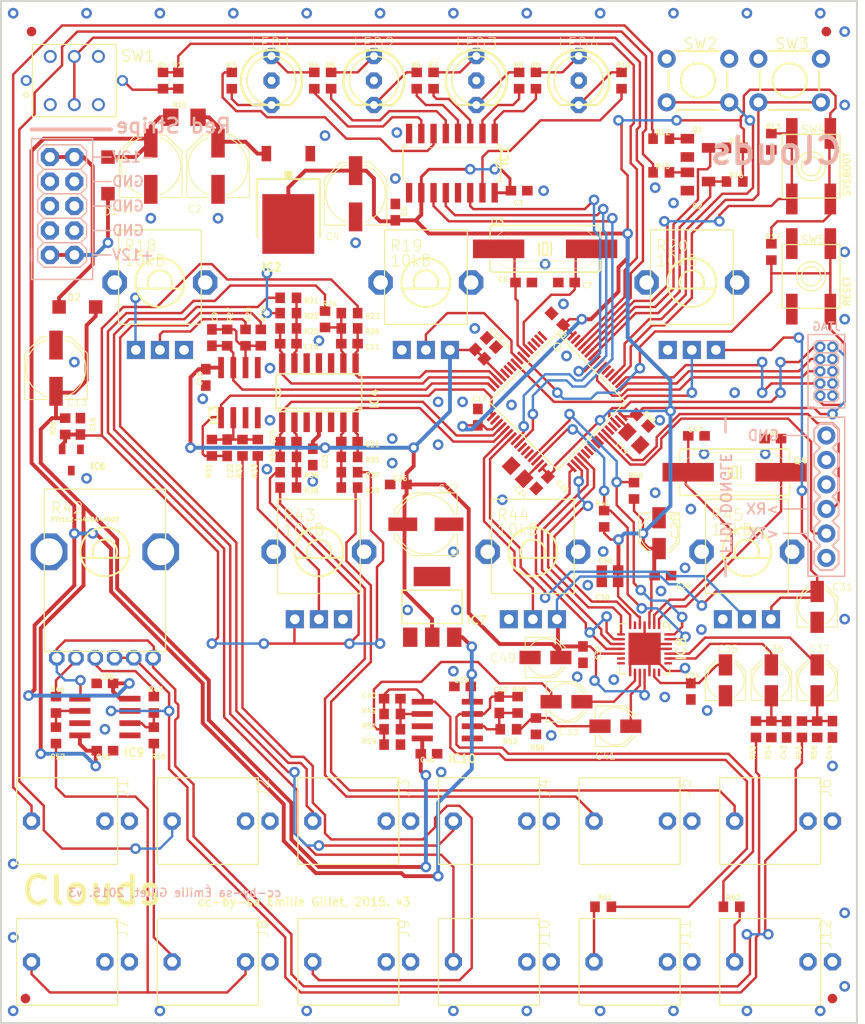
<source format=kicad_pcb>
(kicad_pcb (version 20211014) (generator pcbnew)
  (layers (0 "F.Cu" signal) (31 "B.Cu" signal) (34 "B.Paste" user) (35 "F.Paste" user) (36 "B.SilkS" user "B.Silkscreen") (37 "F.SilkS" user "F.Silkscreen") (38 "B.Mask" user) (39 "F.Mask" user) (44 "Edge.Cuts" user))
  (net 0 "")
  (net 1 "GND")
  (net 2 "Net-(C2-Pad+)")
  (net 3 "Net-(C6-Pad2)")
  (net 4 "Net-(C7-Pad2)")
  (net 5 "Net-(C9-Pad1)")
  (net 6 "Net-(C10-Pad1)")
  (net 7 "Net-(C11-Pad1)")
  (net 8 "Net-(C19-Pad1)")
  (net 9 "Net-(C20-Pad1)")
  (net 10 "Net-(C21-Pad1)")
  (net 11 "VBAT")
  (net 12 "Net-(C22-Pad1)")
  (net 13 "Net-(C24-Pad1)")
  (net 14 "Net-(C33-Pad-)")
  (net 15 "+3V3_A")
  (net 16 "Net-(C34-Pad1)")
  (net 17 "Net-(C36-Pad-)")
  (net 18 "SIZE_CV")
  (net 19 "Net-(C37-Pad-)")
  (net 20 "Net-(C40-Pad2)")
  (net 21 "TEXTURE_CV")
  (net 22 "Net-(C40-Pad1)")
  (net 23 "Net-(C41-Pad-)")
  (net 24 "V_OCT")
  (net 25 "Net-(C42-Pad2)")
  (net 26 "BLEND_CV")
  (net 27 "VCC")
  (net 28 "AREF_-10")
  (net 29 "VEE")
  (net 30 "Net-(C42-Pad1)")
  (net 31 "Net-(C47-Pad2)")
  (net 32 "Net-(C48-Pad2)")
  (net 33 "LOUT")
  (net 34 "ROUT")
  (net 35 "LIN")
  (net 36 "RIN")
  (net 37 "Net-(D1-PadA)")
  (net 38 "Net-(D2-PadC)")
  (net 40 "Net-(IC1-Pad7)")
  (net 41 "Net-(IC1-Pad6)")
  (net 42 "Net-(IC1-Pad5)")
  (net 43 "Net-(IC1-Pad4)")
  (net 44 "Net-(IC1-Pad15)")
  (net 45 "Net-(IC1-Pad3)")
  (net 46 "Net-(IC1-Pad2)")
  (net 47 "Net-(IC1-Pad1)")
  (net 48 "/clouds_2/BOOT_FLASH")
  (net 50 "/clouds_2/JTDO")
  (net 53 "/clouds_2/JTDI")
  (net 54 "POSITION_POT_CV")
  (net 55 "DENSITY_CV")
  (net 56 "SW_REC")
  (net 57 "REC")
  (net 58 "PLAY")
  (net 59 "/clouds_2/JTCK")
  (net 60 "/clouds_2/JTMS")
  (net 63 "/clouds_2/RX")
  (net 64 "LED_REC")
  (net 65 "SIZE_POT")
  (net 66 "TEXTURE_POT")
  (net 67 "BLEND_POT")
  (net 68 "SW_MODE")
  (net 69 "SW_LOAD")
  (net 70 "LED_EN")
  (net 71 "LED_DATA")
  (net 72 "/clouds_2/TX")
  (net 78 "/clouds_2/I2S_SOUT")
  (net 79 "/clouds_2/I2S_SIN")
  (net 80 "/clouds_2/I2S_SCK")
  (net 81 "/clouds_2/I2S_LRCK")
  (net 82 "/clouds_2/I2C_SDA")
  (net 83 "/clouds_2/I2C_SCL")
  (net 87 "/clouds_2/RESET")
  (net 95 "PITCH_POT")
  (net 96 "+3V3")
  (net 97 "LED_SCK")
  (net 99 "Net-(IC9-Pad6)")
  (net 100 "Net-(IC9-Pad1)")
  (net 101 "Net-(IC9-Pad7)")
  (net 102 "Net-(IC9-Pad2)")
  (net 103 "Net-(J1-PadP3)")
  (net 104 "Net-(J2-PadP3)")
  (net 105 "Net-(J3-PadP3)")
  (net 107 "Net-(J4-PadP3)")
  (net 109 "Net-(J5-PadP3)")
  (net 111 "Net-(J6-PadP3)")
  (net 113 "Net-(J7-PadP3)")
  (net 115 "Net-(J8-PadP3)")
  (net 116 "Net-(J9-PadP3)")
  (net 118 "Net-(J10-PadP3)")
  (net 120 "Net-(J11-PadP3)")
  (net 122 "Net-(J12-PadP3)")
  (net 128 "Net-(LED1-Pad3)")
  (net 129 "Net-(LED1-Pad1)")
  (net 130 "Net-(LED2-Pad3)")
  (net 131 "Net-(LED2-Pad1)")
  (net 132 "Net-(LED3-Pad3)")
  (net 133 "Net-(LED3-Pad1)")
  (net 134 "Net-(LED4-Pad3)")
  (net 135 "Net-(LED4-Pad1)")
  (net 136 "Net-(Q1-PadB)")
  (net 137 "Net-(Q2-PadB)")
  (net 138 "Net-(R1-Pad2)")
  (net 139 "Net-(R18-PadP$2)")
  (net 140 "Net-(R33-Pad2)")
  (net 141 "Net-(R42-Pad1)")
  (net 142 "Net-(R42-Pad1P)")
  (footprint "clouds:R0603" (layer "F.Cu") (at 169.8 102.8 -90)
    (fp_text reference "R40")
    (fp_text value "2.2k")
  )
  (footprint "clouds:BOURNS_PTV112" (layer "F.Cu") (at 114.8461 109.1311)
    (fp_text reference "R42")
    (fp_text value "PTV112-4420A-A503")
  )
  (footprint "clouds:C0603" (layer "F.Cu") (at 172.8 111.6)
    (fp_text reference "C29")
    (fp_text value "100n")
  )
  (footprint "clouds:C0603" (layer "F.Cu") (at 140.2461 97.7011)
    (fp_text reference "C21")
    (fp_text value "1n")
  )
  (footprint "clouds:FIDUCIAL-1X2" (layer "F.Cu") (at 106.5911 155.4861)
    (fp_text reference "F3" hide)
    (fp_text value "FIDUCIAL1X2" hide)
  )
  (footprint "clouds:LED-BICOLOR-THROUGHHOLE-5MM" (layer "F.Cu") (at 142.786 60.2361 180)
    (fp_text reference "LED2")
    (fp_text value "WP59EGW" hide)
  )
  (footprint "clouds:R0603" (layer "F.Cu") (at 172.6311 69.7611)
    (fp_text reference "R15")
    (fp_text value "100k")
  )
  (footprint "clouds:R0603" (layer "F.Cu") (at 133.8961 102.4636 180)
    (fp_text reference "R38")
    (fp_text value "100k")
  )
  (footprint "clouds:SOT23-BEC" (layer "F.Cu") (at 176.4411 67.2211 -90)
    (fp_text reference "Q1")
    (fp_text value "MMBT3904")
  )
  (footprint "clouds:PANASONIC_B" (layer "F.Cu") (at 179.2986 122.4661 90)
    (fp_text reference "C35")
    (fp_text value "10u")
  )
  (footprint "clouds:ALPS_POT_VERTICAL_PS" (layer "F.Cu") (at 148.1836 81.1911 180)
    (fp_text reference "R19")
    (fp_text value "10kB")
  )
  (footprint "clouds:R0603" (layer "F.Cu") (at 144.6911 129.1336 180)
    (fp_text reference "R59")
    (fp_text value "39k")
  )
  (footprint "clouds:R0603" (layer "F.Cu") (at 184.0611 127.5461 90)
    (fp_text reference "R54")
    (fp_text value "5.6k")
  )
  (footprint "clouds:R0603" (layer "F.Cu") (at 140.2461 102.4636)
    (fp_text reference "R39")
    (fp_text value "100k")
  )
  (footprint "clouds:C0603" (layer "F.Cu") (at 190.4111 127.5461 -90)
    (fp_text reference "C44")
    (fp_text value "220p")
  )
  (footprint "clouds:C0603" (layer "F.Cu") (at 185.6486 127.5461 -90)
    (fp_text reference "C43")
    (fp_text value "220p")
  )
  (footprint "clouds:R1206" (layer "F.Cu") (at 123.1011 64.0461)
    (fp_text reference "R11")
    (fp_text value "4.7")
  )
  (footprint "clouds:ALPS_POT_VERTICAL_PS" (layer "F.Cu") (at 175.8061 81.1911 180)
    (fp_text reference "R20")
    (fp_text value "10kB")
  )
  (footprint "clouds:PANASONIC_D" (layer "F.Cu") (at 140.8811 71.9836 90)
    (fp_text reference "C4")
    (fp_text value "47u")
  )
  (footprint "clouds:C0603" (layer "F.Cu") (at 148.5011 130.0861 180)
    (fp_text reference "C46")
    (fp_text value "100n")
  )
  (footprint "clouds:C0603" (layer "F.Cu") (at 151.9936 123.1011 180)
    (fp_text reference "C39")
    (fp_text value "100n")
  )
  (footprint "clouds:C0603" (layer "F.Cu") (at 167.3 112.3 180)
    (fp_text reference "C30")
    (fp_text value "100n")
  )
  (footprint "clouds:WQP_PJ_301M6" (layer "F.Cu") (at 111.6711 151.6761 90)
    (fp_text reference "J7")
    (fp_text value "PJ301_THONKICONN6" hide)
  )
  (footprint "clouds:R0603" (layer "F.Cu") (at 147.231 60.2361 -90)
    (fp_text reference "R6")
    (fp_text value "68")
  )
  (footprint "clouds:R0603" (layer "F.Cu") (at 133.8961 99.2886)
    (fp_text reference "R34")
    (fp_text value "47k")
  )
  (footprint "clouds:R0603" (layer "F.Cu") (at 144.6911 127.5461 180)
    (fp_text reference "R51")
    (fp_text value "5.6k")
  )
  (footprint "clouds:PANASONIC_B" (layer "F.Cu") (at 188.8236 114.8461 90)
    (fp_text reference "C31")
    (fp_text value "10u")
  )
  (footprint "clouds:HC49UP" (layer "F.Cu") (at 160.5661 77.6986)
    (fp_text reference "Q3")
    (fp_text value "8MHz")
  )
  (footprint "clouds:R0603" (layer "F.Cu") (at 125.9586 98.3361 90)
    (fp_text reference "R31")
    (fp_text value "66.5k")
  )
  (footprint "clouds:TQFP-10X10-64" (layer "F.Cu") (at 161.8361 93.5736 -45)
    (fp_text reference "IC5")
    (fp_text value "STM32F405RGT6")
  )
  (footprint "clouds:LED-BICOLOR-THROUGHHOLE-5MM" (layer "F.Cu") (at 132.1498 60.2361 180)
    (fp_text reference "LED1")
    (fp_text value "WP59EGW" hide)
  )
  (footprint "clouds:LP4OA1PBCT" (layer "F.Cu") (at 111.6711 60.2361)
    (fp_text reference "SW1")
    (fp_text value "LP4OA1PBCT" hide)
  )
  (footprint "clouds:C0603" (layer "F.Cu") (at 157.8673 71.6661)
    (fp_text reference "C3")
    (fp_text value "100n")
  )
  (footprint "clouds:R0603" (layer "F.Cu") (at 130.7211 98.3361 -90)
    (fp_text reference "R33")
    (fp_text value "200k")
  )
  (footprint "clouds:SO08" (layer "F.Cu") (at 128.8161 92.6211)
    (fp_text reference "IC3")
    (fp_text value "MCP6002")
  )
  (footprint "clouds:R0603" (layer "F.Cu") (at 182.4736 127.5461 -90)
    (fp_text reference "R53")
    (fp_text value "5.6k")
  )
  (footprint "clouds:C0603" (layer "F.Cu") (at 160.2487 101.9556 -135)
    (fp_text reference "C25")
    (fp_text value "100n")
  )
  (footprint "clouds:C0603" (layer "F.Cu") (at 114.8461 122.7836 180)
    (fp_text reference "C38")
    (fp_text value "100n")
  )
  (footprint "clouds:PANASONIC_D" (layer "F.Cu") (at 119.6086 69.1261 90)
    (fp_text reference "C1")
    (fp_text value "47u")
  )
  (footprint "clouds:R0603" (layer "F.Cu") (at 119.9261 128.1811 -90)
    (fp_text reference "R58")
    (fp_text value "22k")
  )
  (footprint "clouds:C0603" (layer "F.Cu") (at 114.8461 129.7686 180)
    (fp_text reference "C45")
    (fp_text value "100n")
  )
  (footprint "clouds:C0603" (layer "F.Cu") (at 140.2461 87.5411)
    (fp_text reference "C11")
    (fp_text value "1n")
  )
  (footprint "clouds:C0603" (layer "F.Cu") (at 167.3 111.03 180)
    (fp_text reference "C50")
    (fp_text value "1u")
  )
  (footprint "clouds:ALPS_POT_VERTICAL_PS" (layer "F.Cu") (at 120.5611 81.1911 180)
    (fp_text reference "R18")
    (fp_text value "10kB")
  )
  (footprint "clouds:WQP_PJ_301M6" (layer "F.Cu") (at 111.6711 137.0711 90)
    (fp_text reference "J1")
    (fp_text value "PJ301_THONKICONN6" hide)
  )
  (footprint "clouds:R0603" (layer "F.Cu") (at 144.6911 125.9586)
    (fp_text reference "R49")
    (fp_text value "39k")
  )
  (footprint "Package_DFN_QFN:QFN-28-1EP_5x5mm_P0.5mm_EP3.35x3.35mm" (layer "F.Cu") (at 170.9 119.2 -90)
    (fp_text reference "IC8")
    (fp_text value "WM8731")
  )
  (footprint "clouds:R0603" (layer "F.Cu") (at 180.2511 67.2211)
    (fp_text reference "R14")
    (fp_text value "10k")
  )
  (footprint "clouds:SOD123" (layer "F.Cu") (at 115.1636 70.0786 -90)
    (fp_text reference "D1")
    (fp_text value "1N5819HW")
  )
  (footprint "clouds:R0603" (layer "F.Cu") (at 131.0386 86.9061 90)
    (fp_text reference "R29")
    (fp_text value "100k")
  )
  (footprint "clouds:WQP_PJ_301M6" (layer "F.Cu") (at 170.0911 137.0711 90)
    (fp_text reference "J5")
    (fp_text value "PJ301_THONKICONN6" hide)
  )
  (footprint "clouds:PANASONIC_B" (layer "F.Cu") (at 184.0611 122.4661 90)
    (fp_text reference "C36")
    (fp_text value "10u")
  )
  (footprint "clouds:R0603" (layer "F.Cu") (at 133.8961 100.8761 180)
    (fp_text reference "R36")
    (fp_text value "180k")
  )
  (footprint "clouds:R0603" (layer "F.Cu") (at 110.7186 96.1136 -90)
    (fp_text reference "R30")
    (fp_text value "470")
  )
  (footprint "clouds:EVQ-Q2" (layer "F.Cu") (at 188.1886 69.1261 -90)
    (fp_text reference "SW4")
    (fp_text value "EVQQ2")
  )
  (footprint "clouds:C0603" (layer "F.Cu") (at 145.0086 73.8886 90)
    (fp_text reference "C5")
    (fp_text value "100n")
  )
  (footprint "clouds:R0603" (layer "F.Cu") (at 184.0611 66.5861 90)
    (fp_text reference "R13")
    (fp_text value "10k")
  )
  (footprint "clouds:R0603" (layer "F.Cu") (at 133.8961 84.3661 180)
    (fp_text reference "R22")
    (fp_text value "200k")
  )
  (footprint "clouds:R0603" (layer "F.Cu") (at 122.4661 60.2361 -90)
    (fp_text reference "R2")
    (fp_text value "68")
  )
  (footprint "clouds:FIDUCIAL-1X2" (layer "F.Cu") (at 189.7761 55.1561)
    (fp_text reference "F2" hide)
    (fp_text value "FIDUCIAL1X2" hide)
  )
  (footprint "clouds:R0603" (layer "F.Cu") (at 166.7 105.7 -90)
    (fp_text reference "R41")
    (fp_text value "2.2k")
  )
  (footprint "clouds:R0603" (layer "F.Cu") (at 156.7561 127.5461)
    (fp_text reference "R52")
    (fp_text value "5.6k")
  )
  (footprint "clouds:R0603" (layer "F.Cu") (at 180.2511 70.7136)
    (fp_text reference "R16")
    (fp_text value "10k")
  )
  (footprint "clouds:FIDUCIAL-1X2" (layer "F.Cu") (at 190.4111 155.4861)
    (fp_text reference "F4" hide)
    (fp_text value "FIDUCIAL1X2" hide)
  )
  (footprint "clouds:R0603" (layer "F.Cu") (at 136.5948 60.2361 -90)
    (fp_text reference "R4")
    (fp_text value "68")
  )
  (footprint "clouds:R0603" (layer "F.Cu") (at 166.5986 145.9611)
    (fp_text reference "R61")
    (fp_text value "1.0k")
  )
  (footprint "clouds:R0603" (layer "F.Cu") (at 127.5461 86.9061 90)
    (fp_text reference "R27")
    (fp_text value "66.5k")
  )
  (footprint "clouds:C0603" (layer "F.Cu") (at 158.3436 81.1911 180)
    (fp_text reference "C6")
    (fp_text value "18p")
  )
  (footprint "clouds:R0603" (layer "F.Cu") (at 159.6136 60.2361 -90)
    (fp_text reference "R9")
    (fp_text value "68")
  )
  (footprint "clouds:C0603" (layer "F.Cu") (at 161.8362 85.0011 135)
    (fp_text reference "C8")
    (fp_text value "100n")
  )
  (footprint "clouds:C0603" (layer "F.Cu") (at 136.4361 99.2886 -90)
    (fp_text reference "C23")
    (fp_text value "100n")
  )
  (footprint "clouds:R0603" (layer "F.Cu") (at 157.7086 125.0061 -90)
    (fp_text reference "R48")
    (fp_text value "39k")
  )
  (footprint "clouds:SO16" (layer "F.Cu") (at 150.8823 68.8086 180)
    (fp_text reference "IC1")
    (fp_text value "74595D")
  )
  (footprint "clouds:R0603" (layer "F.Cu") (at 140.2461 85.9536 180)
    (fp_text reference "R26")
    (fp_text value "33k")
  )
  (footprint "clouds:R0603" (layer "F.Cu") (at 140.2461 84.3661)
    (fp_text reference "R23")
    (fp_text value "200k")
  )
  (footprint "clouds:C0603" (layer "F.Cu") (at 127.5461 98.3361 -90)
    (fp_text reference "C22")
    (fp_text value "1n")
  )
  (footprint "clouds:ALPS_POT_VERTICAL_PS" (layer "F.Cu") (at 159.2961 109.1311 180)
    (fp_text reference "R44")
    (fp_text value "10kB")
  )
  (footprint "clouds:C0805" (layer "F.Cu") (at 157.7086 100.8761 135)
    (fp_text reference "C24")
    (fp_text value "2.2u")
  )
  (footprint "clouds:C0603" (layer "F.Cu") (at 162.7886 81.1911)
    (fp_text reference "C7")
    (fp_text value "18p")
  )
  (footprint "clouds:WQP_PJ_301M6" (layer "F.Cu") (at 140.8811 137.0711 90)
    (fp_text reference "J3")
    (fp_text value "PJ301_THONKICONN6" hide)
  )
  (footprint "clouds:TO252" (layer "F.Cu") (at 133.8961 72.6186 180)
    (fp_text reference "IC2")
    (fp_text value "LM1117-3.3")
  )
  (footprint "clouds:SOT223" (layer "F.Cu") (at 148.8186 114.8461)
    (fp_text reference "IC7")
    (fp_text value "LM1117-3.3")
  )
  (footprint "clouds:PANASONIC_D" (layer "F.Cu") (at 148.1836 106.2736 180)
    (fp_text reference "C27")
    (fp_text value "47u")
  )
  (footprint "clouds:WQP_PJ_301M6" (layer "F.Cu") (at 126.2761 137.0711 90)
    (fp_text reference "J2")
    (fp_text value "PJ301_THONKICONN6" hide)
  )
  (footprint "clouds:SO08" (layer "F.Cu") (at 150.4061 126.5936 -90)
    (fp_text reference "IC10")
    (fp_text value "TL072D")
  )
  (footprint "clouds:C0603" (layer "F.Cu") (at 144.6911 124.3711 180)
    (fp_text reference "C40")
    (fp_text value "18p")
  )
  (footprint "clouds:R0603" (layer "F.Cu") (at 128.0223 60.2361 90)
    (fp_text reference "R3")
    (fp_text value "68")
  )
  (footprint "clouds:R0603" (layer "F.Cu") (at 148.9773 60.2361 -90)
    (fp_text reference "R7")
    (fp_text value "68")
  )
  (footprint "clouds:R0603" (layer "F.Cu") (at 172.6311 66.2686)
    (fp_text reference "R12")
    (fp_text value "100k")
  )
  (footprint "clouds:WQP_PJ_301M6" (layer "F.Cu") (at 140.8811 151.6761 90)
    (fp_text reference "J9")
    (fp_text value "PJ301_THONKICONN6" hide)
  )
  (footprint "clouds:R0603" (layer "F.Cu") (at 137.7061 85.0011 90)
    (fp_text reference "R24")
    (fp_text value "100k")
  )
  (footprint "clouds:C0603" (layer "F.Cu") (at 184.2199 97.3836)
    (fp_text reference "C48")
    (fp_text value "18p")
  )
  (footprint "clouds:LED-BICOLOR-THROUGHHOLE-5MM" (layer "F.Cu") (at 164.0586 60.2361 180)
    (fp_text reference "LED4")
    (fp_text value "WP59EGW" hide)
  )
  (footprint "clouds:R0603" (layer "F.Cu") (at 140.2461 99.2886 180)
    (fp_text reference "R35")
    (fp_text value "33k")
  )
  (footprint "clouds:SO14" (layer "F.Cu") (at 137.0711 92.6211)
    (fp_text reference "IC4")
    (fp_text value "MCP6004")
  )
  (footprint "clouds:WQP_PJ_301M6" (layer "F.Cu") (at 184.6961 151.6761 90)
    (fp_text reference "J12")
    (fp_text value "PJ301_THONKICONN6" hide)
  )
  (footprint "clouds:PANASONIC_B" (layer "F.Cu") (at 162.7886 124.6886)
    (fp_text reference "C33")
    (fp_text value "10u")
  )
  (footprint "clouds:PANASONIC_B" (layer "F.Cu") (at 160.6 120.1)
    (fp_text reference "C49")
    (fp_text value "10u")
  )
  (footprint "clouds:WQP_PJ_301M6" (layer "F.Cu") (at 155.4861 151.6761 90)
    (fp_text reference "J10")
    (fp_text value "PJ301_THONKICONN6" hide)
  )
  (footprint "clouds:ALPS_POT_VERTICAL_PS" (layer "F.Cu") (at 181.5211 109.1311 180)
    (fp_text reference "R45")
    (fp_text value "10kB")
  )
  (footprint "clouds:R0603" (layer "F.Cu") (at 109.7661 125.0061 -90)
    (fp_text reference "R46")
    (fp_text value "3.3k")
  )
  (footprint "clouds:PANASONIC_B" (layer "F.Cu") (at 172.399996 107.2 -90)
    (fp_text reference "C28")
    (fp_text value "10u")
  )
  (footprint "clouds:PANASONIC_D" (layer "F.Cu") (at 126.5936 69.1261 90)
    (fp_text reference "C2")
    (fp_text value "47u")
  )
  (footprint "clouds:R0603" (layer "F.Cu") (at 188.8236 127.5461 90)
    (fp_text reference "R56")
    (fp_text value "5.6k")
  )
  (footprint "clouds:WQP_PJ_301M6" (layer "F.Cu") (at 184.6961 137.0711 90)
    (fp_text reference "J6")
    (fp_text value "PJ301_THONKICONN6" hide)
  )
  (footprint "clouds:R0603" (layer "F.Cu") (at 140.2461 100.8761)
    (fp_text reference "R37")
    (fp_text value "200k")
  )
  (footprint "clouds:WQP_PJ_301M6" (layer "F.Cu") (at 155.4861 137.0711 90)
    (fp_text reference "J4")
    (fp_text value "PJ301_THONKICONN6" hide)
  )
  (footprint "clouds:PANASONIC_D" (layer "F.Cu") (at 109.7661 90.0811 90)
    (fp_text reference "C13")
    (fp_text value "47u")
  )
  (footprint "clouds:C0603" (layer "F.Cu") (at 175.7 123.6 -90)
    (fp_text reference "C34")
    (fp_text value "100n")
  )
  (footprint "clouds:R0603" (layer "F.Cu") (at 184.0611 78.0161 90)
    (fp_text reference "R17")
    (fp_text value "10k")
  )
  (footprint "clouds:C0603" (layer "F.Cu") (at 112.3061 96.1136 90)
    (fp_text reference "C16")
    (fp_text value "100n")
  )
  (footprint "clouds:C0603" (layer "F.Cu") (at 155.8036 125.0061 90)
    (fp_text reference "C42")
    (fp_text value "18p")
  )
  (footprint "clouds:SOD123" (layer "F.Cu") (at 111.9886 83.7311)
    (fp_text reference "D2")
    (fp_text value "1N5819HW")
  )
  (footprint "clouds:SOT23-BEC" (layer "F.Cu") (at 176.4411 70.7136 -90)
    (fp_text reference "Q2")
    (fp_text value "MMBT3904")
  )
  (footprint "clouds:PANASONIC_B" (layer "F.Cu") (at 167.8686 127.2286)
    (fp_text reference "C41")
    (fp_text value "10u")
  )
  (footprint "clouds:C0603" (layer "F.Cu") (at 153.5811 95.1611 90)
    (fp_text reference "C17")
    (fp_text value "100n")
  )
  (footprint "clouds:R0603" (layer "F.Cu") (at 157.8673 60.2361 -90)
    (fp_text reference "R8")
    (fp_text value "68")
  )
  (footprint "clouds:R0603" (layer "F.Cu") (at 109.7661 128.1811 -90)
    (fp_text reference "R57")
    (fp_text value "22k")
  )
  (footprint "clouds:C0603" (layer "F.Cu") (at 164.5 119.8 -90)
    (fp_text reference "C32")
    (fp_text value "100n")
  )
  (footprint "clouds:DBZ_R-PDSO-G3" (layer "F.Cu") (at 111.3536 99.6061 180)
    (fp_text reference "IC6")
    (fp_text value "LM4040B10")
  )
  (footprint "clouds:C0603" (layer "F.Cu") (at 125.9586 86.9061 -90)
    (fp_text reference "C9")
    (fp_text value "1n")
  )
  (footprint "clouds:C0603" (layer "F.Cu") (at 153.8986 87.5411 45)
    (fp_text reference "C12")
    (fp_text value "1u")
  )
  (footprint "clouds:C0603" (layer "F.Cu") (at 176.2824 97.1 180)
    (fp_text reference "C47")
    (fp_text value "18p")
  )
  (footprint "clouds:C0603" (layer "F.Cu") (at 154.8511 88.4936 45)
    (fp_text reference "C14")
    (fp_text value "100n")
  )
  (footprint "clouds:PANASONIC_B" (layer "F.Cu") (at 188.8236 122.4661 90)
    (fp_text reference "C37")
    (fp_text value "10u")
  )
  (footprint "clouds:TACTILE-PTH" (layer "F.Cu") (at 185.9661 60.2361)
    (fp_text reference "SW3")
    (fp_text value "TAC_SWITCHPTH" hide)
  )
  (footprint "clouds:R0603" (layer "F.Cu") (at 138.341 60.2361 -90)
    (fp_text reference "R5")
    (fp_text value "68")
  )
  (footprint "clouds:R0603" (layer "F.Cu") (at 187.2361 127.5461 -90)
    (fp_text reference "R55")
    (fp_text value "5.6k")
  )
  (footprint "clouds:LED-BICOLOR-THROUGHHOLE-5MM" (layer "F.Cu") (at 153.4223 60.2361 180)
    (fp_text reference "LED3")
    (fp_text value "WP59EGW" hide)
  )
  (footprint "clouds:R0603" (layer "F.Cu") (at 133.8961 82.7786 180)
    (fp_text reference "R21")
    (fp_text value "100k")
  )
  (footprint "clouds:HC49UP" (layer "F.Cu") (at 180.2511 100.8761)
    (fp_text reference "Q4")
    (fp_text value "12.288MHz")
  )
  (footprint "clouds:C0603" (layer "F.Cu") (at 170.6626 95.4786 -45)
    (fp_text reference "C18")
    (fp_text value "100n")
  )
  (footprint "clouds:WQP_PJ_301M6" (layer "F.Cu") (at 170.0911 151.6761 90)
    (fp_text reference "J11")
    (fp_text value "PJ301_THONKICONN6" hide)
  )
  (footprint "clouds:EVQ-Q2" (layer "F.Cu") (at 188.1886 80.5561 -90)
    (fp_text reference "SW5")
    (fp_text value "EVQQ2")
  )
  (footprint "clouds:R0603" (layer "F.Cu") (at 129.1336 98.3361 -90)
    (fp_text reference "R32")
    (fp_text value "100k")
  )
  (footprint "clouds:C0603" (layer "F.Cu") (at 133.8961 97.7011 180)
    (fp_text reference "C20")
    (fp_text value "1n")
  )
  (footprint "clouds:C0603" (layer "F.Cu") (at 125.3236 91.0336 -90)
    (fp_text reference "C15")
    (fp_text value "100n")
  )
  (footprint "clouds:R0603" (layer "F.Cu") (at 168.5036 60.2361 -90)
    (fp_text reference "R10")
    (fp_text value "68")
  )
  (footprint "clouds:R0603" (layer "F.Cu") (at 120.8786 60.2361 -90)
    (fp_text reference "R1")
    (fp_text value "68")
  )
  (footprint "clouds:FIDUCIAL-1X2" (layer "F.Cu") (at 107.2261 55.1561)
    (fp_text reference "F1" hide)
    (fp_text value "FIDUCIAL1X2" hide)
  )
  (footprint "clouds:C0603" (layer "F.Cu") (at 145.3261 102.1461 180)
    (fp_text reference "C26")
    (fp_text value "100n")
  )
  (footprint "clouds:ALPS_POT_VERTICAL_PS" (layer "F.Cu") (at 137.0711 109.1311 180)
    (fp_text reference "R43")
    (fp_text value "10kB")
  )
  (footprint "clouds:TACTILE-PTH" (layer "F.Cu") (at 176.4411 60.2361)
    (fp_text reference "SW2")
    (fp_text value "TAC_SWITCHPTH" hide)
  )
  (footprint "clouds:R0603" (layer "F.Cu") (at 179.9336 145.9611 180)
    (fp_text reference "R62")
    (fp_text value "1.0k")
  )
  (footprint "clouds:R0603" (layer "F.Cu") (at 133.8961 85.9536)
    (fp_text reference "R25")
    (fp_text value "33k")
  )
  (footprint "clouds:R0603" (layer "F.Cu") (at 129.4511 86.9061 90)
    (fp_text reference "R28")
    (fp_text value "200k")
  )
  (footprint "clouds:SO08" (layer "F.Cu") (at 114.8461 126.2761 -90)
    (fp_text reference "IC9")
    (fp_text value "TL072D")
  )
  (footprint "clouds:R0603" (layer "F.Cu") (at 159.6136 127.2286 90)
    (fp_text reference "R50")
    (fp_text value "39k")
  )
  (footprint "clouds:C0603" (layer "F.Cu") (at 133.8961 87.5411 180)
    (fp_text reference "C10")
    (fp_text value "1n")
  )
  (footprint "clouds:C0805" (layer "F.Cu") (at 169.7736 97.3836 -45)
    (fp_text reference "C19")
    (fp_text value "2.2u")
  )
  (footprint "clouds:WQP_PJ_301M6" (layer "F.Cu") (at 126.2761 151.6761 90)
    (fp_text reference "J8")
    (fp_text value "PJ301_THONKICONN6" hide)
  )
  (footprint "clouds:R0603" (layer "F.Cu") (at 119.9261 125.0061 -90)
    (fp_text reference "R47")
    (fp_text value "3.3k")
  )
  (footprint "clouds:1X06" (layer "B.Cu") (at 189.7761 97.0661 -90)
    (fp_text reference "JP1" hide)
    (fp_text value "M06SIP")
  )
  (footprint "clouds:AVR_ICSP" (layer "B.Cu") (at 110.4011 73.2536)
    (fp_text reference "JP3" hide)
    (fp_text value "M05X2PTH" hide)
  )
  (footprint "clouds:2X5-1.27" (layer "B.Cu") (at 189.1411 91.6686 180)
    (fp_text reference "JP2" hide)
    (fp_text value "M05X2MINIJTAG" hide)
  )
  (gr_line (start 179.2986 111.6711) (end 179.2986 110.0836) (layer "B.SilkS") (width 0.254))
  (gr_line (start 113.5761 78.3336) (end 113.5761 75.7936) (layer "B.SilkS") (width 0.1524))
  (gr_line (start 187.8711 107.2261) (end 185.3311 107.2261) (layer "B.SilkS") (width 0.1524))
  (gr_line (start 113.5761 70.7136) (end 113.5761 68.1736) (layer "B.SilkS") (width 0.1524))
  (gr_line (start 179.2986 96.7486) (end 179.2986 95.1611) (layer "B.SilkS") (width 0.254))
  (gr_line (start 113.5761 75.7936) (end 115.4811 75.7936) (layer "B.SilkS") (width 0.1524))
  (gr_line (start 187.8711 111.6711) (end 187.8711 95.1611) (layer "B.SilkS") (width 0.1524))
  (gr_line (start 113.5761 75.7936) (end 113.5761 73.2536) (layer "B.SilkS") (width 0.1524))
  (gr_line (start 115.4811 65.3161) (end 107.2261 65.3161) (layer "B.SilkS") (width 0.4064))
  (gr_line (start 187.8711 94.2086) (end 187.8711 86.5886) (layer "B.SilkS") (width 0.1524))
  (gr_line (start 185.3311 97.0661) (end 187.8711 97.0661) (layer "B.SilkS") (width 0.1524))
  (gr_line (start 113.5761 78.3336) (end 115.4811 78.3336) (layer "B.SilkS") (width 0.1524))
  (gr_line (start 107.2261 80.8736) (end 113.5761 80.8736) (layer "B.SilkS") (width 0.1524))
  (gr_line (start 191.6811 94.2086) (end 187.8711 94.2086) (layer "B.SilkS") (width 0.1524))
  (gr_line (start 113.5761 66.2686) (end 107.2261 66.2686) (layer "B.SilkS") (width 0.1524))
  (gr_line (start 113.5761 70.7136) (end 115.4811 70.7136) (layer "B.SilkS") (width 0.1524))
  (gr_line (start 113.5761 68.1736) (end 113.5761 66.2686) (layer "B.SilkS") (width 0.1524))
  (gr_line (start 113.5761 73.2536) (end 115.4811 73.2536) (layer "B.SilkS") (width 0.1524))
  (gr_line (start 187.8711 86.5886) (end 191.6811 86.5886) (layer "B.SilkS") (width 0.1524))
  (gr_line (start 191.6811 95.1611) (end 191.6811 111.6711) (layer "B.SilkS") (width 0.1524))
  (gr_line (start 187.8711 95.1611) (end 191.6811 95.1611) (layer "B.SilkS") (width 0.1524))
  (gr_line (start 191.6811 111.6711) (end 187.8711 111.6711) (layer "B.SilkS") (width 0.1524))
  (gr_line (start 107.2261 66.2686) (end 107.2261 80.8736) (layer "B.SilkS") (width 0.1524))
  (gr_line (start 113.5761 68.1736) (end 115.4811 68.1736) (layer "B.SilkS") (width 0.1524))
  (gr_line (start 191.6811 86.5886) (end 191.6811 94.2086) (layer "B.SilkS") (width 0.1524))
  (gr_line (start 187.8711 104.6861) (end 185.3311 104.6861) (layer "B.SilkS") (width 0.1524))
  (gr_line (start 113.5761 80.8736) (end 113.5761 78.3336) (layer "B.SilkS") (width 0.1524))
  (gr_line (start 113.5761 73.2536) (end 113.5761 70.7136) (layer "B.SilkS") (width 0.1524))
  (gr_line (start 192.9511 158.0261) (end 192.9511 51.9811) (layer "Edge.Cuts") (width 0.2032))
  (gr_line (start 104.0511 158.0261) (end 192.9511 158.0261) (layer "Edge.Cuts") (width 0.2032))
  (gr_line (start 192.9511 51.9811) (end 104.0511 51.9811) (layer "Edge.Cuts") (width 0.2032))
  (gr_line (start 104.0511 51.9811) (end 104.0511 158.0261) (layer "Edge.Cuts") (width 0.2032))
  (gr_text "Red Stripe" (at 115.7986 64.0461) (layer "B.SilkS") (effects (font (size 1.5113 1.5113) (thickness 0.2667)) (justify right top mirror)))
  (gr_text "GND" (at 185.0136 97.7011) (layer "B.SilkS") (effects (font (size 1.0795 1.0795) (thickness 0.1905)) (justify left bottom mirror)))
  (gr_text "GND" (at 115.4811 70.0786) (layer "B.SilkS") (effects (font (size 1.0795 1.0795) (thickness 0.1905)) (justify right top mirror)))
  (gr_text ">RX" (at 185.0136 105.3211) (layer "B.SilkS") (effects (font (size 1.0795 1.0795) (thickness 0.1905)) (justify left bottom mirror)))
  (gr_text "FTDI DONGLE" (at 178.6636 109.4486 -90) (layer "B.SilkS") (effects (font (size 1.0795 1.0795) (thickness 0.1905)) (justify left bottom mirror)))
  (gr_text "Clouds" (at 191.6811 69.1261) (layer "B.SilkS") (effects (font (size 2.69875 2.69875) (thickness 0.47625)) (justify left bottom mirror)))
  (gr_text "<TX" (at 185.0136 107.8611) (layer "B.SilkS") (effects (font (size 1.0795 1.0795) (thickness 0.1905)) (justify left bottom mirror)))
  (gr_text "GND" (at 115.4811 75.1586) (layer "B.SilkS") (effects (font (size 1.0795 1.0795) (thickness 0.1905)) (justify right top mirror)))
  (gr_text "+12V" (at 115.4811 77.6986) (layer "B.SilkS") (effects (font (size 1.0795 1.0795) (thickness 0.1905)) (justify right top mirror)))
  (gr_text "JTAG" (at 191.3636 86.2711) (layer "B.SilkS") (effects (font (size 0.8636 0.8636) (thickness 0.1524)) (justify left bottom mirror)))
  (gr_text "GND" (at 115.4811 72.6186) (layer "B.SilkS") (effects (font (size 1.0795 1.0795) (thickness 0.1905)) (justify right top mirror)))
  (gr_text "cc-by-sa Émilie Gillet, 2015. v3" (at 133.2611 145.0086) (layer "B.SilkS") (effects (font (size 0.8636 0.8636) (thickness 0.1524)) (justify left bottom mirror)))
  (gr_text "-12V" (at 115.4811 67.5386) (layer "B.SilkS") (effects (font (size 1.0795 1.0795) (thickness 0.1905)) (justify right top mirror)))
  (gr_text "RESET" (at 192.3161 83.7311 90) (layer "F.SilkS") (effects (font (size 0.682752 0.682752) (thickness 0.130048)) (justify left bottom)))
  (gr_text "SYSBOOT" (at 192.3161 72.3011 90) (layer "F.SilkS") (effects (font (size 0.682752 0.682752) (thickness 0.130048)) (justify left bottom)))
  (gr_text "cc-by-sa Émilie Gillet, 2015. v3" (at 124.3711 145.9611) (layer "F.SilkS") (effects (font (size 0.8636 0.8636) (thickness 0.1524)) (justify left bottom)))
  (gr_text "Clouds" (at 105.9561 145.9611) (layer "F.SilkS") (effects (font (size 2.84988 2.84988) (thickness 0.50292)) (justify left bottom)))
  (segment (start 170.9 119.2) (end 173.2 121.5) (width 0.25) (layer "F.Cu") (net 1))
  (segment (start 173.35 118.7) (end 171.4 118.7) (width 0.25) (layer "F.Cu") (net 1))
  (segment (start 169.4 121.65) (end 169.4 120.7) (width 0.25) (layer "F.Cu") (net 1))
  (segment (start 171.4 121.65) (end 171.4 119.7) (width 0.25) (layer "F.Cu") (net 1))
  (segment (start 174.8 121.5) (end 175.1 121.2) (width 0.25) (layer "F.Cu") (net 1))
  (segment (start 173.2 121.5) (end 174.8 121.5) (width 0.25) (layer "F.Cu") (net 1))
  (segment (start 170.9 116.75) (end 170.9 119.2) (width 0.25) (layer "F.Cu") (net 1))
  (segment (start 173.35 119.2) (end 170.9 119.2) (width 0.25) (layer "F.Cu") (net 1))
  (via (at 144.6911 99.9236) (size 1.108) (drill 0.6) (layers "F.Cu" "B.Cu") (net 1))
  (via (at 105.3211 156.7561) (size 1.108) (drill 0.6) (layers "F.Cu" "B.Cu") (net 1))
  (via (at 112.9411 101.5111) (size 1.108) (drill 0.6) (layers "F.Cu" "B.Cu") (net 1))
  (via (at 112.9411 53.2511) (size 1.108) (drill 0.6) (layers "F.Cu" "B.Cu") (net 1))
  (via (at 191.6811 146.5961) (size 1.108) (drill 0.6) (layers "F.Cu" "B.Cu") (net 1))
  (via (at 131.6736 100.5586) (size 1.108) (drill 0.6) (layers "F.Cu" "B.Cu") (net 1))
  (via (at 145.1673 65.6336) (size 1.108) (drill 0.6) (layers "F.Cu" "B.Cu") (net 1))
  (via (at 151.0411 121.5136) (size 1.108) (drill 0.6) (layers "F.Cu" "B.Cu") (net 1))
  (via (at 190.4111 131.3561) (size 1.108) (drill 0.6) (layers "F.Cu" "B.Cu") (net 1))
  (via (at 166.2811 156.7561) (size 1.108) (drill 0.6) (layers "F.Cu" "B.Cu") (net 1))
  (via (at 153.2636 85.9536) (size 1.108) (drill 0.6) (layers "F.Cu" "B.Cu") (net 1))
  (via (at 158.6611 53.2511) (size 1.108) (drill 0.6) (layers "F.Cu" "B.Cu") (net 1))
  (via (at 131.9911 90.0811) (size 1.108) (drill 0.6) (layers "F.Cu" "B.Cu") (net 1))
  (via (at 126.5936 74.5236) (size 1.108) (drill 0.6) (layers "F.Cu" "B.Cu") (net 1))
  (via (at 146.2786 115.1636) (size 1.108) (drill 0.6) (layers "F.Cu" "B.Cu") (net 1))
  (via (at 173.9011 72.9361) (size 1.108) (drill 0.6) (layers "F.Cu" "B.Cu") (net 1))
  (via (at 140.8811 77.0636) (size 1.108) (drill 0.6) (layers "F.Cu" "B.Cu") (net 1))
  (via (at 151.0411 109.1311) (size 1.108) (drill 0.6) (layers "F.Cu" "B.Cu") (net 1))
  (via (at 119.6086 74.5236) (size 1.108) (drill 0.6) (layers "F.Cu" "B.Cu") (net 1))
  (via (at 177.0761 98.9711) (size 1.108) (drill 0.6) (layers "F.Cu" "B.Cu") (net 1))
  (via (at 135.8011 53.2511) (size 1.108) (drill 0.6) (layers "F.Cu" "B.Cu") (net 1))
  (via (at 191.6811 62.7761) (size 1.108) (drill 0.6) (layers "F.Cu" "B.Cu") (net 1))
  (via (at 157.0736 93.8911) (size 1.108) (drill 0.6) (layers "F.Cu" "B.Cu") (net 1))
  (via (at 175.1 121.2) (size 1.108) (drill 0.6) (layers "F.Cu" "B.Cu") (net 1))
  (via (at 158.6611 156.7561) (size 1.108) (drill 0.6) (layers "F.Cu" "B.Cu") (net 1))
  (via (at 171.9961 71.3486) (size 1.108) (drill 0.6) (layers "F.Cu" "B.Cu") (net 1))
  (via (at 181.5211 156.7561) (size 1.108) (drill 0.6) (layers "F.Cu" "B.Cu") (net 1))
  (via (at 166.6 109.1) (size 1.108) (drill 0.6) (layers "F.Cu" "B.Cu") (net 1))
  (via (at 145.0086 70.3961) (size 1.108) (drill 0.6) (layers "F.Cu" "B.Cu") (net 1))
  (via (at 137.7061 65.9511) (size 1.108) (drill 0.6) (layers "F.Cu" "B.Cu") (net 1))
  (via (at 120.5611 156.7561) (size 1.108) (drill 0.6) (layers "F.Cu" "B.Cu") (net 1))
  (via (at 120.5611 53.2511) (size 1.108) (drill 0.6) (layers "F.Cu" "B.Cu") (net 1))
  (via (at 166.2811 53.2511) (size 1.108) (drill 0.6) (layers "F.Cu" "B.Cu") (net 1))
  (via (at 175.1 110.8) (size 1.108) (drill 0.6) (layers "F.Cu" "B.Cu") (net 1))
  (via (at 175.7 104.7) (size 1.108) (drill 0.6) (layers "F.Cu" "B.Cu") (net 1))
  (via (at 181.5211 53.2511) (size 1.108) (drill 0.6) (layers "F.Cu" "B.Cu") (net 1))
  (via (at 191.6811 154.2161) (size 1.108) (drill 0.6) (layers "F.Cu" "B.Cu") (net 1))
  (via (at 137.0711 87.2236) (size 1.108) (drill 0.6) (layers "F.Cu" "B.Cu") (net 1))
  (via (at 156.1211 103.7336) (size 1.108) (drill 0.6) (layers "F.Cu" "B.Cu") (net 1))
  (via (at 160.5661 79.2861) (size 1.108) (drill 0.6) (layers "F.Cu" "B.Cu") (net 1))
  (via (at 151.9936 93.5736) (size 1.108) (drill 0.6) (layers "F.Cu" "B.Cu") (net 1))
  (via (at 191.6811 85.0011) (size 1.108) (drill 0.6) (layers "F.Cu" "B.Cu") (net 1))
  (via (at 163.9 122.1) (size 1.108) (drill 0.6) (layers "F.Cu" "B.Cu") (net 1))
  (via (at 189.1411 156.7561) (size 1.108) (drill 0.6) (layers "F.Cu" "B.Cu") (net 1))
  (via (at 135.8011 156.7561) (size 1.108) (drill 0.6) (layers "F.Cu" "B.Cu") (net 1))
  (via (at 149.4536 93.5736) (size 1.108) (drill 0.6) (layers "F.Cu" "B.Cu") (net 1))
  (via (at 151.3586 115.1636) (size 1.108) (drill 0.6) (layers "F.Cu" "B.Cu") (net 1))
  (via (at 172 103) (size 1.108) (drill 0.6) (layers "F.Cu" "B.Cu") (net 1))
  (via (at 180.2511 92.6211) (size 1.108) (drill 0.6) (layers "F.Cu" "B.Cu") (net 1))
  (via (at 128.1811 53.2511) (size 1.108) (drill 0.6) (layers "F.Cu" "B.Cu") (net 1))
  (via (at 143.4211 53.2511) (size 1.108) (drill 0.6) (layers "F.Cu" "B.Cu") (net 1))
  (via (at 105.3211 149.1361) (size 1.108) (drill 0.6) (layers "F.Cu" "B.Cu") (net 1))
  (via (at 160.4073 71.6661) (size 1.108) (drill 0.6) (layers "F.Cu" "B.Cu") (net 1))
  (via (at 176.8 117.2) (size 1.108) (drill 0.6) (layers "F.Cu" "B.Cu") (net 1))
  (via (at 191.6811 55.1561) (size 1.108) (drill 0.6) (layers "F.Cu" "B.Cu") (net 1))
  (via (at 149.7711 131.9911) (size 1.108) (drill 0.6) (layers "F.Cu" "B.Cu") (net 1))
  (via (at 114.8461 127.5461) (size 1.108) (drill 0.6) (layers "F.Cu" "B.Cu") (net 1))
  (via (at 173 124.2) (size 1.108) (drill 0.6) (layers "F.Cu" "B.Cu") (net 1))
  (via (at 167.7 122.4) (size 1.108) (drill 0.6) (layers "F.Cu" "B.Cu") (net 1))
  (via (at 105.3211 53.2511) (size 1.108) (drill 0.6) (layers "F.Cu" "B.Cu") (net 1))
  (via (at 191.6811 116.1161) (size 1.108) (drill 0.6) (layers "F.Cu" "B.Cu") (net 1))
  (via (at 162.7886 88.8111) (size 1.108) (drill 0.6) (layers "F.Cu" "B.Cu") (net 1))
  (via (at 189.1411 53.2511) (size 1.108) (drill 0.6) (layers "F.Cu" "B.Cu") (net 1))
  (via (at 162.4711 83.4136) (size 1.108) (drill 0.6) (layers "F.Cu" "B.Cu") (net 1))
  (via (at 183.4261 98.9711) (size 1.108) (drill 0.6) (layers "F.Cu" "B.Cu") (net 1))
  (via (at 125.0061 93.2561) (size 1.108) (drill 0.6) (layers "F.Cu" "B.Cu") (net 1))
  (via (at 111.6711 89.4461) (size 1.108) (drill 0.6) (layers "F.Cu" "B.Cu") (net 1))
  (via (at 165 112.6) (size 1.108) (drill 0.6) (layers "F.Cu" "B.Cu") (net 1))
  (via (at 131.9911 95.4786) (size 1.108) (drill 0.6) (layers "F.Cu" "B.Cu") (net 1))
  (via (at 173.9011 53.2511) (size 1.108) (drill 0.6) (layers "F.Cu" "B.Cu") (net 1))
  (via (at 173.9011 156.7561) (size 1.108) (drill 0.6) (layers "F.Cu" "B.Cu") (net 1))
  (via (at 161.2011 128.1811) (size 1.108) (drill 0.6) (layers "F.Cu" "B.Cu") (net 1))
  (via (at 149.4536 98.0186) (size 1.108) (drill 0.6) (layers "F.Cu" "B.Cu") (net 1))
  (via (at 151.0411 156.7561) (size 1.108) (drill 0.6) (layers "F.Cu" "B.Cu") (net 1))
  (via (at 172.6 113.2) (size 1.108) (drill 0.6) (layers "F.Cu" "B.Cu") (net 1))
  (via (at 151.0411 53.2511) (size 1.108) (drill 0.6) (layers "F.Cu" "B.Cu") (net 1))
  (via (at 177.4 125.6) (size 1.108) (drill 0.6) (layers "F.Cu" "B.Cu") (net 1))
  (via (at 144.6911 97.3836) (size 1.108) (drill 0.6) (layers "F.Cu" "B.Cu") (net 1))
  (via (at 105.3211 141.5161) (size 1.108) (drill 0.6) (layers "F.Cu" "B.Cu") (net 1))
  (via (at 136.4361 101.8286) (size 1.108) (drill 0.6) (layers "F.Cu" "B.Cu") (net 1))
  (via (at 191.6811 78.0161) (size 1.108) (drill 0.6) (layers "F.Cu" "B.Cu") (net 1))
  (via (at 172.4723 95.4786) (size 1.108) (drill 0.6) (layers "F.Cu" "B.Cu") (net 1))
  (segment (start 125.6411 64.0461) (end 124.5231 64.0461) (width 0.4064) (layer "F.Cu") (net 2))
  (segment (start 126.5936 66.7261) (end 126.5936 64.9986) (width 0.4064) (layer "F.Cu") (net 2))
  (segment (start 130.6836 67.8186) (end 131.6161 67.8186) (width 0.4064) (layer "F.Cu") (net 2))
  (segment (start 126.7336 66.5861) (end 129.4511 66.5861) (width 0.4064) (layer "F.Cu") (net 2))
  (segment (start 126.5936 64.9986) (end 125.6411 64.0461) (width 0.4064) (layer "F.Cu") (net 2))
  (segment (start 129.4511 66.5861) (end 130.6836 67.8186) (width 0.4064) (layer "F.Cu") (net 2))
  (segment (start 157.7086 83.0961) (end 157.4936 82.8811) (width 0.254) (layer "F.Cu") (net 3))
  (segment (start 158.522312 88.49205) (end 157.7086 87.6784) (width 0.254) (layer "F.Cu") (net 3))
  (segment (start 157.3911 81.0886) (end 157.3911 78.6511) (width 0.254) (layer "F.Cu") (net 3))
  (segment (start 157.4936 82.8811) (end 157.4936 81.1911) (width 0.254) (layer "F.Cu") (net 3))
  (segment (start 157.7086 87.6784) (end 157.7086 83.0961) (width 0.254) (layer "F.Cu") (net 3))
  (segment (start 157.3911 78.6511) (end 156.4386 77.6986) (width 0.254) (layer "F.Cu") (net 3))
  (segment (start 163.7411 81.0886) (end 163.7411 78.0161) (width 0.254) (layer "F.Cu") (net 4))
  (segment (start 158.875865 88.138497) (end 158.3436 87.6063) (width 0.254) (layer "F.Cu") (net 4))
  (segment (start 161.2011 82.4611) (end 163.1061 82.4611) (width 0.254) (layer "F.Cu") (net 4))
  (segment (start 158.3436 87.6063) (end 158.3436 85.3186) (width 0.254) (layer "F.Cu") (net 4))
  (segment (start 158.3436 85.3186) (end 161.2011 82.4611) (width 0.254) (layer "F.Cu") (net 4))
  (segment (start 163.1061 82.4611) (end 163.6386 81.9286) (width 0.254) (layer "F.Cu") (net 4))
  (segment (start 163.6386 81.9286) (end 163.6386 81.1911) (width 0.254) (layer "F.Cu") (net 4))
  (segment (start 129.4511 90.0211) (end 129.4511 87.7561) (width 0.254) (layer "F.Cu") (net 5))
  (segment (start 127.5461 86.0561) (end 125.9586 86.0561) (width 0.254) (layer "F.Cu") (net 5))
  (segment (start 128.2836 86.0561) (end 127.5461 86.0561) (width 0.254) (layer "F.Cu") (net 5))
  (segment (start 129.4511 87.7561) (end 131.0386 87.7561) (width 0.254) (layer "F.Cu") (net 5))
  (segment (start 129.2361 87.5411) (end 128.8161 87.5411) (width 0.254) (layer "F.Cu") (net 5))
  (segment (start 128.4986 87.2236) (end 128.4986 86.2711) (width 0.254) (layer "F.Cu") (net 5))
  (segment (start 128.8161 87.5411) (end 128.4986 87.2236) (width 0.254) (layer "F.Cu") (net 5))
  (segment (start 128.4986 86.2711) (end 128.2836 86.0561) (width 0.254) (layer "F.Cu") (net 5))
  (segment (start 134.5311 89.5477) (end 134.5311 88.4936) (width 0.254) (layer "F.Cu") (net 6))
  (segment (start 134.7461 87.5411) (end 134.7461 85.9536) (width 0.254) (layer "F.Cu") (net 6))
  (segment (start 134.7461 88.2786) (end 134.7461 87.5411) (width 0.254) (layer "F.Cu") (net 6))
  (segment (start 134.5311 88.4936) (end 134.7461 88.2786) (width 0.254) (layer "F.Cu") (net 6))
  (segment (start 134.7461 85.9536) (end 134.7461 84.3661) (width 0.254) (layer "F.Cu") (net 6))
  (segment (start 134.7461 84.3661) (end 134.7461 82.7786) (width 0.254) (layer "F.Cu") (net 6))
  (segment (start 139.2936 85.8511) (end 137.7061 85.8511) (width 0.254) (layer "F.Cu") (net 7))
  (segment (start 139.3961 85.9536) (end 139.3961 84.3661) (width 0.254) (layer "F.Cu") (net 7))
  (segment (start 139.3961 87.5411) (end 139.3961 85.9536) (width 0.254) (layer "F.Cu") (net 7))
  (segment (start 139.6111 88.4936) (end 139.3961 88.2786) (width 0.254) (layer "F.Cu") (net 7))
  (segment (start 139.6111 89.5477) (end 139.6111 88.4936) (width 0.254) (layer "F.Cu") (net 7))
  (segment (start 139.3961 88.2786) (end 139.3961 87.5411) (width 0.254) (layer "F.Cu") (net 7))
  (segment (start 168.295943 95.437254) (end 169.1018 96.2432) (width 0.254) (layer "F.Cu") (net 8))
  (segment (start 134.5311 96.7486) (end 134.5311 95.6945) (width 0.254) (layer "F.Cu") (net 9))
  (segment (start 134.7461 102.4636) (end 134.7461 100.8761) (width 0.254) (layer "F.Cu") (net 9))
  (segment (start 134.7461 100.8761) (end 134.7461 99.2886) (width 0.254) (layer "F.Cu") (net 9))
  (segment (start 134.7461 99.2886) (end 134.7461 97.7011) (width 0.254) (layer "F.Cu") (net 9))
  (segment (start 134.7461 97.7011) (end 134.7461 96.9636) (width 0.254) (layer "F.Cu") (net 9))
  (segment (start 134.7461 96.9636) (end 134.5311 96.7486) (width 0.254) (layer "F.Cu") (net 9))
  (segment (start 139.3961 99.2886) (end 139.3961 97.7011) (width 0.254) (layer "F.Cu") (net 10))
  (segment (start 139.6111 96.7486) (end 139.6111 95.6945) (width 0.254) (layer "F.Cu") (net 10))
  (segment (start 139.3961 102.4636) (end 139.3961 100.8761) (width 0.254) (layer "F.Cu") (net 10))
  (segment (start 139.3961 97.7011) (end 139.3961 96.9636) (width 0.254) (layer "F.Cu") (net 10))
  (segment (start 139.3961 96.9636) (end 139.6111 96.7486) (width 0.254) (layer "F.Cu") (net 10))
  (segment (start 139.3961 100.8761) (end 139.3961 99.2886) (width 0.254) (layer "F.Cu") (net 10))
  (segment (start 128.1811 97.4861) (end 129.1336 97.4861) (width 0.254) (layer "F.Cu") (net 12))
  (segment (start 129.1336 97.4861) (end 130.7211 97.4861) (width 0.254) (layer "F.Cu") (net 12))
  (segment (start 128.1811 97.4861) (end 128.1811 95.2211) (width 0.254) (layer "F.Cu") (net 12))
  (segment (start 125.9586 97.4861) (end 127.5461 97.4861) (width 0.254) (layer "F.Cu") (net 12))
  (segment (start 127.5461 97.4861) (end 128.1811 97.4861) (width 0.254) (layer "F.Cu") (net 12))
  (segment (start 158.458 101.5479) (end 159.954487 100.051407) (width 0.254) (layer "F.Cu") (net 13))
  (segment (start 149.7711 120.5611) (end 153.5811 120.5611) (width 0.254) (layer "F.Cu") (net 14))
  (segment (start 161.2011 123.7361) (end 161.2011 124.6761) (width 0.254) (layer "F.Cu") (net 14))
  (segment (start 155.8036 122.7836) (end 160.2486 122.7836) (width 0.254) (layer "F.Cu") (net 14))
  (segment (start 142.7861 127.2286) (end 142.7861 123.4186) (width 0.254) (layer "F.Cu") (net 14))
  (segment (start 153.5811 120.5611) (end 155.8036 122.7836) (width 0.254) (layer "F.Cu") (net 14))
  (segment (start 143.5799 122.6248) (end 147.7074 122.6248) (width 0.254) (layer "F.Cu") (net 14))
  (segment (start 143.8411 127.5461) (end 143.1036 127.5461) (width 0.254) (layer "F.Cu") (net 14))
  (segment (start 142.7861 123.4186) (end 143.5799 122.6248) (width 0.254) (layer "F.Cu") (net 14))
  (segment (start 147.7074 122.6248) (end 149.7711 120.5611) (width 0.254) (layer "F.Cu") (net 14))
  (segment (start 160.2486 122.7836) (end 161.2011 123.7361) (width 0.254) (layer "F.Cu") (net 14))
  (segment (start 143.1036 127.5461) (end 142.7861 127.2286) (width 0.254) (layer "F.Cu") (net 14))
  (segment (start 143.8411 129.1336) (end 143.8411 127.5461) (width 0.254) (layer "F.Cu") (net 14))
  (segment (start 152.6286 104.6861) (end 152.6286 115.4811) (width 0.4064) (layer "F.Cu") (net 15))
  (segment (start 161.9 120.1) (end 161.9 119.4) (width 0.4064) (layer "F.Cu") (net 15))
  (segment (start 137.0711 97.0661) (end 137.0711 95.6945) (width 0.4064) (layer "F.Cu") (net 15))
  (segment (start 185.0136 113.8936) (end 184.0611 114.8461) (width 0.254) (layer "F.Cu") (net 15))
  (segment (start 186.9186 86.9061) (end 185.3311 86.9061) (width 0.254) (layer "F.Cu") (net 15))
  (segment (start 188.8236 111.6711) (end 188.1886 111.0361) (width 0.254) (layer "F.Cu") (net 15))
  (segment (start 145.9611 103.4161) (end 145.9611 106.0961) (width 0.4064) (layer "F.Cu") (net 15))
  (segment (start 188.1886 108.1786) (end 187.2361 107.2261) (width 0.254) (layer "F.Cu") (net 15))
  (segment (start 162.35 118.95) (end 164.3 118.95) (width 0.4064) (layer "F.Cu") (net 15))
  (segment (start 150.0886 102.1461) (end 152.6286 104.6861) (width 0.4064) (layer "F.Cu") (net 15))
  (segment (start 161.9 116.235) (end 161.7961 116.1311) (width 0.4064) (layer "F.Cu") (net 15))
  (segment (start 161.9 120.1) (end 161.9 116.235) (width 0.4064) (layer "F.Cu") (net 15))
  (segment (start 153.297556 88.142144) (end 154.250056 89.094644) (width 0.254) (layer "F.Cu") (net 15))
  (segment (start 188.8236 113.2461) (end 188.8236 111.6711) (width 0.254) (layer "F.Cu") (net 15))
  (segment (start 161.9 119.3) (end 161.9 120.1) (width 0.4064) (layer "F.Cu") (net 15))
  (segment (start 136.4361 98.4386) (end 136.4361 97.7011) (width 0.4064) (layer "F.Cu") (net 15))
  (segment (start 170.9 124) (end 170.9 121.65) (width 0.25) (layer "F.Cu") (net 15))
  (segment (start 165.85 122.35) (end 165.85 119.55) (width 0.25) (layer "F.Cu") (net 15))
  (segment (start 168.45 119.7) (end 166 119.7) (width 0.25) (layer "F.Cu") (net 15))
  (segment (start 137.7061 98.3361) (end 136.5386 98.3361) (width 0.4064) (layer "F.Cu") (net 15))
  (segment (start 184.0461 88.1911) (end 178.3061 88.1911) (width 0.254) (layer "F.Cu") (net 15))
  (segment (start 165.7 122.5) (end 165.85 122.35) (width 0.25) (layer "F.Cu") (net 15))
  (segment (start 166 119.7) (end 165.85 119.55) (width 0.25) (layer "F.Cu") (net 15))
  (segment (start 178.30242 113.2461) (end 188.8236 113.2461) (width 0.254) (layer "F.Cu") (net 15))
  (segment (start 165.25 118.95) (end 165.85 119.55) (width 0.25) (layer "F.Cu") (net 15))
  (segment (start 154.25 89.1696) (end 156.04744 90.966922) (width 0.254) (layer "F.Cu") (net 15))
  (segment (start 184.0611 114.8461) (end 184.0611 116.0911) (width 0.254) (layer "F.Cu") (net 15))
  (segment (start 146.1761 100.9786) (end 146.1761 102.1461) (width 0.4064) (layer "F.Cu") (net 15))
  (segment (start 145.9611 113.2586) (end 148.8186 116.1161) (width 0.4064) (layer "F.Cu") (net 15))
  (segment (start 187.2361 107.2261) (end 187.2361 102.7811) (width 0.254) (layer "F.Cu") (net 15))
  (segment (start 161.9 119.4) (end 162.35 118.95) (width 0.4064) (layer "F.Cu") (net 15))
  (segment (start 185.3311 86.9061) (end 184.0461 88.1911) (width 0.254) (layer "F.Cu") (net 15))
  (segment (start 123.7361 98.3361) (end 123.7361 91.0336) (width 0.4064) (layer "F.Cu") (net 15))
  (segment (start 145.9611 106.4511) (end 145.9611 113.2586) (width 0.4064) (layer "F.Cu") (net 15))
  (segment (start 155.8475 118.7) (end 161.3 118.7) (width 0.4064) (layer "F.Cu") (net 15))
  (segment (start 125.4861 90.0211) (end 126.9111 90.0211) (width 0.4064) (layer "F.Cu") (net 15))
  (segment (start 150.6836 88.1911) (end 153.2486 88.1911) (width 0.254) (layer "F.Cu") (net 15))
  (segment (start 146.9136 100.2411) (end 146.1761 100.9786) (width 0.4064) (layer "F.Cu") (net 15))
  (segment (start 146.1761 102.1461) (end 150.0886 102.1461) (width 0.4064) (layer "F.Cu") (net 15))
  (segment (start 161.3 118.7) (end 161.9 119.3) (width 0.4064) (layer "F.Cu") (net 15))
  (segment (start 146.1761 102.1461) (end 146.1761 103.2011) (width 0.4064) (layer "F.Cu") (net 15))
  (segment (start 146.1761 103.2011) (end 145.9611 103.4161) (width 0.4064) (layer "F.Cu") (net 15))
  (segment (start 188.1886 111.0361) (end 188.1886 108.1786) (width 0.254) (layer "F.Cu") (net 15))
  (segment (start 146.9136 98.3361) (end 146.9136 100.2411) (width 0.4064) (layer "F.Cu") (net 15))
  (segment (start 136.4361 97.7011) (end 137.0711 97.0661) (width 0.4064) (layer "F.Cu") (net 15))
  (segment (start 123.7361 91.0336) (end 124.5861 90.1836) (width 0.4064) (layer "F.Cu") (net 15))
  (segment (start 152.6286 115.4811) (end 155.8475 118.7) (width 0.4064) (layer "F.Cu") (net 15))
  (segment (start 164.3 118.95) (end 165.25 118.95) (width 0.25) (layer "F.Cu") (net 15))
  (segment (start 148.8186 116.1161) (end 148.8186 117.9703) (width 0.4064) (layer "F.Cu") (net 15))
  (segment (start 188.8236 113.8936) (end 185.0136 113.8936) (width 0.254) (layer "F.Cu") (net 15))
  (segment (start 124.5861 90.1836) (end 125.3236 90.1836) (width 0.4064) (layer "F.Cu") (net 15))
  (segment (start 161.5 116.4272) (end 161.7961 116.1311) (width 0.4064) (layer "F.Cu") (net 15))
  (segment (start 176.84426 114.70426) (end 178.30242 113.2461) (width 0.254) (layer "F.Cu") (net 15))
  (via (at 186.9186 86.9061) (size 1.108) (drill 0.6) (layers "F.Cu" "B.Cu") (net 15))
  (via (at 146.9136 98.3361) (size 1.108) (drill 0.6) (layers "F.Cu" "B.Cu") (net 15))
  (via (at 137.7061 98.3361) (size 1.108) (drill 0.6) (layers "F.Cu" "B.Cu") (net 15))
  (via (at 187.2361 102.7811) (size 1.108) (drill 0.6) (layers "F.Cu" "B.Cu") (net 15))
  (via (at 170.9 124) (size 1.108) (drill 0.6) (layers "F.Cu" "B.Cu") (net 15))
  (via (at 123.7361 98.3361) (size 1.108) (drill 0.6) (layers "F.Cu" "B.Cu") (net 15))
  (via (at 165.7 122.5) (size 1.108) (drill 0.6) (layers "F.Cu" "B.Cu") (net 15))
  (via (at 176.84426 114.70426) (size 1.108) (drill 0.6) (layers "F.Cu" "B.Cu") (net 15))
  (segment (start 187.2361 87.2236) (end 186.9186 86.9061) (width 0.254) (layer "B.Cu") (net 15))
  (segment (start 164.2 111.7) (end 172.6 111.7) (width 0.254) (layer "B.Cu") (net 15))
  (segment (start 187.2361 102.7811) (end 187.2361 87.2236) (width 0.254) (layer "B.Cu") (net 15))
  (segment (start 123.7361 98.3361) (end 137.7061 98.3361) (width 0.4064) (layer "B.Cu") (net 15))
  (segment (start 166.8 123.6) (end 165.7 122.5) (width 0.25) (layer "B.Cu") (net 15))
  (segment (start 161.7961 114.1039) (end 164.2 111.7) (width 0.254) (layer "B.Cu") (net 15))
  (segment (start 170.9 124) (end 170.5 123.6) (width 0.25) (layer "B.Cu") (net 15))
  (segment (start 174.64 112.5) (end 176.84426 114.70426) (width 0.254) (layer "B.Cu") (net 15))
  (segment (start 170.5 123.6) (end 166.8 123.6) (width 0.25) (layer "B.Cu") (net 15))
  (segment (start 146.9136 98.3361) (end 150.6836 94.5661) (width 0.4064) (layer "B.Cu") (net 15))
  (segment (start 150.6836 94.5661) (end 150.6836 88.1911) (width 0.4064) (layer "B.Cu") (net 15))
  (segment (start 137.7061 98.3361) (end 146.9136 98.3361) (width 0.4064) (layer "B.Cu") (net 15))
  (segment (start 173.4 112.5) (end 174.64 112.5) (width 0.254) (layer "B.Cu") (net 15))
  (segment (start 172.6 111.7) (end 173.4 112.5) (width 0.254) (layer "B.Cu") (net 15))
  (segment (start 161.7961 116.1311) (end 161.7961 114.1039) (width 0.254) (layer "B.Cu") (net 15))
  (segment (start 172.55 122.75) (end 175.7 122.75) (width 0.25) (layer "F.Cu") (net 16))
  (segment (start 178.4339 120.8661) (end 179.2986 120.8661) (width 0.254) (layer "F.Cu") (net 16))
  (segment (start 171.9 122.1) (end 172.55 122.75) (width 0.25) (layer "F.Cu") (net 16))
  (segment (start 176.55 122.75) (end 178.4339 120.8661) (width 0.254) (layer "F.Cu") (net 16))
  (segment (start 175.7 122.75) (end 176.55 122.75) (width 0.254) (layer "F.Cu") (net 16))
  (segment (start 171.9 121.65) (end 171.9 122.1) (width 0.25) (layer "F.Cu") (net 16))
  (segment (start 184.0611 126.6961) (end 185.6486 126.6961) (width 0.254) (layer "F.Cu") (net 17))
  (segment (start 182.4736 126.6961) (end 184.0611 126.6961) (width 0.254) (layer "F.Cu") (net 17))
  (segment (start 184.0611 126.6961) (end 184.0611 124.0661) (width 0.254) (layer "F.Cu") (net 17))
  (segment (start 133.2611 90.7161) (end 134.2136 91.6686) (width 0.254) (layer "F.Cu") (net 18))
  (segment (start 133.0461 88.2786) (end 133.0461 87.5411) (width 0.254) (layer "F.Cu") (net 18))
  (segment (start 148.5011 91.0336) (end 154.6998 91.0336) (width 0.254) (layer "F.Cu") (net 18))
  (segment (start 133.2611 88.4936) (end 133.0461 88.2786) (width 0.254) (layer "F.Cu") (net 18))
  (segment (start 154.6998 91.0336) (end 155.340331 91.674032) (width 0.254) (layer "F.Cu") (net 18))
  (segment (start 147.8661 91.6686) (end 148.5011 91.0336) (width 0.254) (layer "F.Cu") (net 18))
  (segment (start 133.2611 89.5477) (end 133.2611 88.4936) (width 0.254) (layer "F.Cu") (net 18))
  (segment (start 133.0461 87.5411) (end 133.0461 85.9536) (width 0.254) (layer "F.Cu") (net 18))
  (segment (start 133.2611 89.5477) (end 133.2611 90.7161) (width 0.254) (layer "F.Cu") (net 18))
  (segment (start 134.2136 91.6686) (end 147.8661 91.6686) (width 0.254) (layer "F.Cu") (net 18))
  (segment (start 188.8236 126.6961) (end 190.4111 126.6961) (width 0.254) (layer "F.Cu") (net 19))
  (segment (start 187.2361 126.6961) (end 188.8236 126.6961) (width 0.254) (layer "F.Cu") (net 19))
  (segment (start 188.8236 126.6961) (end 188.8236 124.0661) (width 0.254) (layer "F.Cu") (net 19))
  (segment (start 150.7236 126.2761) (end 150.7236 129.4511) (width 0.254) (layer "F.Cu") (net 20))
  (segment (start 181.5211 139.9286) (end 175.4886 145.9611) (width 0.254) (layer "F.Cu") (net 20))
  (segment (start 150.7236 129.4511) (end 151.3586 130.0861) (width 0.254) (layer "F.Cu") (net 20))
  (segment (start 151.3586 130.0861) (end 155.8036 130.0861) (width 0.254) (layer "F.Cu") (net 20))
  (segment (start 149.1361 124.6886) (end 150.7236 126.2761) (width 0.254) (layer "F.Cu") (net 20))
  (segment (start 179.2986 130.7211) (end 181.5211 132.9436) (width 0.254) (layer "F.Cu") (net 20))
  (segment (start 155.8036 130.0861) (end 156.4386 130.7211) (width 0.254) (layer "F.Cu") (net 20))
  (segment (start 143.8411 123.9511) (end 144.3736 123.4186) (width 0.254) (layer "F.Cu") (net 20))
  (segment (start 144.3736 123.4186) (end 147.2311 123.4186) (width 0.254) (layer "F.Cu") (net 20))
  (segment (start 181.5211 132.9436) (end 181.5211 139.9286) (width 0.254) (layer "F.Cu") (net 20))
  (segment (start 143.8411 125.9586) (end 143.8411 124.3711) (width 0.254) (layer "F.Cu") (net 20))
  (segment (start 143.8411 124.3711) (end 143.8411 123.9511) (width 0.254) (layer "F.Cu") (net 20))
  (segment (start 147.2311 123.4186) (end 147.8661 124.0536) (width 0.254) (layer "F.Cu") (net 20))
  (segment (start 147.8061 124.6886) (end 149.1361 124.6886) (width 0.254) (layer "F.Cu") (net 20))
  (segment (start 147.8661 124.0536) (end 147.8661 124.6286) (width 0.254) (layer "F.Cu") (net 20))
  (segment (start 175.4886 145.9611) (end 167.4486 145.9611) (width 0.254) (layer "F.Cu") (net 20))
  (segment (start 156.4386 130.7211) (end 179.2986 130.7211) (width 0.254) (layer "F.Cu") (net 20))
  (segment (start 147.5486 91.0336) (end 148.1836 90.3986) (width 0.254) (layer "F.Cu") (net 21))
  (segment (start 154.7719 90.3986) (end 155.693887 91.320475) (width 0.254) (layer "F.Cu") (net 21))
  (segment (start 140.8811 89.5477) (end 140.8811 90.7161) (width 0.254) (layer "F.Cu") (net 21))
  (segment (start 141.1986 91.0336) (end 147.5486 91.0336) (width 0.254) (layer "F.Cu") (net 21))
  (segment (start 141.0961 87.5411) (end 141.0961 85.9536) (width 0.254) (layer "F.Cu") (net 21))
  (segment (start 140.8811 89.5477) (end 140.8811 88.4936) (width 0.254) (layer "F.Cu") (net 21))
  (segment (start 141.0961 88.2786) (end 141.0961 87.5411) (width 0.254) (layer "F.Cu") (net 21))
  (segment (start 140.8811 90.7161) (end 141.1986 91.0336) (width 0.254) (layer "F.Cu") (net 21))
  (segment (start 140.8811 88.4936) (end 141.0961 88.2786) (width 0.254) (layer "F.Cu") (net 21))
  (segment (start 148.1836 90.3986) (end 154.7719 90.3986) (width 0.254) (layer "F.Cu") (net 21))
  (segment (start 145.5411 125.9586) (end 145.5411 124.3711) (width 0.254) (layer "F.Cu") (net 22))
  (segment (start 145.5411 125.9586) (end 147.8061 125.9586) (width 0.254) (layer "F.Cu") (net 22))
  (segment (start 145.5411 125.9586) (end 145.5411 127.4436) (width 0.254) (layer "F.Cu") (net 22))
  (segment (start 159.6136 126.3786) (end 160.9861 126.3786) (width 0.254) (layer "F.Cu") (net 23))
  (segment (start 161.8361 127.2286) (end 166.2686 127.2286) (width 0.254) (layer "F.Cu") (net 23))
  (segment (start 157.6061 127.5461) (end 158.0261 127.5461) (width 0.254) (layer "F.Cu") (net 23))
  (segment (start 158.0261 127.5461) (end 159.1936 126.3786) (width 0.254) (layer "F.Cu") (net 23))
  (segment (start 160.9861 126.3786) (end 161.8361 127.2286) (width 0.254) (layer "F.Cu") (net 23))
  (segment (start 147.8661 93.5736) (end 151.3586 97.0661) (width 0.254) (layer "F.Cu") (net 24))
  (segment (start 155.1617 97.0661) (end 156.0654 96.162319) (width 0.254) (layer "F.Cu") (net 24))
  (segment (start 133.0461 96.9636) (end 133.2611 96.7486) (width 0.254) (layer "F.Cu") (net 24))
  (segment (start 133.0461 97.7011) (end 133.0461 99.2886) (width 0.254) (layer "F.Cu") (net 24))
  (segment (start 133.2611 94.5261) (end 134.2136 93.5736) (width 0.254) (layer "F.Cu") (net 24))
  (segment (start 133.0461 97.7011) (end 133.0461 96.9636) (width 0.254) (layer "F.Cu") (net 24))
  (segment (start 151.3586 97.0661) (end 155.1617 97.0661) (width 0.254) (layer "F.Cu") (net 24))
  (segment (start 133.2611 96.7486) (end 133.2611 95.6945) (width 0.254) (layer "F.Cu") (net 24))
  (segment (start 133.2611 95.6945) (end 133.2611 94.5261) (width 0.254) (layer "F.Cu") (net 24))
  (segment (start 134.2136 93.5736) (end 147.8661 93.5736) (width 0.254) (layer "F.Cu") (net 24))
  (segment (start 153.0061 125.9586) (end 154.2161 125.9586) (width 0.254) (layer "F.Cu") (net 25))
  (segment (start 154.8511 125.3236) (end 154.8511 124.3711) (width 0.254) (layer "F.Cu") (net 25))
  (segment (start 179.6161 130.0861) (end 182.1561 132.6261) (width 0.254) (layer "F.Cu") (net 25))
  (segment (start 154.8511 124.3711) (end 155.0661 124.1561) (width 0.254) (layer "F.Cu") (net 25))
  (segment (start 151.6761 129.4511) (end 151.3586 129.1336) (width 0.254) (layer "F.Cu") (net 25))
  (segment (start 179.0836 143.3186) (end 179.0836 145.9611) (width 0.254) (layer "F.Cu") (net 25))
  (segment (start 155.8036 124.1561) (end 157.7086 124.1561) (width 0.254) (layer "F.Cu") (net 25))
  (segment (start 154.2161 125.9586) (end 154.8511 125.3236) (width 0.254) (layer "F.Cu") (net 25))
  (segment (start 155.0661 124.1561) (end 155.8036 124.1561) (width 0.254) (layer "F.Cu") (net 25))
  (segment (start 182.1561 140.2461) (end 179.0836 143.3186) (width 0.254) (layer "F.Cu") (net 25))
  (segment (start 151.3586 129.1336) (end 151.3586 126.2761) (width 0.254) (layer "F.Cu") (net 25))
  (segment (start 182.1561 132.6261) (end 182.1561 140.2461) (width 0.254) (layer "F.Cu") (net 25))
  (segment (start 151.6761 125.9586) (end 153.0061 125.9586) (width 0.254) (layer "F.Cu") (net 25))
  (segment (start 151.6761 129.4511) (end 156.1211 129.4511) (width 0.254) (layer "F.Cu") (net 25))
  (segment (start 151.3586 126.2761) (end 151.6761 125.9586) (width 0.254) (layer "F.Cu") (net 25))
  (segment (start 156.7561 130.0861) (end 179.6161 130.0861) (width 0.254) (layer "F.Cu") (net 25))
  (segment (start 156.1211 129.4511) (end 156.7561 130.0861) (width 0.254) (layer "F.Cu") (net 25))
  (segment (start 141.0961 97.7011) (end 141.0961 96.9636) (width 0.254) (layer "F.Cu") (net 26))
  (segment (start 151.0411 97.7011) (end 155.2337 97.7011) (width 0.254) (layer "F.Cu") (net 26))
  (segment (start 140.8811 95.6945) (end 140.8811 94.5261) (width 0.254) (layer "F.Cu") (net 26))
  (segment (start 155.2337 97.7011) (end 156.418953 96.515872) (width 0.254) (layer "F.Cu") (net 26))
  (segment (start 141.1986 94.2086) (end 147.5486 94.2086) (width 0.254) (layer "F.Cu") (net 26))
  (segment (start 141.0961 96.9636) (end 140.8811 96.7486) (width 0.254) (layer "F.Cu") (net 26))
  (segment (start 140.8811 96.7486) (end 140.8811 95.6945) (width 0.254) (layer "F.Cu") (net 26))
  (segment (start 147.5486 94.2086) (end 151.0411 97.7011) (width 0.254) (layer "F.Cu") (net 26))
  (segment (start 140.8811 94.5261) (end 141.1986 94.2086) (width 0.254) (layer "F.Cu") (net 26))
  (segment (start 141.0961 97.7011) (end 141.0961 99.2886) (width 0.254) (layer "F.Cu") (net 26))
  (segment (start 113.5761 106.9086) (end 115.4811 108.8136) (width 0.4064) (layer "F.Cu") (net 27))
  (segment (start 119.4686 66.7261) (end 118.0211 68.1736) (width 0.4064) (layer "F.Cu") (net 27))
  (segment (start 107.2261 99.9236) (end 107.2261 67.5386) (width 0.4064) (layer "F.Cu") (net 27))
  (segment (start 107.2261 67.5386) (end 108.4961 66.2686) (width 0.4064) (layer "F.Cu") (net 27))
  (segment (start 119.6086 64.9986) (end 120.5611 64.0461) (width 0.4064) (layer "F.Cu") (net 27))
  (segment (start 120.5611 64.0461) (end 121.6791 64.0461) (width 0.4064) (layer "F.Cu") (net 27))
  (segment (start 152.9461 121.8311) (end 152.8436 121.9336) (width 0.4064) (layer "F.Cu") (net 27))
  (segment (start 111.6711 112.6236) (end 111.6711 107.2261) (width 0.4064) (layer "F.Cu") (net 27))
  (segment (start 152.8436 121.9336) (end 152.8436 123.1011) (width 0.4064) (layer "F.Cu") (net 27))
  (segment (start 117.3861 122.7836) (end 115.6961 122.7836) (width 0.4064) (layer "F.Cu") (net 27))
  (segment (start 107.5436 116.7511) (end 111.6711 112.6236) (width 0.4064) (layer "F.Cu") (net 27))
  (segment (start 152.8436 124.5261) (end 153.0061 124.6886) (width 0.4064) (layer "F.Cu") (net 27))
  (segment (start 115.6961 123.6336) (end 116.4336 124.3711) (width 0.4064) (layer "F.Cu") (net 27))
  (segment (start 152.9461 118.9736) (end 151.9682 117.9957) (width 0.4064) (layer "F.Cu") (net 27))
  (segment (start 113.5761 107.2261) (end 113.5761 106.9086) (width 0.4064) (layer "F.Cu") (net 27))
  (segment (start 106.9086 124.0536) (end 107.5436 123.4186) (width 0.4064) (layer "F.Cu") (net 27))
  (segment (start 125.0061 126.9111) (end 133.4198 135.3248) (width 0.4064) (layer "F.Cu") (net 27))
  (segment (start 111.6711 104.3686) (end 107.2261 99.9236) (width 0.4064) (layer "F.Cu") (net 27))
  (segment (start 125.0061 122.7836) (end 125.0061 126.9111) (width 0.4064) (layer "F.Cu") (net 27))
  (segment (start 118.0211 68.1736) (end 115.1686 68.1736) (width 0.4064) (layer "F.Cu") (net 27))
  (segment (start 133.4198 135.3248) (end 133.4198 139.1348) (width 0.4064) (layer "F.Cu") (net 27))
  (segment (start 116.4336 124.3711) (end 117.3261 124.3711) (width 0.4064) (layer "F.Cu") (net 27))
  (segment (start 115.6961 122.7836) (end 115.6961 123.6336) (width 0.4064) (layer "F.Cu") (net 27))
  (segment (start 151.9682 117.9957) (end 151.13 117.9957) (width 0.4064) (layer "F.Cu") (net 27))
  (segment (start 108.4961 66.2686) (end 118.9736 66.2686) (width 0.4064) (layer "F.Cu") (net 27))
  (segment (start 133.4198 139.1348) (end 136.7536 142.4686) (width 0.4064) (layer "F.Cu") (net 27))
  (segment (start 145.6436 142.4686) (end 145.9611 142.7861) (width 0.4064) (layer "F.Cu") (net 27))
  (segment (start 145.9611 142.7861) (end 149.4536 142.7861) (width 0.4064) (layer "F.Cu") (net 27))
  (segment (start 107.5436 123.4186) (end 107.5436 116.7511) (width 0.4064) (layer "F.Cu") (net 27))
  (segment (start 111.6711 107.2261) (end 111.6711 104.3686) (width 0.4064) (layer "F.Cu") (net 27))
  (segment (start 115.4811 108.8136) (end 115.4811 113.2586) (width 0.4064) (layer "F.Cu") (net 27))
  (segment (start 152.8436 123.1011) (end 152.8436 124.5261) (width 0.4064) (layer "F.Cu") (net 27))
  (segment (start 119.6086 66.7261) (end 119.6086 64.9986) (width 0.4064) (layer "F.Cu") (net 27))
  (segment (start 115.4811 113.2586) (end 125.0061 122.7836) (width 0.4064) (layer "F.Cu") (net 27))
  (segment (start 136.7536 142.4686) (end 145.6436 142.4686) (width 0.4064) (layer "F.Cu") (net 27))
  (segment (start 118.9736 66.2686) (end 119.4311 66.7261) (width 0.4064) (layer "F.Cu") (net 27))
  (via (at 106.9086 124.0536) (size 1.108) (drill 0.6) (layers "F.Cu" "B.Cu") (net 27))
  (via (at 117.3861 122.7836) (size 1.108) (drill 0.6) (layers "F.Cu" "B.Cu") (net 27))
  (via (at 113.5761 107.2261) (size 1.108) (drill 0.6) (layers "F.Cu" "B.Cu") (net 27))
  (via (at 152.9461 118.9736) (size 1.108) (drill 0.6) (layers "F.Cu" "B.Cu") (net 27))
  (via (at 111.6711 107.2261) (size 1.108) (drill 0.6) (layers "F.Cu" "B.Cu") (net 27))
  (via (at 152.9461 121.8311) (size 1.108) (drill 0.6) (layers "F.Cu" "B.Cu") (net 27))
  (via (at 149.4536 142.7861) (size 1.108) (drill 0.6) (layers "F.Cu" "B.Cu") (net 27))
  (segment (start 152.9461 131.6736) (end 152.9461 121.8311) (width 0.4064) (layer "B.Cu") (net 27))
  (segment (start 149.4536 135.1661) (end 152.9461 131.6736) (width 0.4064) (layer "B.Cu") (net 27))
  (segment (start 106.9086 124.0536) (end 116.1161 124.0536) (width 0.4064) (layer "B.Cu") (net 27))
  (segment (start 149.4536 142.7861) (end 149.4536 135.1661) (width 0.4064) (layer "B.Cu") (net 27))
  (segment (start 116.1161 124.0536) (end 117.3861 122.7836) (width 0.4064) (layer "B.Cu") (net 27))
  (segment (start 152.9461 121.8311) (end 152.9461 118.9736) (width 0.4064) (layer "B.Cu") (net 27))
  (segment (start 111.6711 107.2261) (end 113.5761 107.2261) (width 0.4064) (layer "B.Cu") (net 27))
  (segment (start 141.1986 113.2586) (end 131.9911 104.0511) (width 0.254) (layer "F.Cu") (net 28))
  (segment (start 134.5311 118.6561) (end 140.2461 118.6561) (width 0.254) (layer "F.Cu") (net 28))
  (segment (start 142.4686 106.9086) (end 142.4686 101.1936) (width 0.254) (layer "F.Cu") (net 28))
  (segment (start 116.7511 83.7311) (end 118.0211 83.7311) (width 0.254) (layer "F.Cu") (net 28))
  (segment (start 143.1036 118.3386) (end 143.1036 110.7186) (width 0.254) (layer "F.Cu") (net 28))
  (segment (start 110.7186 97.7011) (end 110.4011 98.0186) (width 0.4064) (layer "F.Cu") (net 28))
  (segment (start 112.3061 96.9636) (end 110.7186 96.9636) (width 0.4064) (layer "F.Cu") (net 28))
  (segment (start 125.9586 118.6561) (end 126.5936 118.0211) (width 0.254) (layer "F.Cu") (net 28))
  (segment (start 114.5286 97.0661) (end 114.5286 85.9536) (width 0.254) (layer "F.Cu") (net 28))
  (segment (start 124.6886 79.2861) (end 125.9586 79.2861) (width 0.254) (layer "F.Cu") (net 28))
  (segment (start 143.7386 110.0836) (end 143.7386 108.1786) (width 0.254) (layer "F.Cu") (net 28))
  (segment (start 127.5461 80.8736) (end 131.6736 80.8736) (width 0.254) (layer "F.Cu") (net 28))
  (segment (start 143.7386 108.1786) (end 142.4686 106.9086) (width 0.254) (layer "F.Cu") (net 28))
  (segment (start 131.9911 101.5111) (end 132.6261 100.8761) (width 0.254) (layer "F.Cu") (net 28))
  (segment (start 125.9586 79.2861) (end 127.5461 80.8736) (width 0.254) (layer "F.Cu") (net 28))
  (segment (start 114.5286 85.9536) (end 116.7511 83.7311) (width 0.254) (layer "F.Cu") (net 28))
  (segment (start 131.6736 80.8736) (end 138.3411 80.8736) (width 0.254) (layer "F.Cu") (net 28))
  (segment (start 131.3561 118.6561) (end 134.5311 118.6561) (width 0.254) (layer "F.Cu") (net 28))
  (segment (start 140.2461 118.6561) (end 141.1986 117.7036) (width 0.254) (layer "F.Cu") (net 28))
  (segment (start 118.0211 83.7311) (end 118.0211 82.7786) (width 0.254) (layer "F.Cu") (net 28))
  (segment (start 118.0211 83.7311) (end 120.2436 83.7311) (width 0.254) (layer "F.Cu") (net 28))
  (segment (start 142.1511 100.8761) (end 141.0961 100.8761) (width 0.254) (layer "F.Cu") (net 28))
  (segment (start 126.5936 118.0211) (end 126.5936 109.1311) (width 0.254) (layer "F.Cu") (net 28))
  (segment (start 126.5936 109.1311) (end 114.5286 97.0661) (width 0.254) (layer "F.Cu") (net 28))
  (segment (start 141.0961 83.6286) (end 141.0961 84.3661) (width 0.254) (layer "F.Cu") (net 28))
  (segment (start 138.3411 80.8736) (end 141.0961 83.6286) (width 0.254) (layer "F.Cu") (net 28))
  (segment (start 134.5311 118.6561) (end 134.5311 116.1711) (width 0.254) (layer "F.Cu") (net 28))
  (segment (start 131.6736 84.3661) (end 133.0461 84.3661) (width 0.254) (layer "F.Cu") (net 28))
  (segment (start 142.4686 101.1936) (end 142.1511 100.8761) (width 0.254) (layer "F.Cu") (net 28))
  (segment (start 143.1036 110.7186) (end 143.7386 110.0836) (width 0.254) (layer "F.Cu") (net 28))
  (segment (start 141.1986 117.7036) (end 141.1986 113.2586) (width 0.254) (layer "F.Cu") (net 28))
  (segment (start 132.6261 100.8761) (end 133.0461 100.8761) (width 0.254) (layer "F.Cu") (net 28))
  (segment (start 131.6736 80.8736) (end 131.6736 80.2386) (width 0.254) (layer "F.Cu") (net 28))
  (segment (start 143.4211 118.6561) (end 143.1036 118.3386) (width 0.254) (layer "F.Cu") (net 28))
  (segment (start 114.5286 97.0661) (end 112.4086 97.0661) (width 0.254) (layer "F.Cu") (net 28))
  (segment (start 110.7186 96.9636) (end 110.7186 97.7011) (width 0.4064) (layer "F.Cu") (net 28))
  (segment (start 120.2436 83.7311) (end 124.6886 79.2861) (width 0.254) (layer "F.Cu") (net 28))
  (segment (start 131.9911 104.0511) (end 131.9911 101.5111) (width 0.254) (layer "F.Cu") (net 28))
  (segment (start 110.4011 98.0186) (end 110.4011 98.5036) (width 0.4064) (layer "F.Cu") (net 28))
  (via (at 125.9586 118.6561) (size 1.108) (drill 0.6) (layers "F.Cu" "B.Cu") (net 28))
  (via (at 118.0211 82.7786) (size 1.108) (drill 0.6) (layers "F.Cu" "B.Cu") (net 28))
  (via (at 140.2461 118.6561) (size 1.108) (drill 0.6) (layers "F.Cu" "B.Cu") (net 28))
  (via (at 131.6736 80.2386) (size 1.108) (drill 0.6) (layers "F.Cu" "B.Cu") (net 28))
  (via (at 131.6736 84.3661) (size 1.108) (drill 0.6) (layers "F.Cu" "B.Cu") (net 28))
  (via (at 131.3561 118.6561) (size 1.108) (drill 0.6) (layers "F.Cu" "B.Cu") (net 28))
  (via (at 143.4211 118.6561) (size 1.108) (drill 0.6) (layers "F.Cu" "B.Cu") (net 28))
  (segment (start 140.2461 118.6561) (end 143.4211 118.6561) (width 0.254) (layer "B.Cu") (net 28))
  (segment (start 118.0211 82.7786) (end 118.0211 88.1511) (width 0.254) (layer "B.Cu") (net 28))
  (segment (start 125.9586 118.6561) (end 131.3561 118.6561) (width 0.254) (layer "B.Cu") (net 28))
  (segment (start 131.6736 80.2386) (end 131.6736 84.3661) (width 0.254) (layer "B.Cu") (net 28))
  (segment (start 116.1161 107.8611) (end 116.1161 112.9411) (width 0.4064) (layer "F.Cu") (net 29))
  (segment (start 109.9061 92.6211) (end 111.6711 92.6211) (width 0.4064) (layer "F.Cu") (net 29))
  (segment (start 109.7661 95.2636) (end 109.7661 92.4811) (width 0.4064) (layer "F.Cu") (net 29))
  (segment (start 148.0711 132.3086) (end 147.6511 131.8886) (width 0.4064) (layer "F.Cu") (net 29))
  (segment (start 113.8886 84.6886) (end 113.8886 83.7311) (width 0.4064) (layer "F.Cu") (net 29))
  (segment (start 125.6411 126.5936) (end 134.2136 135.1661) (width 0.4064) (layer "F.Cu") (net 29))
  (segment (start 108.1786 99.9236) (end 108.1786 96.4311) (width 0.4064) (layer "F.Cu") (net 29))
  (segment (start 109.7661 95.2636) (end 110.7186 95.2636) (width 0.4064) (layer "F.Cu") (net 29))
  (segment (start 137.0711 141.8336) (end 148.1836 141.8336) (width 0.4064) (layer "F.Cu") (net 29))
  (segment (start 108.1786 117.0686) (end 112.6236 112.6236) (width 0.4064) (layer "F.Cu") (net 29))
  (segment (start 113.9961 129.7686) (end 112.9411 129.7686) (width 0.4064) (layer "F.Cu") (net 29))
  (segment (start 112.6236 104.3686) (end 108.1786 99.9236) (width 0.4064) (layer "F.Cu") (net 29))
  (segment (start 112.9411 85.6361) (end 113.8886 84.6886) (width 0.4064) (layer "F.Cu") (net 29))
  (segment (start 112.6236 112.6236) (end 112.6236 104.3686) (width 0.4064) (layer "F.Cu") (net 29))
  (segment (start 111.6711 92.6211) (end 112.9411 91.3511) (width 0.4064) (layer "F.Cu") (net 29))
  (segment (start 147.8061 129.9311) (end 147.8061 128.4986) (width 0.4064) (layer "F.Cu") (net 29))
  (segment (start 134.2136 135.1661) (end 134.2136 138.9761) (width 0.4064) (layer "F.Cu") (net 29))
  (segment (start 112.6236 104.3686) (end 116.1161 107.8611) (width 0.4064) (layer "F.Cu") (net 29))
  (segment (start 134.2136 138.9761) (end 137.0711 141.8336) (width 0.4064) (layer "F.Cu") (net 29))
  (segment (start 113.8936 131.3561) (end 113.8936 129.8711) (width 0.4064) (layer "F.Cu") (net 29))
  (segment (start 125.6411 122.4661) (end 125.6411 126.5936) (width 0.4064) (layer "F.Cu") (net 29))
  (segment (start 112.2461 129.0736) (end 112.2461 128.1811) (width 0.4064) (layer "F.Cu") (net 29))
  (segment (start 112.9411 91.3511) (end 112.9411 85.6361) (width 0.4064) (layer "F.Cu") (net 29))
  (segment (start 108.1786 96.4311) (end 109.3461 95.2636) (width 0.4064) (layer "F.Cu") (net 29))
  (segment (start 147.6511 131.8886) (end 147.6511 130.0861) (width 0.4064) (layer "F.Cu") (net 29))
  (segment (start 116.1161 112.9411) (end 125.6411 122.4661) (width 0.4064) (layer "F.Cu") (net 29))
  (segment (start 112.9411 129.7686) (end 112.2461 129.0736) (width 0.4064) (layer "F.Cu") (net 29))
  (segment (start 108.1786 130.0861) (end 108.1786 117.0686) (width 0.4064) (layer "F.Cu") (net 29))
  (segment (start 109.3461 95.2636) (end 109.7661 95.2636) (width 0.4064) (layer "F.Cu") (net 29))
  (segment (start 148.1836 132.3086) (end 148.0711 132.3086) (width 0.4064) (layer "F.Cu") (net 29))
  (via (at 148.1836 132.3086) (size 1.108) (drill 0.6) (layers "F.Cu" "B.Cu") (net 29))
  (via (at 148.1836 141.8336) (size 1.108) (drill 0.6) (layers "F.Cu" "B.Cu") (net 29))
  (via (at 113.8936 131.3561) (size 1.108) (drill 0.6) (layers "F.Cu" "B.Cu") (net 29))
  (via (at 108.1786 130.0861) (size 1.108) (drill 0.6) (layers "F.Cu" "B.Cu") (net 29))
  (segment (start 108.1786 130.0861) (end 112.6236 130.0861) (width 0.4064) (layer "B.Cu") (net 29))
  (segment (start 148.1836 141.8336) (end 148.1836 132.3086) (width 0.4064) (layer "B.Cu") (net 29))
  (segment (start 112.6236 130.0861) (end 113.8936 131.3561) (width 0.4064) (layer "B.Cu") (net 29))
  (segment (start 155.8036 127.4436) (end 155.8036 125.8561) (width 0.254) (layer "F.Cu") (net 30))
  (segment (start 154.2161 127.2286) (end 154.5336 127.5461) (width 0.254) (layer "F.Cu") (net 30))
  (segment (start 154.5336 127.5461) (end 155.9061 127.5461) (width 0.254) (layer "F.Cu") (net 30))
  (segment (start 155.8036 125.8561) (end 157.7086 125.8561) (width 0.254) (layer "F.Cu") (net 30))
  (segment (start 153.0061 127.2286) (end 154.2161 127.2286) (width 0.254) (layer "F.Cu") (net 30))
  (segment (start 175 114.1) (end 179.9336 109.1664) (width 0.254) (layer "F.Cu") (net 31))
  (segment (start 179.9336 106.9086) (end 175.1711 102.1461) (width 0.254) (layer "F.Cu") (net 31))
  (segment (start 175.1711 102.1461) (end 175.1711 101.1301) (width 0.254) (layer "F.Cu") (net 31))
  (segment (start 179.9336 109.1664) (end 179.9336 106.9086) (width 0.254) (layer "F.Cu") (net 31))
  (segment (start 175.4324 100.5658) (end 175.4324 97.3836) (width 0.254) (layer "F.Cu") (net 31))
  (segment (start 171.9 116.75) (end 171.9 115.7) (width 0.254) (layer "F.Cu") (net 31))
  (segment (start 173.5 114.1) (end 175 114.1) (width 0.254) (layer "F.Cu") (net 31))
  (segment (start 171.9 115.7) (end 173.5 114.1) (width 0.254) (layer "F.Cu") (net 31))
  (segment (start 185.0699 100.5659) (end 185.0699 97.3836) (width 0.254) (layer "F.Cu") (net 32))
  (segment (start 185.0771 104.915758) (end 185.0771 100.8761) (width 0.254) (layer "F.Cu") (net 32))
  (segment (start 175.192858 114.8) (end 185.0771 104.915758) (width 0.254) (layer "F.Cu") (net 32))
  (segment (start 173.7 114.8) (end 175.192858 114.8) (width 0.254) (layer "F.Cu") (net 32))
  (segment (start 172.4 116.75) (end 172.4 116.1) (width 0.254) (layer "F.Cu") (net 32))
  (segment (start 172.4 116.1) (end 173.7 114.8) (width 0.254) (layer "F.Cu") (net 32))
  (segment (start 167.7114 124.6886) (end 164.3886 124.6886) (width 0.25) (layer "F.Cu") (net 33))
  (segment (start 169.9 122.5) (end 167.7114 124.6886) (width 0.25) (layer "F.Cu") (net 33))
  (segment (start 169.9 121.65) (end 169.9 122.5) (width 0.25) (layer "F.Cu") (net 33))
  (segment (start 170.4 121.65) (end 170.4 123) (width 0.25) (layer "F.Cu") (net 34))
  (segment (start 170.4 123) (end 169.4686 123.9314) (width 0.25) (layer "F.Cu") (net 34))
  (segment (start 169.4686 123.9314) (end 169.4686 127.2286) (width 0.25) (layer "F.Cu") (net 34))
  (segment (start 175.514527 119.7) (end 177.178427 118.0361) (width 0.254) (layer "F.Cu") (net 35))
  (segment (start 177.178427 118.0361) (end 185.9936 118.0361) (width 0.254) (layer "F.Cu") (net 35))
  (segment (start 185.9936 118.0361) (end 188.8236 120.8661) (width 0.254) (layer "F.Cu") (net 35))
  (segment (start 173.35 119.7) (end 175.514527 119.7) (width 0.254) (layer "F.Cu") (net 35))
  (segment (start 184.0611 119.6086) (end 184.0611 120.8661) (width 0.254) (layer "F.Cu") (net 36))
  (segment (start 176.2 120.2) (end 177.7139 118.6861) (width 0.254) (layer "F.Cu") (net 36))
  (segment (start 177.7139 118.6861) (end 183.1386 118.6861) (width 0.254) (layer "F.Cu") (net 36))
  (segment (start 183.1386 118.6861) (end 184.0611 119.6086) (width 0.254) (layer "F.Cu") (net 36))
  (segment (start 173.35 120.2) (end 176.2 120.2) (width 0.254) (layer "F.Cu") (net 36))
  (segment (start 109.1311 78.3336) (end 111.6711 78.3336) (width 0.4064) (layer "F.Cu") (net 37))
  (segment (start 115.1636 77.0636) (end 115.1636 71.9886) (width 0.4064) (layer "F.Cu") (net 37))
  (via (at 115.1636 77.0636) (size 1.108) (drill 0.6) (layers "F.Cu" "B.Cu") (net 37))
  (segment (start 113.8936 78.3336) (end 115.1636 77.0636) (width 0.4064) (layer "B.Cu") (net 37))
  (segment (start 111.6711 78.3336) (end 113.8936 78.3336) (width 0.4064) (layer "B.Cu") (net 37))
  (segment (start 111.6711 68.1736) (end 109.1311 68.1736) (width 0.4064) (layer "F.Cu") (net 38))
  (segment (start 110.0886 83.7311) (end 110.0886 82.7736) (width 0.4064) (layer "F.Cu") (net 38))
  (segment (start 113.5761 79.2861) (end 113.5761 69.1261) (width 0.4064) (layer "F.Cu") (net 38))
  (segment (start 110.0886 82.7736) (end 113.5761 79.2861) (width 0.4064) (layer "F.Cu") (net 38))
  (segment (start 112.6236 68.1736) (end 111.6711 68.1736) (width 0.4064) (layer "F.Cu") (net 38))
  (segment (start 113.5761 69.1261) (end 112.6236 68.1736) (width 0.4064) (layer "F.Cu") (net 38))
  (segment (start 140.0872 64.9986) (end 143.7385 64.9986) (width 0.254) (layer "F.Cu") (net 40))
  (segment (start 136.5948 61.5061) (end 140.0872 64.9986) (width 0.254) (layer "F.Cu") (net 40))
  (segment (start 144.691 64.0461) (end 147.3898 64.0461) (width 0.254) (layer "F.Cu") (net 40))
  (segment (start 147.3898 64.0461) (end 147.7073 64.3636) (width 0.254) (layer "F.Cu") (net 40))
  (segment (start 143.7385 64.9986) (end 144.691 64.0461) (width 0.254) (layer "F.Cu") (net 40))
  (segment (start 147.7073 64.3636) (end 147.7073 65.7352) (width 0.254) (layer "F.Cu") (net 40))
  (segment (start 136.5948 61.0861) (end 136.5948 61.5061) (width 0.254) (layer "F.Cu") (net 40))
  (segment (start 127.0698 61.9823) (end 128.4986 63.4111) (width 0.254) (layer "F.Cu") (net 41))
  (segment (start 127.0698 59.6011) (end 127.2848 59.3861) (width 0.254) (layer "F.Cu") (net 41))
  (segment (start 128.4986 63.4111) (end 131.0386 63.4111) (width 0.254) (layer "F.Cu") (net 41))
  (segment (start 139.9285 66.2686) (end 143.4211 66.2686) (width 0.254) (layer "F.Cu") (net 41))
  (segment (start 143.4211 66.2686) (end 144.6911 67.5386) (width 0.254) (layer "F.Cu") (net 41))
  (segment (start 148.3423 67.5386) (end 148.9773 66.9036) (width 0.254) (layer "F.Cu") (net 41))
  (segment (start 148.9773 66.9036) (end 148.9773 65.7352) (width 0.254) (layer "F.Cu") (net 41))
  (segment (start 137.706 64.0461) (end 139.9285 66.2686) (width 0.254) (layer "F.Cu") (net 41))
  (segment (start 131.6736 64.0461) (end 137.706 64.0461) (width 0.254) (layer "F.Cu") (net 41))
  (segment (start 127.2848 59.3861) (end 128.0223 59.3861) (width 0.254) (layer "F.Cu") (net 41))
  (segment (start 131.0386 63.4111) (end 131.6736 64.0461) (width 0.254) (layer "F.Cu") (net 41))
  (segment (start 127.0698 61.9823) (end 127.0698 59.6011) (width 0.254) (layer "F.Cu") (net 41))
  (segment (start 144.6911 67.5386) (end 148.3423 67.5386) (width 0.254) (layer "F.Cu") (net 41))
  (segment (start 143.421 64.3636) (end 144.3735 63.4111) (width 0.254) (layer "F.Cu") (net 42))
  (segment (start 149.2948 63.4111) (end 150.2473 64.3636) (width 0.254) (layer "F.Cu") (net 42))
  (segment (start 150.2473 64.3636) (end 150.2473 65.7352) (width 0.254) (layer "F.Cu") (net 42))
  (segment (start 140.5635 64.3636) (end 143.421 64.3636) (width 0.254) (layer "F.Cu") (net 42))
  (segment (start 138.341 62.1411) (end 138.341 61.0861) (width 0.254) (layer "F.Cu") (net 42))
  (segment (start 140.5635 64.3636) (end 138.341 62.1411) (width 0.254) (layer "F.Cu") (net 42))
  (segment (start 144.3735 63.4111) (end 149.2948 63.4111) (width 0.254) (layer "F.Cu") (net 42))
  (segment (start 147.231 61.8236) (end 147.231 61.0861) (width 0.254) (layer "F.Cu") (net 43))
  (segment (start 149.9298 62.7761) (end 151.5173 64.3636) (width 0.254) (layer "F.Cu") (net 43))
  (segment (start 147.231 61.8236) (end 148.1835 62.7761) (width 0.254) (layer "F.Cu") (net 43))
  (segment (start 148.1835 62.7761) (end 149.9298 62.7761) (width 0.254) (layer "F.Cu") (net 43))
  (segment (start 151.5173 64.3636) (end 151.5173 65.7352) (width 0.254) (layer "F.Cu") (net 43))
  (segment (start 154.6923 67.5386) (end 156.9148 67.5386) (width 0.254) (layer "F.Cu") (net 44))
  (segment (start 168.5036 62.1411) (end 168.5036 61.0861) (width 0.254) (layer "F.Cu") (net 44))
  (segment (start 166.2811 64.3636) (end 168.5036 62.1411) (width 0.254) (layer "F.Cu") (net 44))
  (segment (start 160.0899 64.3636) (end 166.2811 64.3636) (width 0.254) (layer "F.Cu") (net 44))
  (segment (start 154.0573 71.882) (end 154.0573 68.1736) (width 0.254) (layer "F.Cu") (net 44))
  (segment (start 156.9148 67.5386) (end 160.0899 64.3636) (width 0.254) (layer "F.Cu") (net 44))
  (segment (start 154.0573 68.1736) (end 154.6923 67.5386) (width 0.254) (layer "F.Cu") (net 44))
  (segment (start 149.2948 62.1411) (end 150.5648 62.1411) (width 0.254) (layer "F.Cu") (net 45))
  (segment (start 150.5648 62.1411) (end 152.7873 64.3636) (width 0.254) (layer "F.Cu") (net 45))
  (segment (start 152.7873 64.3636) (end 152.7873 65.7352) (width 0.254) (layer "F.Cu") (net 45))
  (segment (start 149.2948 62.1411) (end 148.9773 61.8236) (width 0.254) (layer "F.Cu") (net 45))
  (segment (start 148.9773 61.8236) (end 148.9773 61.0861) (width 0.254) (layer "F.Cu") (net 45))
  (segment (start 155.6448 62.7761) (end 157.2323 62.7761) (width 0.254) (layer "F.Cu") (net 46))
  (segment (start 157.2323 62.7761) (end 157.8673 62.1411) (width 0.254) (layer "F.Cu") (net 46))
  (segment (start 157.8673 62.1411) (end 157.8673 61.0861) (width 0.254) (layer "F.Cu") (net 46))
  (segment (start 154.0573 65.7352) (end 154.0573 64.3636) (width 0.254) (layer "F.Cu") (net 46))
  (segment (start 154.0573 64.3636) (end 155.6448 62.7761) (width 0.254) (layer "F.Cu") (net 46))
  (segment (start 155.3273 64.3636) (end 156.2798 63.4111) (width 0.254) (layer "F.Cu") (net 47))
  (segment (start 158.3436 63.4111) (end 159.6136 62.1411) (width 0.254) (layer "F.Cu") (net 47))
  (segment (start 155.3273 65.7352) (end 155.3273 64.3636) (width 0.254) (layer "F.Cu") (net 47))
  (segment (start 156.2798 63.4111) (end 158.3436 63.4111) (width 0.254) (layer "F.Cu") (net 47))
  (segment (start 159.6136 62.1411) (end 159.6136 61.0861) (width 0.254) (layer "F.Cu") (net 47))
  (segment (start 173.2661 75.1586) (end 172.9486 74.8411) (width 0.254) (layer "F.Cu") (net 48))
  (segment (start 178.6636 74.8411) (end 178.6636 74.2061) (width 0.254) (layer "F.Cu") (net 48))
  (segment (start 164.796331 88.138497) (end 169.8387 83.0961) (width 0.254) (layer "F.Cu") (net 48))
  (segment (start 171.6786 83.0961) (end 173.2661 81.5086) (width 0.254) (layer "F.Cu") (net 48))
  (segment (start 179.6161 73.2536) (end 184.0611 73.2536) (width 0.254) (layer "F.Cu") (net 48))
  (segment (start 186.1886 72.5261) (end 186.1886 65.7261) (width 0.254) (layer "F.Cu") (net 48))
  (segment (start 173.2661 81.5086) (end 173.2661 75.1586) (width 0.254) (layer "F.Cu") (net 48))
  (segment (start 178.6636 74.2061) (end 179.6161 73.2536) (width 0.254) (layer "F.Cu") (net 48))
  (segment (start 184.0611 73.2536) (end 184.7886 72.5261) (width 0.254) (layer "F.Cu") (net 48))
  (segment (start 184.7886 72.5261) (end 186.1886 72.5261) (width 0.254) (layer "F.Cu") (net 48))
  (segment (start 186.1886 65.7261) (end 184.0711 65.7261) (width 0.254) (layer "F.Cu") (net 48))
  (segment (start 169.8387 83.0961) (end 171.6786 83.0961) (width 0.254) (layer "F.Cu") (net 48))
  (via (at 172.9486 74.8411) (size 1.108) (drill 0.6) (layers "F.Cu" "B.Cu") (net 48))
  (via (at 178.6636 74.8411) (size 1.108) (drill 0.6) (layers "F.Cu" "B.Cu") (net 48))
  (segment (start 172.9486 74.8411) (end 178.6636 74.8411) (width 0.254) (layer "B.Cu") (net 48))
  (segment (start 165.9636 91.3511) (end 167.5511 92.9386) (width 0.254) (layer "F.Cu") (net 50))
  (segment (start 166.564096 89.906263) (end 165.9636 90.5067) (width 0.254) (layer "F.Cu") (net 50))
  (segment (start 174.5361 92.3036) (end 175.8061 91.0336) (width 0.254) (layer "F.Cu") (net 50))
  (segment (start 187.8711 90.3986) (end 189.1411 90.3986) (width 0.254) (layer "F.Cu") (net 50))
  (segment (start 169.1386 92.3036) (end 174.5361 92.3036) (width 0.254) (layer "F.Cu") (net 50))
  (segment (start 168.5036 92.9386) (end 169.1386 92.3036) (width 0.254) (layer "F.Cu") (net 50))
  (segment (start 175.8061 91.0336) (end 187.2361 91.0336) (width 0.254) (layer "F.Cu") (net 50))
  (segment (start 165.9636 90.5067) (end 165.9636 91.3511) (width 0.254) (layer "F.Cu") (net 50))
  (segment (start 167.5511 92.9386) (end 168.5036 92.9386) (width 0.254) (layer "F.Cu") (net 50))
  (segment (start 187.2361 91.0336) (end 187.8711 90.3986) (width 0.254) (layer "F.Cu") (net 50))
  (segment (start 168.9723 91.0336) (end 173.9011 91.0336) (width 0.254) (layer "F.Cu") (net 53))
  (segment (start 184.0611 91.6686) (end 189.1411 91.6686) (width 0.254) (layer "F.Cu") (net 53))
  (segment (start 183.1086 92.6211) (end 184.0611 91.6686) (width 0.254) (layer "F.Cu") (net 53))
  (segment (start 168.331865 91.674032) (end 168.9723 91.0336) (width 0.254) (layer "F.Cu") (net 53))
  (segment (start 173.9011 91.0336) (end 175.1711 89.7636) (width 0.254) (layer "F.Cu") (net 53))
  (segment (start 182.7911 89.7636) (end 183.1086 89.4461) (width 0.254) (layer "F.Cu") (net 53))
  (segment (start 175.1711 89.7636) (end 182.7911 89.7636) (width 0.254) (layer "F.Cu") (net 53))
  (via (at 183.1086 89.4461) (size 1.108) (drill 0.6) (layers "F.Cu" "B.Cu") (net 53))
  (via (at 183.1086 92.6211) (size 1.108) (drill 0.6) (layers "F.Cu" "B.Cu") (net 53))
  (segment (start 183.1086 89.4461) (end 183.1086 92.6211) (width 0.254) (layer "B.Cu") (net 53))
  (segment (start 154.6277 91.6686) (end 154.986778 92.027585) (width 0.254) (layer "F.Cu") (net 54))
  (segment (start 129.1336 92.3036) (end 148.1836 92.3036) (width 0.254) (layer "F.Cu") (net 54))
  (segment (start 128.1811 90.0211) (end 128.1811 88.4936) (width 0.254) (layer "F.Cu") (net 54))
  (segment (start 128.1811 88.4936) (end 127.5461 87.8586) (width 0.254) (layer "F.Cu") (net 54))
  (segment (start 148.1836 92.3036) (end 148.8186 91.6686) (width 0.254) (layer "F.Cu") (net 54))
  (segment (start 128.1811 91.3511) (end 128.1811 90.0211) (width 0.254) (layer "F.Cu") (net 54))
  (segment (start 148.8186 91.6686) (end 154.6277 91.6686) (width 0.254) (layer "F.Cu") (net 54))
  (segment (start 129.1336 92.3036) (end 128.1811 91.3511) (width 0.254) (layer "F.Cu") (net 54))
  (segment (start 127.5461 87.7561) (end 125.9586 87.7561) (width 0.254) (layer "F.Cu") (net 54))
  (segment (start 125.2211 99.1861) (end 125.0061 98.9711) (width 0.254) (layer "F.Cu") (net 55))
  (segment (start 126.9111 93.8911) (end 127.8636 92.9386) (width 0.254) (layer "F.Cu") (net 55))
  (segment (start 155.0047 93.0922) (end 155.00474 95.10166) (width 0.254) (layer "F.Cu") (net 55))
  (segment (start 125.0061 98.9711) (end 125.0061 96.1136) (width 0.254) (layer "F.Cu") (net 55))
  (segment (start 125.0061 96.1136) (end 125.9586 95.1611) (width 0.254) (layer "F.Cu") (net 55))
  (segment (start 149.1361 92.3036) (end 154.2161 92.3036) (width 0.254) (layer "F.Cu") (net 55))
  (segment (start 127.8636 92.9386) (end 148.5011 92.9386) (width 0.254) (layer "F.Cu") (net 55))
  (segment (start 125.9586 95.1611) (end 126.8511 95.1611) (width 0.254) (layer "F.Cu") (net 55))
  (segment (start 125.9586 99.1861) (end 125.2211 99.1861) (width 0.254) (layer "F.Cu") (net 55))
  (segment (start 125.9586 99.1861) (end 127.5461 99.1861) (width 0.254) (layer "F.Cu") (net 55))
  (segment (start 154.2161 92.3036) (end 155.0047 93.0922) (width 0.254) (layer "F.Cu") (net 55))
  (segment (start 148.5011 92.9386) (end 149.1361 92.3036) (width 0.254) (layer "F.Cu") (net 55))
  (segment (start 126.9111 95.2211) (end 126.9111 93.8911) (width 0.254) (layer "F.Cu") (net 55))
  (segment (start 170.0911 68.4911) (end 170.7261 69.1261) (width 0.254) (layer "F.Cu") (net 56))
  (segment (start 170.0911 65.3161) (end 170.0911 68.4911) (width 0.254) (layer "F.Cu") (net 56))
  (segment (start 170.7261 78.9686) (end 169.4561 80.2386) (width 0.254) (layer "F.Cu") (net 56))
  (segment (start 111.6711 62.7361) (end 111.6711 57.7361) (width 0.254) (layer "F.Cu") (net 56))
  (segment (start 113.6161 55.7911) (end 167.8686 55.7911) (width 0.254) (layer "F.Cu") (net 56))
  (segment (start 169.4561 80.2386) (end 169.4561 82.7716) (width 0.254) (layer "F.Cu") (net 56))
  (segment (start 169.4561 82.7716) (end 164.442778 87.784944) (width 0.254) (layer "F.Cu") (net 56))
  (segment (start 170.7261 69.1261) (end 170.7261 78.9686) (width 0.254) (layer "F.Cu") (net 56))
  (segment (start 170.4086 58.3311) (end 170.4086 64.9986) (width 0.254) (layer "F.Cu") (net 56))
  (segment (start 167.8686 55.7911) (end 170.4086 58.3311) (width 0.254) (layer "F.Cu") (net 56))
  (segment (start 170.4086 64.9986) (end 170.0911 65.3161) (width 0.254) (layer "F.Cu") (net 56))
  (segment (start 111.6711 57.7361) (end 113.6161 55.7911) (width 0.254) (layer "F.Cu") (net 56))
  (segment (start 177.7111 69.1261) (end 177.7111 67.3911) (width 0.254) (layer "F.Cu") (net 57))
  (segment (start 169.9108 83.7311) (end 171.9961 83.7311) (width 0.254) (layer "F.Cu") (net 57))
  (segment (start 177.5411 67.2211) (end 179.4011 67.2211) (width 0.254) (layer "F.Cu") (net 57))
  (segment (start 177.3936 69.4436) (end 177.7111 69.1261) (width 0.254) (layer "F.Cu") (net 57))
  (segment (start 173.9011 81.8261) (end 173.9011 75.1586) (width 0.254) (layer "F.Cu") (net 57))
  (segment (start 165.149884 88.49205) (end 169.9108 83.7311) (width 0.254) (layer "F.Cu") (net 57))
  (segment (start 173.9011 75.1586) (end 176.4411 72.6186) (width 0.254) (layer "F.Cu") (net 57))
  (segment (start 176.4411 72.6186) (end 176.4411 69.4436) (width 0.254) (layer "F.Cu") (net 57))
  (segment (start 176.4411 69.4436) (end 177.3936 69.4436) (width 0.254) (layer "F.Cu") (net 57))
  (segment (start 171.9961 83.7311) (end 173.9011 81.8261) (width 0.254) (layer "F.Cu") (net 57))
  (segment (start 177.7111 72.3011) (end 177.7111 70.8836) (width 0.254) (layer "F.Cu") (net 58))
  (segment (start 177.5411 70.7136) (end 179.4011 70.7136) (width 0.254) (layer "F.Cu") (net 58))
  (segment (start 174.5361 75.4761) (end 177.7111 72.3011) (width 0.254) (layer "F.Cu") (net 58))
  (segment (start 172.3136 84.3661) (end 174.5361 82.1436) (width 0.254) (layer "F.Cu") (net 58))
  (segment (start 169.983 84.3661) (end 172.3136 84.3661) (width 0.254) (layer "F.Cu") (net 58))
  (segment (start 174.5361 82.1436) (end 174.5361 75.4761) (width 0.254) (layer "F.Cu") (net 58))
  (segment (start 165.503437 88.845604) (end 169.983 84.3661) (width 0.254) (layer "F.Cu") (net 58))
  (segment (start 188.1886 89.1286) (end 189.1411 89.1286) (width 0.254) (layer "F.Cu") (net 59))
  (segment (start 186.9186 90.3986) (end 188.1886 89.1286) (width 0.254) (layer "F.Cu") (net 59))
  (segment (start 174.2186 91.6686) (end 175.4886 90.3986) (width 0.254) (layer "F.Cu") (net 59))
  (segment (start 169.0444 91.6686) (end 174.2186 91.6686) (width 0.254) (layer "F.Cu") (net 59))
  (segment (start 175.4886 90.3986) (end 186.9186 90.3986) (width 0.254) (layer "F.Cu") (net 59))
  (segment (start 168.685418 92.027585) (end 169.0444 91.6686) (width 0.254) (layer "F.Cu") (net 59))
  (segment (start 184.0611 93.5736) (end 185.0136 92.6211) (width 0.254) (layer "F.Cu") (net 60))
  (segment (start 167.2336 95.0822) (end 167.94239 95.790807) (width 0.254) (layer "F.Cu") (net 60))
  (segment (start 167.5511 94.2086) (end 168.8211 94.2086) (width 0.254) (layer "F.Cu") (net 60))
  (segment (start 188.5061 87.8586) (end 189.1411 87.8586) (width 0.254) (layer "F.Cu") (net 60))
  (segment (start 167.2336 94.5261) (end 167.5511 94.2086) (width 0.254) (layer "F.Cu") (net 60))
  (segment (start 167.2336 95.0822) (end 167.2336 94.5261) (width 0.254) (layer "F.Cu") (net 60))
  (segment (start 168.8211 94.2086) (end 169.4561 93.5736) (width 0.254) (layer "F.Cu") (net 60))
  (segment (start 169.4561 93.5736) (end 184.0611 93.5736) (width 0.254) (layer "F.Cu") (net 60))
  (segment (start 185.0136 89.4461) (end 186.9186 89.4461) (width 0.254) (layer "F.Cu") (net 60))
  (segment (start 186.9186 89.4461) (end 188.5061 87.8586) (width 0.254) (layer "F.Cu") (net 60))
  (via (at 185.0136 92.6211) (size 1.108) (drill 0.6) (layers "F.Cu" "B.Cu") (net 60))
  (via (at 185.0136 89.4461) (size 1.108) (drill 0.6) (layers "F.Cu" "B.Cu") (net 60))
  (segment (start 185.0136 92.6211) (end 185.0136 89.4461) (width 0.254) (layer "B.Cu") (net 60))
  (segment (start 172.1549 97.2249) (end 174.5361 94.8436) (width 0.254) (layer "F.Cu") (net 63))
  (segment (start 169.6363 99.6061) (end 170.7261 99.6061) (width 0.254) (layer "F.Cu") (net 63))
  (segment (start 174.5361 94.8436) (end 187.8711 94.8436) (width 0.254) (layer "F.Cu") (net 63))
  (segment (start 172.1549 98.1774) (end 172.1549 97.2249) (width 0.254) (layer "F.Cu") (net 63))
  (segment (start 166.881728 96.851466) (end 169.6363 99.6061) (width 0.254) (layer "F.Cu") (net 63))
  (segment (start 187.8711 94.8436) (end 188.8236 95.7961) (width 0.254) (layer "F.Cu") (net 63))
  (segment (start 190.4111 95.7961) (end 191.0461 96.4311) (width 0.254) (layer "F.Cu") (net 63))
  (segment (start 188.8236 95.7961) (end 190.4111 95.7961) (width 0.254) (layer "F.Cu") (net 63))
  (segment (start 170.7261 99.6061) (end 172.1549 98.1774) (width 0.254) (layer "F.Cu") (net 63))
  (segment (start 191.0461 96.4311) (end 191.0461 104.0511) (width 0.254) (layer "F.Cu") (net 63))
  (segment (start 191.0461 104.0511) (end 190.4111 104.6861) (width 0.254) (layer "F.Cu") (net 63))
  (segment (start 170.0911 69.4436) (end 170.0911 78.6511) (width 0.254) (layer "F.Cu") (net 64))
  (segment (start 169.4561 68.8086) (end 170.0911 69.4436) (width 0.254) (layer "F.Cu") (net 64))
  (segment (start 168.8211 82.6995) (end 164.089225 87.431391) (width 0.254) (layer "F.Cu") (net 64))
  (segment (start 120.8786 59.3861) (end 122.4661 59.3861) (width 0.254) (layer "F.Cu") (net 64))
  (segment (start 122.4661 57.6961) (end 123.7361 56.4261) (width 0.254) (layer "F.Cu") (net 64))
  (segment (start 169.4561 64.9986) (end 169.4561 68.8086) (width 0.254) (layer "F.Cu") (net 64))
  (segment (start 170.0911 78.6511) (end 168.8211 79.9211) (width 0.254) (layer "F.Cu") (net 64))
  (segment (start 123.7361 56.4261) (end 167.5511 56.4261) (width 0.254) (layer "F.Cu") (net 64))
  (segment (start 169.7736 64.6811) (end 169.4561 64.9986) (width 0.254) (layer "F.Cu") (net 64))
  (segment (start 168.8211 79.9211) (end 168.8211 82.6995) (width 0.254) (layer "F.Cu") (net 64))
  (segment (start 167.5511 56.4261) (end 169.7736 58.6486) (width 0.254) (layer "F.Cu") (net 64))
  (segment (start 122.4661 59.3861) (end 122.4661 57.6961) (width 0.254) (layer "F.Cu") (net 64))
  (segment (start 169.7736 58.6486) (end 169.7736 64.6811) (width 0.254) (layer "F.Cu") (net 64))
  (segment (start 148.1836 88.1911) (end 148.1836 86.5886) (width 0.254) (layer "F.Cu") (net 65))
  (segment (start 157.0736 87.2236) (end 157.0736 88.4576) (width 0.254) (layer "F.Cu") (net 65))
  (segment (start 157.0736 88.4576) (end 157.815206 89.199157) (width 0.254) (layer "F.Cu") (net 65))
  (segment (start 148.1836 86.5886) (end 150.4061 84.3661) (width 0.254) (layer "F.Cu") (net 65))
  (segment (start 150.4061 84.3661) (end 154.2161 84.3661) (width 0.254) (layer "F.Cu") (net 65))
  (segment (start 154.2161 84.3661) (end 157.0736 87.2236) (width 0.254) (layer "F.Cu") (net 65))
  (segment (start 154.2161 99.4259) (end 156.772506 96.869425) (width 0.254) (layer "F.Cu") (net 66))
  (segment (start 154.2161 105.9561) (end 154.2161 99.4259) (width 0.254) (layer "F.Cu") (net 66))
  (segment (start 157.3911 109.1311) (end 154.2161 105.9561) (width 0.254) (layer "F.Cu") (net 66))
  (segment (start 159.2961 116.1311) (end 159.2961 112.9411) (width 0.254) (layer "F.Cu") (net 66))
  (segment (start 157.3911 111.0361) (end 157.3911 109.1311) (width 0.254) (layer "F.Cu") (net 66))
  (segment (start 159.2961 112.9411) (end 157.3911 111.0361) (width 0.254) (layer "F.Cu") (net 66))
  (segment (start 158.0261 108.8136) (end 154.8511 105.6386) (width 0.254) (layer "F.Cu") (net 67))
  (segment (start 160.5661 113.2586) (end 158.0261 110.7186) (width 0.254) (layer "F.Cu") (net 67))
  (segment (start 154.8511 99.4979) (end 157.126059 97.222979) (width 0.254) (layer "F.Cu") (net 67))
  (segment (start 158.0261 110.7186) (end 158.0261 108.8136) (width 0.254) (layer "F.Cu") (net 67))
  (segment (start 154.8511 105.6386) (end 154.8511 99.4979) (width 0.254) (layer "F.Cu") (net 67))
  (segment (start 160.5661 113.8936) (end 160.5661 113.2586) (width 0.254) (layer "F.Cu") (net 67))
  (via (at 160.5661 113.8936) (size 1.108) (drill 0.6) (layers "F.Cu" "B.Cu") (net 67))
  (segment (start 173.6588 111.6588) (end 177.0488 111.6588) (width 0.254) (layer "B.Cu") (net 67))
  (segment (start 177.0488 111.6588) (end 181.5211 116.1311) (width 0.254) (layer "B.Cu") (net 67))
  (segment (start 173.2 111.2) (end 173.6588 111.6588) (width 0.254) (layer "B.Cu") (net 67))
  (segment (start 163.2597 111.2) (end 173.2 111.2) (width 0.254) (layer "B.Cu") (net 67))
  (segment (start 160.5661 113.8936) (end 163.2597 111.2) (width 0.254) (layer "B.Cu") (net 67))
  (segment (start 178.9811 71.9836) (end 181.5211 71.9836) (width 0.254) (layer "F.Cu") (net 68))
  (segment (start 168.8211 87.5411) (end 171.3611 85.0011) (width 0.254) (layer "F.Cu") (net 68))
  (segment (start 175.1711 82.4611) (end 175.1711 75.7936) (width 0.254) (layer "F.Cu") (net 68))
  (segment (start 172.6311 85.0011) (end 175.1711 82.4611) (width 0.254) (layer "F.Cu") (net 68))
  (segment (start 182.1561 64.6811) (end 181.8386 64.3636) (width 0.254) (layer "F.Cu") (net 68))
  (segment (start 175.1711 75.7936) (end 178.9811 71.9836) (width 0.254) (layer "F.Cu") (net 68))
  (segment (start 181.5211 71.9836) (end 182.1561 71.3486) (width 0.254) (layer "F.Cu") (net 68))
  (segment (start 168.8211 89.7706) (end 168.8211 87.5411) (width 0.254) (layer "F.Cu") (net 68))
  (segment (start 182.1561 71.3486) (end 182.1561 64.6811) (width 0.254) (layer "F.Cu") (net 68))
  (segment (start 179.6923 62.4967) (end 173.1899 62.4967) (width 0.254) (layer "F.Cu") (net 68))
  (segment (start 171.3611 85.0011) (end 172.6311 85.0011) (width 0.254) (layer "F.Cu") (net 68))
  (segment (start 167.624756 90.966922) (end 168.8211 89.7706) (width 0.254) (layer "F.Cu") (net 68))
  (via (at 181.8386 64.3636) (size 1.108) (drill 0.6) (layers "F.Cu" "B.Cu") (net 68))
  (segment (start 181.8386 64.3636) (end 179.9717 62.4967) (width 0.254) (layer "B.Cu") (net 68))
  (segment (start 179.2986 72.6186) (end 182.1561 72.6186) (width 0.254) (layer "F.Cu") (net 69))
  (segment (start 169.4561 89.8427) (end 169.4561 87.8586) (width 0.254) (layer "F.Cu") (net 69))
  (segment (start 171.6786 85.6361) (end 172.9486 85.6361) (width 0.254) (layer "F.Cu") (net 69))
  (segment (start 169.4561 87.8586) (end 171.6786 85.6361) (width 0.254) (layer "F.Cu") (net 69))
  (segment (start 167.978309 91.320475) (end 169.4561 89.8427) (width 0.254) (layer "F.Cu") (net 69))
  (segment (start 175.8061 82.7786) (end 175.8061 76.1111) (width 0.254) (layer "F.Cu") (net 69))
  (segment (start 182.7149 62.4967) (end 189.2173 62.4967) (width 0.254) (layer "F.Cu") (net 69))
  (segment (start 182.7149 72.0598) (end 182.7149 62.4967) (width 0.254) (layer "F.Cu") (net 69))
  (segment (start 175.8061 76.1111) (end 179.2986 72.6186) (width 0.254) (layer "F.Cu") (net 69))
  (segment (start 172.9486 85.6361) (end 175.8061 82.7786) (width 0.254) (layer "F.Cu") (net 69))
  (segment (start 182.1561 72.6186) (end 182.7149 72.0598) (width 0.254) (layer "F.Cu") (net 69))
  (segment (start 158.3436 96.7126) (end 158.3436 96.1136) (width 0.254) (layer "F.Cu") (net 70))
  (segment (start 165.9636 74.2061) (end 151.1998 74.2061) (width 0.254) (layer "F.Cu") (net 70))
  (segment (start 157.479612 97.576535) (end 158.3436 96.7126) (width 0.254) (layer "F.Cu") (net 70))
  (segment (start 166.5986 73.5711) (end 165.9636 74.2061) (width 0.254) (layer "F.Cu") (net 70))
  (segment (start 151.1998 74.2061) (end 150.2473 73.2536) (width 0.254) (layer "F.Cu") (net 70))
  (segment (start 150.2473 73.2536) (end 150.2473 71.882) (width 0.254) (layer "F.Cu") (net 70))
  (via (at 158.3436 96.1136) (size 1.108) (drill 0.6) (layers "F.Cu" "B.Cu") (net 70))
  (via (at 166.5986 73.5711) (size 1.108) (drill 0.6) (layers "F.Cu" "B.Cu") (net 70))
  (segment (start 158.3436 92.9386) (end 160.5661 90.7161) (width 0.254) (layer "B.Cu") (net 70))
  (segment (start 158.3436 96.1136) (end 158.3436 92.9386) (width 0.254) (layer "B.Cu") (net 70))
  (segment (start 166.9161 76.1111) (end 166.5986 75.7936) (width 0.254) (layer "B.Cu") (net 70))
  (segment (start 166.5986 75.7936) (end 166.5986 73.5711) (width 0.254) (layer "B.Cu") (net 70))
  (segment (start 163.1061 90.7161) (end 163.7411 91.3511) (width 0.254) (layer "B.Cu") (net 70))
  (segment (start 163.7411 91.3511) (end 164.3761 91.3511) (width 0.254) (layer "B.Cu") (net 70))
  (segment (start 166.9161 88.8111) (end 166.9161 76.1111) (width 0.254) (layer "B.Cu") (net 70))
  (segment (start 160.5661 90.7161) (end 163.1061 90.7161) (width 0.254) (layer "B.Cu") (net 70))
  (segment (start 164.3761 91.3511) (end 166.9161 88.8111) (width 0.254) (layer "B.Cu") (net 70))
  (segment (start 153.1048 73.5711) (end 152.7873 73.2536) (width 0.254) (layer "F.Cu") (net 71))
  (segment (start 164.6936 73.5711) (end 153.1048 73.5711) (width 0.254) (layer "F.Cu") (net 71))
  (segment (start 152.7873 73.2536) (end 152.7873 71.882) (width 0.254) (layer "F.Cu") (net 71))
  (segment (start 164.6575 90.3986) (end 165.85699 89.199157) (width 0.254) (layer "F.Cu") (net 71))
  (segment (start 165.6461 72.6186) (end 164.6936 73.5711) (width 0.254) (layer "F.Cu") (net 71))
  (segment (start 164.0586 90.3986) (end 164.6575 90.3986) (width 0.254) (layer "F.Cu") (net 71))
  (via (at 164.0586 90.3986) (size 1.108) (drill 0.6) (layers "F.Cu" "B.Cu") (net 71))
  (via (at 165.6461 72.6186) (size 1.108) (drill 0.6) (layers "F.Cu" "B.Cu") (net 71))
  (segment (start 164.3761 90.3986) (end 166.2811 88.4936) (width 0.254) (layer "B.Cu") (net 71))
  (segment (start 166.2811 76.4286) (end 165.6461 75.7936) (width 0.254) (layer "B.Cu") (net 71))
  (segment (start 164.0586 90.3986) (end 164.3761 90.3986) (width 0.254) (layer "B.Cu") (net 71))
  (segment (start 166.2811 88.4936) (end 166.2811 76.4286) (width 0.254) (layer "B.Cu") (net 71))
  (segment (start 165.6461 75.7936) (end 165.6461 72.6186) (width 0.254) (layer "B.Cu") (net 71))
  (segment (start 188.1886 106.9086) (end 188.5061 107.2261) (width 0.254) (layer "F.Cu") (net 72))
  (segment (start 188.5061 107.2261) (end 189.7761 107.2261) (width 0.254) (layer "F.Cu") (net 72))
  (segment (start 170.8849 100.0823) (end 172.631 98.3361) (width 0.254) (layer "F.Cu") (net 72))
  (segment (start 188.1886 97.7011) (end 188.1886 106.9086) (width 0.254) (layer "F.Cu") (net 72))
  (segment (start 174.6948 95.3198) (end 185.8074 95.3198) (width 0.254) (layer "F.Cu") (net 72))
  (segment (start 169.4054 100.0823) (end 170.8849 100.0823) (width 0.254) (layer "F.Cu") (net 72))
  (segment (start 166.528175 97.205019) (end 169.4054 100.0823) (width 0.254) (layer "F.Cu") (net 72))
  (segment (start 185.8074 95.3198) (end 188.1886 97.7011) (width 0.254) (layer "F.Cu") (net 72))
  (segment (start 172.631 97.3836) (end 174.6948 95.3198) (width 0.254) (layer "F.Cu") (net 72))
  (segment (start 172.631 98.3361) (end 172.631 97.3836) (width 0.254) (layer "F.Cu") (net 72))
  (segment (start 165.065 114.9) (end 167.6 114.9) (width 0.254) (layer "F.Cu") (net 78))
  (segment (start 165.6461 100.5657) (end 165.6461 102.4636) (width 0.254) (layer "F.Cu") (net 78))
  (segment (start 168.45 115.75) (end 168.45 117.7) (width 0.254) (layer "F.Cu") (net 78))
  (segment (start 160.8836 110.7186) (end 165.065 114.9) (width 0.254) (layer "F.Cu") (net 78))
  (segment (start 160.8836 107.2261) (end 160.8836 110.7186) (width 0.254) (layer "F.Cu") (net 78))
  (segment (start 164.406856 99.326341) (end 165.6461 100.5657) (width 0.254) (layer "F.Cu") (net 78))
  (segment (start 167.6 114.9) (end 168.45 115.75) (width 0.254) (layer "F.Cu") (net 78))
  (segment (start 165.6461 102.4636) (end 160.8836 107.2261) (width 0.254) (layer "F.Cu") (net 78))
  (segment (start 166.4 117.1875) (end 166.4 117.7) (width 0.254) (layer "F.Cu") (net 79))
  (segment (start 160.2486 106.9086) (end 160.2486 111.0361) (width 0.254) (layer "F.Cu") (net 79))
  (segment (start 166.4 117.7) (end 167.4 118.7) (width 0.254) (layer "F.Cu") (net 79))
  (segment (start 167.4 118.7) (end 168.45 118.7) (width 0.254) (layer "F.Cu") (net 79))
  (segment (start 164.9716 102.1856) (end 160.2486 106.9086) (width 0.254) (layer "F.Cu") (net 79))
  (segment (start 160.2486 111.0361) (end 166.4 117.1875) (width 0.254) (layer "F.Cu") (net 79))
  (segment (start 164.9716 100.5982) (end 164.9716 102.1856) (width 0.254) (layer "F.Cu") (net 79))
  (segment (start 164.053303 99.679894) (end 164.9716 100.5982) (width 0.254) (layer "F.Cu") (net 79))
  (segment (start 165.4175 114.3) (end 168 114.3) (width 0.254) (layer "F.Cu") (net 80))
  (segment (start 169.4 115.7) (end 169.4 116.75) (width 0.254) (layer "F.Cu") (net 80))
  (segment (start 164.0586 101.8286) (end 164.3761 101.5111) (width 0.254) (layer "F.Cu") (net 80))
  (segment (start 165.0111 104.3686) (end 164.6936 104.3686) (width 0.254) (layer "F.Cu") (net 80))
  (segment (start 164.3761 101.5111) (end 164.3761 100.7099) (width 0.254) (layer "F.Cu") (net 80))
  (segment (start 161.5186 107.5436) (end 161.5186 110.4011) (width 0.254) (layer "F.Cu") (net 80))
  (segment (start 164.3761 100.7099) (end 163.69975 100.033447) (width 0.254) (layer "F.Cu") (net 80))
  (segment (start 164.6936 104.3686) (end 161.5186 107.5436) (width 0.254) (layer "F.Cu") (net 80))
  (segment (start 168 114.3) (end 169.4 115.7) (width 0.254) (layer "F.Cu") (net 80))
  (segment (start 161.5186 110.4011) (end 165.4175 114.3) (width 0.254) (layer "F.Cu") (net 80))
  (via (at 164.0586 101.8286) (size 1.108) (drill 0.6) (layers "F.Cu" "B.Cu") (net 80))
  (via (at 165.0111 104.3686) (size 1.108) (drill 0.6) (layers "F.Cu" "B.Cu") (net 80))
  (segment (start 164.0586 103.4161) (end 164.0586 101.8286) (width 0.254) (layer "B.Cu") (net 80))
  (segment (start 165.0111 104.3686) (end 164.0586 103.4161) (width 0.254) (layer "B.Cu") (net 80))
  (segment (start 167.7 118.2) (end 168.45 118.2) (width 0.25) (layer "F.Cu") (net 81))
  (segment (start 166.95 117.45) (end 167.7 118.2) (width 0.25) (layer "F.Cu") (net 81))
  (segment (start 159.6136 106.5911) (end 163.1061 103.0986) (width 0.254) (layer "F.Cu") (net 81))
  (segment (start 163.1061 103.0986) (end 163.1061 100.8761) (width 0.254) (layer "F.Cu") (net 81))
  (segment (start 166.9 119.2) (end 168.45 119.2) (width 0.254) (layer "F.Cu") (net 81))
  (segment (start 165.2 117.5) (end 166.9 119.2) (width 0.254) (layer "F.Cu") (net 81))
  (segment (start 166.95 115.85) (end 166.95 117.45) (width 0.25) (layer "F.Cu") (net 81))
  (segment (start 163.3461 100.6361) (end 163.346196 100.387) (width 0.254) (layer "F.Cu") (net 81))
  (segment (start 163.1061 100.8761) (end 163.3461 100.6361) (width 0.254) (layer "F.Cu") (net 81))
  (segment (start 159.6136 111.3536) (end 159.6136 106.5911) (width 0.254) (layer "F.Cu") (net 81))
  (segment (start 164.8 117.1) (end 164.8 116.54) (width 0.254) (layer "F.Cu") (net 81))
  (segment (start 165.2 117.5) (end 164.8 117.1) (width 0.254) (layer "F.Cu") (net 81))
  (segment (start 164.8 116.54) (end 159.6136 111.3536) (width 0.254) (layer "F.Cu") (net 81))
  (via (at 166.95 115.85) (size 1.108) (drill 0.6) (layers "F.Cu" "B.Cu") (net 81))
  (via (at 165.2 117.5) (size 1.108) (drill 0.6) (layers "F.Cu" "B.Cu") (net 81))
  (segment (start 165.3 117.5) (end 165.2 117.5) (width 0.254) (layer "B.Cu") (net 81))
  (segment (start 166.95 115.85) (end 165.3 117.5) (width 0.254) (layer "B.Cu") (net 81))
  (segment (start 162.8677 96.4311) (end 159.600934 99.697854) (width 0.254) (layer "F.Cu") (net 82))
  (segment (start 166.7 102.8) (end 166.7 104.85) (width 0.254) (layer "F.Cu") (net 82))
  (segment (start 166.7 104.85) (end 167.35 104.85) (width 0.254) (layer "F.Cu") (net 82))
  (segment (start 169.1386 113.5386) (end 170.6 115) (width 0.254) (layer "F.Cu") (net 82))
  (segment (start 163.4236 96.4311) (end 162.8677 96.4311) (width 0.254) (layer "F.Cu") (net 82))
  (segment (start 174.9 118.2) (end 173.35 118.2) (width 0.25) (layer "F.Cu") (net 82))
  (segment (start 167.35 104.85) (end 169.1386 106.6386) (width 0.254) (layer "F.Cu") (net 82))
  (segment (start 169.1386 106.6386) (end 169.1386 113.5386) (width 0.254) (layer "F.Cu") (net 82))
  (segment (start 175.15 117.95) (end 174.9 118.2) (width 0.25) (layer "F.Cu") (net 82))
  (via (at 170.6 115) (size 1.108) (drill 0.6) (layers "F.Cu" "B.Cu") (net 82))
  (via (at 175.15 117.95) (size 1.108) (drill 0.6) (layers "F.Cu" "B.Cu") (net 82))
  (via (at 163.4236 96.4311) (size 1.108) (drill 0.6) (layers "F.Cu" "B.Cu") (net 82))
  (via (at 166.7 102.8) (size 1.108) (drill 0.6) (layers "F.Cu" "B.Cu") (net 82))
  (segment (start 175.15 117.95) (end 172.2 115) (width 0.254) (layer "B.Cu") (net 82))
  (segment (start 166.7 102.8) (end 166.7 99.39) (width 0.254) (layer "B.Cu") (net 82))
  (segment (start 163.7411 96.4311) (end 163.4236 96.4311) (width 0.254) (layer "B.Cu") (net 82))
  (segment (start 172.2 115) (end 170.6 115) (width 0.254) (layer "B.Cu") (net 82))
  (segment (start 166.7 99.39) (end 163.7411 96.4311) (width 0.254) (layer "B.Cu") (net 82))
  (segment (start 168 101.9) (end 169.75 101.9) (width 0.254) (layer "F.Cu") (net 83))
  (segment (start 169.7736 106.0736) (end 168 104.3) (width 0.254) (layer "F.Cu") (net 83))
  (segment (start 169.7736 112.3736) (end 169.7736 106.0736) (width 0.254) (layer "F.Cu") (net 83))
  (segment (start 173.35 117.7) (end 174 117.7) (width 0.25) (layer "F.Cu") (net 83))
  (segment (start 163.1061 94.8436) (end 163.1061 95.4855) (width 0.254) (layer "F.Cu") (net 83))
  (segment (start 168 104.3) (end 168 101.9) (width 0.254) (layer "F.Cu") (net 83))
  (segment (start 169.75 101.9) (end 169.8 101.95) (width 0.254) (layer "F.Cu") (net 83))
  (segment (start 174 117.7) (end 174.8 116.9) (width 0.25) (layer "F.Cu") (net 83))
  (segment (start 163.1061 95.4855) (end 159.247381 99.3443) (width 0.254) (layer "F.Cu") (net 83))
  (segment (start 170.5 113.1) (end 169.7736 112.3736) (width 0.254) (layer "F.Cu") (net 83))
  (segment (start 174.8 116.9) (end 174.8 115.9) (width 0.25) (layer "F.Cu") (net 83))
  (via (at 168 101.9) (size 1.108) (drill 0.6) (layers "F.Cu" "B.Cu") (net 83))
  (via (at 163.1061 94.8436) (size 1.108) (drill 0.6) (layers "F.Cu" "B.Cu") (net 83))
  (via (at 170.5 113.1) (size 1.108) (drill 0.6) (layers "F.Cu" "B.Cu") (net 83))
  (via (at 174.8 115.9) (size 1.108) (drill 0.6) (layers "F.Cu" "B.Cu") (net 83))
  (segment (start 168 101.9) (end 168 99.7375) (width 0.254) (layer "B.Cu") (net 83))
  (segment (start 173.1 114.2) (end 174.8 115.9) (width 0.254) (layer "B.Cu") (net 83))
  (segment (start 168 99.7375) (end 163.1061 94.8436) (width 0.254) (layer "B.Cu") (net 83))
  (segment (start 170.5 113.1) (end 171.6 114.2) (width 0.254) (layer "B.Cu") (net 83))
  (segment (start 171.6 114.2) (end 173.1 114.2) (width 0.254) (layer "B.Cu") (net 83))
  (segment (start 190.0936 84.0511) (end 190.0936 85.9536) (width 0.254) (layer "F.Cu") (net 87))
  (segment (start 190.1886 80.2386) (end 190.1886 83.9561) (width 0.254) (layer "F.Cu") (net 87))
  (segment (start 184.0611 80.2386) (end 190.1886 80.2386) (width 0.254) (layer "F.Cu") (net 87))
  (segment (start 179.9336 86.2711) (end 184.0611 82.1436) (width 0.254) (layer "F.Cu") (net 87))
  (segment (start 184.0611 82.1436) (end 184.0611 80.2386) (width 0.254) (layer "F.Cu") (net 87))
  (segment (start 170.4086 90.0811) (end 170.4086 87.8586) (width 0.254) (layer "F.Cu") (net 87))
  (segment (start 189.4586 93.8911) (end 189.1411 93.5736) (width 0.254) (layer "F.Cu") (net 87))
  (segment (start 191.6811 87.5411) (end 191.6811 93.5736) (width 0.254) (layer "F.Cu") (net 87))
  (segment (start 191.3636 93.8911) (end 189.4586 93.8911) (width 0.254) (layer "F.Cu") (net 87))
  (segment (start 190.0936 85.9536) (end 191.6811 87.5411) (width 0.254) (layer "F.Cu") (net 87))
  (segment (start 190.1886 80.2386) (end 190.1886 77.1561) (width 0.254) (layer "F.Cu") (net 87))
  (segment (start 191.6811 93.5736) (end 191.3636 93.8911) (width 0.254) (layer "F.Cu") (net 87))
  (segment (start 171.9961 86.2711) (end 179.9336 86.2711) (width 0.254) (layer "F.Cu") (net 87))
  (segment (start 170.4086 87.8586) (end 171.9961 86.2711) (width 0.254) (layer "F.Cu") (net 87))
  (segment (start 161.8361 92.5131) (end 158.168759 88.845604) (width 0.254) (layer "F.Cu") (net 87))
  (segment (start 161.8361 92.6211) (end 161.8361 92.5131) (width 0.254) (layer "F.Cu") (net 87))
  (segment (start 184.0611 80.2386) (end 184.0611 78.8661) (width 0.254) (layer "F.Cu") (net 87))
  (segment (start 189.1411 93.5736) (end 189.1411 92.9386) (width 0.254) (layer "F.Cu") (net 87))
  (via (at 170.4086 90.0811) (size 1.108) (drill 0.6) (layers "F.Cu" "B.Cu") (net 87))
  (via (at 161.8361 92.6211) (size 1.108) (drill 0.6) (layers "F.Cu" "B.Cu") (net 87))
  (segment (start 167.8686 92.6211) (end 170.4086 90.0811) (width 0.254) (layer "B.Cu") (net 87))
  (segment (start 162.4711 93.2561) (end 165.3286 93.2561) (width 0.254) (layer "B.Cu") (net 87))
  (segment (start 165.3286 93.2561) (end 165.9636 92.6211) (width 0.254) (layer "B.Cu") (net 87))
  (segment (start 165.9636 92.6211) (end 167.8686 92.6211) (width 0.254) (layer "B.Cu") (net 87))
  (segment (start 161.8361 92.6211) (end 162.4711 93.2561) (width 0.254) (layer "B.Cu") (net 87))
  (segment (start 169.1386 92.9386) (end 175.4886 92.9386) (width 0.254) (layer "F.Cu") (net 95))
  (segment (start 161.4824 93.5736) (end 168.5036 93.5736) (width 0.254) (layer "F.Cu") (net 95))
  (segment (start 175.4886 92.9386) (end 175.8061 92.6211) (width 0.254) (layer "F.Cu") (net 95))
  (segment (start 168.5036 93.5736) (end 169.1386 92.9386) (width 0.254) (layer "F.Cu") (net 95))
  (segment (start 157.461653 89.55271) (end 161.4824 93.5736) (width 0.254) (layer "F.Cu") (net 95))
  (via (at 175.8061 92.6211) (size 1.108) (drill 0.6) (layers "F.Cu" "B.Cu") (net 95))
  (segment (start 175.8061 92.6211) (end 175.8061 88.1911) (width 0.254) (layer "B.Cu") (net 95))
  (segment (start 164.3761 85.0011) (end 163.1061 85.0011) (width 0.254) (layer "F.Cu") (net 96))
  (segment (start 181.2036 61.8236) (end 181.8386 61.1886) (width 0.254) (layer "F.Cu") (net 96))
  (segment (start 162.43724 85.602144) (end 163.3821 86.5471) (width 0.254) (layer "F.Cu") (net 96))
  (segment (start 170.245101 115.8568) (end 168.15 113.761699) (width 0.25) (layer "F.Cu") (net 96))
  (segment (start 171.6 111.95) (end 171.6 115.214527) (width 0.254) (layer "F.Cu") (net 96))
  (segment (start 154.5336 96.4311) (end 155.0895 96.4311) (width 0.254) (layer "F.Cu") (net 96))
  (segment (start 144.9061 74.8411) (end 143.4211 74.8411) (width 0.4064) (layer "F.Cu") (net 96))
  (segment (start 161.5186 100.6857) (end 160.84974 101.35456) (width 0.254) (layer "F.Cu") (net 96))
  (segment (start 180.8861 64.3636) (end 180.8861 64.0461) (width 0.254) (layer "F.Cu") (net 96))
  (segment (start 180.8861 64.9986) (end 181.2036 65.3161) (width 0.254) (layer "F.Cu") (net 96))
  (segment (start 147.7073 71.882) (end 147.7073 70.2374) (width 0.3048) (layer "F.Cu") (net 96))
  (segment (start 168.5036 64.6811) (end 168.1861 64.3636) (width 0.254) (layer "F.Cu") (net 96))
  (segment (start 190.0936 74.0161) (end 190.1886 74.1111) (width 0.254) (layer "F.Cu") (net 96))
  (segment (start 171.6 115.214527) (end 171.4 115.414527) (width 0.254) (layer "F.Cu") (net 96))
  (segment (start 147.7073 70.2374) (end 148.5011 69.4436) (width 0.3048) (layer "F.Cu") (net 96))
  (segment (start 170.3568 115.8568) (end 170.245101 115.8568) (width 0.25) (layer "F.Cu") (net 96))
  (segment (start 165.3286 85.0011) (end 164.3761 85.0011) (width 0.4064) (layer "F.Cu") (net 96))
  (segment (start 171.9 111.55) (end 171.95 111.6) (width 0.4064) (layer "F.Cu") (net 96))
  (segment (start 168.15 113.761699) (end 168.15 112.3) (width 0.25) (layer "F.Cu") (net 96))
  (segment (start 173.5836 94.2086) (end 170.7305 94.2086) (width 0.254) (layer "F.Cu") (net 96))
  (segment (start 181.8386 61.1886) (end 190.0936 61.1886) (width 0.254) (layer "F.Cu") (net 96))
  (segment (start 147.1286 74.7386) (end 147.7073 74.1599) (width 0.4064) (layer "F.Cu") (net 96))
  (segment (start 170.7261 108.2261) (end 171.3 108.8) (width 0.4064) (layer "F.Cu") (net 96))
  (segment (start 170.4 115.9) (end 170.3568 115.8568) (width 0.25) (layer "F.Cu") (net 96))
  (segment (start 140.8811 69.5836) (end 135.6611 69.5836) (width 0.4064) (layer "F.Cu") (net 96))
  (segment (start 173.5836 94.5261) (end 173.5836 94.2086) (width 0.254) (layer "F.Cu") (net 96))
  (segment (start 152.0961 96.0111) (end 153.5811 96.0111) (width 0.254) (layer "F.Cu") (net 96))
  (segment (start 171.3 108.8) (end 172.399996 108.8) (width 0.4064) (layer "F.Cu") (net 96))
  (segment (start 180.8861 64.0461) (end 181.2036 63.7286) (width 0.254) (layer "F.Cu") (net 96))
  (segment (start 155.3273 69.4436) (end 155.9623 69.4436) (width 0.3048) (layer "F.Cu") (net 96))
  (segment (start 142.7861 70.3961) (end 141.9736 69.5836) (width 0.4064) (layer "F.Cu") (net 96))
  (segment (start 148.5011 69.4436) (end 152.7873 69.4436) (width 0.3048) (layer "F.Cu") (net 96))
  (segment (start 171.4 115.414527) (end 171.4 116.75) (width 0.254) (layer "F.Cu") (net 96))
  (segment (start 169.1386 76.1111) (end 169.1386 78.6511) (width 0.4064) (layer "F.Cu") (net 96))
  (segment (start 156.9148 70.3961) (end 156.9148 71.5636) (width 0.3048) (layer "F.Cu") (net 96))
  (segment (start 169.1386 76.1111) (end 169.1386 70.0786) (width 0.254) (layer "F.Cu") (net 96))
  (segment (start 156.9148 71.5636) (end 156.5964 71.882) (width 0.3048) (layer "F.Cu") (net 96))
  (segment (start 169.1386 70.0786) (end 168.5036 69.4436) (width 0.254) (layer "F.Cu") (net 96))
  (segment (start 148.5011 76.1111) (end 147.1286 74.7386) (width 0.4064) (layer "F.Cu") (net 96))
  (segment (start 184.0611 75.4761) (end 184.0611 77.1661) (width 0.254) (layer "F.Cu") (net 96))
  (segment (start 173.5836 94.2086) (end 188.5061 94.2086) (width 0.254) (layer "F.Cu") (net 96))
  (segment (start 171.9 109.299996) (end 171.9 111.55) (width 0.4064) (layer "F.Cu") (net 96))
  (segment (start 155.0895 96.4311) (end 155.711846 95.808766) (width 0.254) (layer "F.Cu") (net 96))
  (segment (start 163.1061 85.0011) (end 162.505 85.6022) (width 0.254) (layer "F.Cu") (net 96))
  (segment (start 156.5964 71.882) (end 155.3273 71.882) (width 0.3048) (layer "F.Cu") (net 96))
  (segment (start 135.6611 69.5836) (end 133.8961 71.3486) (width 0.4064) (layer "F.Cu") (net 96))
  (segment (start 174.2186 64.3636) (end 180.8861 64.3636) (width 0.254) (layer "F.Cu") (net 96))
  (segment (start 163.3821 86.5471) (end 163.382115 86.724282) (width 0.254) (layer "F.Cu") (net 96))
  (segment (start 170.4 116.75) (end 170.4 115.9) (width 0.25) (layer "F.Cu") (net 96))
  (segment (start 151.9936 96.1136) (end 152.0961 96.0111) (width 0.254) (layer "F.Cu") (net 96))
  (segment (start 161.5186 100.2411) (end 161.5186 100.6857) (width 0.254) (layer "F.Cu") (net 96))
  (segment (start 166.7 107.2) (end 167.3611 107.8611) (width 0.25) (layer "F.Cu") (net 96))
  (segment (start 170.7305 94.2086) (end 170.061556 94.87756) (width 0.254) (layer "F.Cu") (net 96))
  (segment (start 189.4586 74.8411) (end 184.6961 74.8411) (width 0.254) (layer "F.Cu") (net 96))
  (segment (start 168.15 112.3) (end 168.15 111.03) (width 0.254) (layer "F.Cu") (net 96))
  (segment (start 169.8 104.9) (end 170.7261 105.8261) (width 0.25) (layer "F.Cu") (net 96))
  (segment (start 190.0936 72.4311) (end 190.0936 74.0161) (width 0.254) (layer "F.Cu") (net 96))
  (segment (start 168.1861 79.6036) (end 168.1861 82.1436) (width 0.4064) (layer "F.Cu") (net 96))
  (segment (start 170.7261 107.2261) (end 170.7261 108.2261) (width 0.4064) (layer "F.Cu") (net 96))
  (segment (start 181.2036 63.7286) (end 181.2036 61.8236) (width 0.254) (layer "F.Cu") (net 96))
  (segment (start 147.1286 74.7386) (end 145.0086 74.7386) (width 0.4064) (layer "F.Cu") (net 96))
  (segment (start 190.1886 74.1111) (end 189.4586 74.8411) (width 0.254) (layer "F.Cu") (net 96))
  (segment (start 147.7073 74.1599) (end 147.7073 71.882) (width 0.4064) (layer "F.Cu") (net 96))
  (segment (start 169.8 103.65) (end 169.8 104.9) (width 0.25) (layer "F.Cu") (net 96))
  (segment (start 190.1886 63.6336) (end 190.1886 65.7261) (width 0.254) (layer "F.Cu") (net 96))
  (segment (start 190.0936 65.6311) (end 190.0936 72.4311) (width 0.254) (layer "F.Cu") (net 96))
  (segment (start 168.1861 107.8611) (end 168.1861 110.9939) (width 0.4064) (layer "F.Cu") (net 96))
  (segment (start 153.5811 96.0111) (end 154.1136 96.0111) (width 0.254) (layer "F.Cu") (net 96))
  (segment (start 169.8554 95.0837) (end 168.649496 95.0837) (width 0.254) (layer "F.Cu") (net 96))
  (segment (start 160.8497 101.0327) (end 160.308 100.491) (width 0.254) (layer "F.Cu") (net 96))
  (segment (start 170.7261 105.8261) (end 170.7261 107.2261) (width 0.25) (layer "F.Cu") (net 96))
  (segment (start 166.2811 95.4786) (end 161.5186 100.2411) (width 0.254) (layer "F.Cu") (net 96))
  (segment (start 168.1861 82.1436) (end 165.3286 85.0011) (width 0.4064) (layer "F.Cu") (net 96))
  (segment (start 133.8961 71.3486) (end 133.8961 75.1186) (width 0.4064) (layer "F.Cu") (net 96))
  (segment (start 181.1011 67.2211) (end 181.1011 70.7136) (width 0.254) (layer "F.Cu") (net 96))
  (segment (start 160.308 100.491) (end 160.30804 100.40496) (width 0.254) (layer "F.Cu") (net 96))
  (segment (start 181.2036 65.3161) (end 181.2036 67.1186) (width 0.254) (layer "F.Cu") (net 96))
  (segment (start 180.8861 64.3636) (end 180.8861 64.9986) (width 0.254) (layer "F.Cu") (net 96))
  (segment (start 141.9736 69.5836) (end 140.8811 69.5836) (width 0.4064) (layer "F.Cu") (net 96))
  (segment (start 169.1386 78.6511) (end 168.1861 79.6036) (width 0.4064) (layer "F.Cu") (net 96))
  (segment (start 190.0936 61.1886) (end 190.7286 61.8236) (width 0.254) (layer "F.Cu") (net 96))
  (segment (start 168.5036 69.4436) (end 168.5036 64.6811) (width 0.254) (layer "F.Cu") (net 96))
  (segment (start 143.4211 74.8411) (end 142.7861 74.2061) (width 0.4064) (layer "F.Cu") (net 96))
  (segment (start 154.1136 96.0111) (end 154.5336 96.4311) (width 0.254) (layer "F.Cu") (net 96))
  (segment (start 142.7861 74.2061) (end 142.7861 70.3961) (width 0.4064) (layer "F.Cu") (net 96))
  (segment (start 189.1411 94.8436) (end 190.4111 94.8436) (width 0.254) (layer "F.Cu") (net 96))
  (segment (start 169.1386 76.1111) (end 148.5011 76.1111) (width 0.4064) (layer "F.Cu") (net 96))
  (segment (start 190.7286 63.0936) (end 190.1886 63.6336) (width 0.254) (layer "F.Cu") (net 96))
  (segment (start 184.6961 74.8411) (end 184.0611 75.4761) (width 0.254) (layer "F.Cu") (net 96))
  (segment (start 190.7286 61.8236) (end 190.7286 63.0936) (width 0.254) (layer "F.Cu") (net 96))
  (segment (start 167.3611 107.8611) (end 168.1861 107.8611) (width 0.25) (layer "F.Cu") (net 96))
  (segment (start 155.9623 69.4436) (end 156.9148 70.3961) (width 0.3048) (layer "F.Cu") (net 96))
  (segment (start 188.5061 94.2086) (end 189.1411 94.8436) (width 0.254) (layer "F.Cu") (net 96))
  (segment (start 172.399996 108.8) (end 171.9 109.299996) (width 0.4064) (layer "F.Cu") (net 96))
  (segment (start 166.7 106.55) (end 166.7 107.2) (width 0.25) (layer "F.Cu") (net 96))
  (via (at 152.7873 69.4436) (size 1.108) (drill 0.6) (layers "F.Cu" "B.Cu") (net 96))
  (via (at 170.7261 107.2261) (size 1.108) (drill 0.6) (layers "F.Cu" "B.Cu") (net 96))
  (via (at 173.5836 94.5261) (size 1.108) (drill 0.6) (layers "F.Cu" "B.Cu") (net 96))
  (via (at 164.3761 85.0011) (size 1.108) (drill 0.6) (layers "F.Cu" "B.Cu") (net 96))
  (via (at 169.1386 76.1111) (size 1.108) (drill 0.6) (layers "F.Cu" "B.Cu") (net 96))
  (via (at 155.3273 69.4436) (size 1.108) (drill 0.6) (layers "F.Cu" "B.Cu") (net 96))
  (via (at 166.2811 95.4786) (size 1.108) (drill 0.6) (layers "F.Cu" "B.Cu") (net 96))
  (via (at 151.9936 96.1136) (size 1.108) (drill 0.6) (layers "F.Cu" "B.Cu") (net 96))
  (via (at 168.1861 64.3636) (size 1.108) (drill 0.6) (layers "F.Cu" "B.Cu") (net 96))
  (via (at 168.1861 107.8611) (size 1.108) (drill 0.6) (layers "F.Cu" "B.Cu") (net 96))
  (via (at 174.2186 64.3636) (size 1.108) (drill 0.6) (layers "F.Cu" "B.Cu") (net 96))
  (via (at 190.4111 94.8436) (size 1.108) (drill 0.6) (layers "F.Cu" "B.Cu") (net 96))
  (segment (start 167.2336 94.5261) (end 166.2811 95.4786) (width 0.254) (layer "B.Cu") (net 96))
  (segment (start 191.6811 93.5736) (end 191.6811 88.8111) (width 0.254) (layer "B.Cu") (net 96))
  (segment (start 190.4111 94.8436) (end 191.6811 93.5736) (width 0.254) (layer "B.Cu") (net 96))
  (segment (start 168.1861 64.3636) (end 174.2186 64.3636) (width 0.254) (layer "B.Cu") (net 96))
  (segment (start 170.7261 107.2261) (end 168.8211 107.2261) (width 0.4064) (layer "B.Cu") (net 96))
  (segment (start 168.8211 107.2261) (end 168.1861 107.8611) (width 0.4064) (layer "B.Cu") (net 96))
  (segment (start 152.9461 96.4311) (end 152.3111 96.4311) (width 0.4064) (layer "B.Cu") (net 96))
  (segment (start 170.7261 107.2261) (end 173.5836 104.3686) (width 0.4064) (layer "B.Cu") (net 96))
  (segment (start 152.7873 69.4436) (end 155.3273 69.4436) (width 0.254) (layer "B.Cu") (net 96))
  (segment (start 164.3761 85.0011) (end 152.9461 96.4311) (width 0.4064) (layer "B.Cu") (net 96))
  (segment (start 169.1386 86.9061) (end 169.1386 76.1111) (width 0.4064) (layer "B.Cu") (net 96))
  (segment (start 152.3111 96.4311) (end 151.9936 96.1136) (width 0.4064) (layer "B.Cu") (net 96))
  (segment (start 191.6811 88.8111) (end 190.7286 87.8586) (width 0.254) (layer "B.Cu") (net 96))
  (segment (start 173.5836 94.5261) (end 167.2336 94.5261) (width 0.254) (layer "B.Cu") (net 96))
  (segment (start 173.5836 104.3686) (end 173.5836 94.5261) (width 0.4064) (layer "B.Cu") (net 96))
  (segment (start 173.5836 91.3511) (end 169.1386 86.9061) (width 0.4064) (layer "B.Cu") (net 96))
  (segment (start 173.5836 94.5261) (end 173.5836 91.3511) (width 0.4064) (layer "B.Cu") (net 96))
  (segment (start 167.2336 74.8411) (end 150.5649 74.8411) (width 0.254) (layer "F.Cu") (net 97))
  (segment (start 148.9774 73.2536) (end 148.9774 71.8821) (width 0.254) (layer "F.Cu") (net 97))
  (segment (start 167.5511 74.5236) (end 167.2336 74.8411) (width 0.254) (layer "F.Cu") (net 97))
  (segment (start 157.833165 97.930088) (end 159.2961 96.4671) (width 0.254) (layer "F.Cu") (net 97))
  (segment (start 150.5649 74.8411) (end 148.9774 73.2536) (width 0.254) (layer "F.Cu") (net 97))
  (segment (start 159.2961 96.4671) (end 159.2961 94.8436) (width 0.254) (layer "F.Cu") (net 97))
  (via (at 159.2961 94.8436) (size 1.108) (drill 0.6) (layers "F.Cu" "B.Cu") (net 97))
  (via (at 167.5511 74.5236) (size 1.108) (drill 0.6) (layers "F.Cu" "B.Cu") (net 97))
  (segment (start 163.4236 91.9861) (end 164.6936 91.9861) (width 0.254) (layer "B.Cu") (net 97))
  (segment (start 159.2961 94.8436) (end 159.2961 92.9386) (width 0.254) (layer "B.Cu") (net 97))
  (segment (start 162.7886 91.3511) (end 163.4236 91.9861) (width 0.254) (layer "B.Cu") (net 97))
  (segment (start 164.6936 91.9861) (end 167.5511 89.1286) (width 0.254) (layer "B.Cu") (net 97))
  (segment (start 160.8836 91.3511) (end 162.7886 91.3511) (width 0.254) (layer "B.Cu") (net 97))
  (segment (start 159.2961 92.9386) (end 160.8836 91.3511) (width 0.254) (layer "B.Cu") (net 97))
  (segment (start 167.5511 89.1286) (end 167.5511 74.5236) (width 0.254) (layer "B.Cu") (net 97))
  (segment (start 117.4461 126.9111) (end 118.6561 126.9111) (width 0.254) (layer "F.Cu") (net 99))
  (segment (start 119.9261 127.3311) (end 119.9261 125.8561) (width 0.254) (layer "F.Cu") (net 99))
  (segment (start 118.6561 126.9111) (end 119.0761 127.3311) (width 0.254) (layer "F.Cu") (net 99))
  (segment (start 119.0761 127.3311) (end 119.9261 127.3311) (width 0.254) (layer "F.Cu") (net 99))
  (segment (start 135.4836 154.2161) (end 180.5686 154.2161) (width 0.254) (layer "F.Cu") (net 100))
  (segment (start 122.1486 124.6886) (end 122.1486 123.4186) (width 0.254) (layer "F.Cu") (net 100))
  (segment (start 134.2136 152.9461) (end 134.2136 148.8186) (width 0.254) (layer "F.Cu") (net 100))
  (segment (start 119.9261 118.9736) (end 119.2911 118.3386) (width 0.254) (layer "F.Cu") (net 100))
  (segment (start 109.8461 119.2111) (end 109.8461 120.1311) (width 0.254) (layer "F.Cu") (net 100))
  (segment (start 181.8386 152.9461) (end 181.8386 149.1361) (width 0.254) (layer "F.Cu") (net 100))
  (segment (start 122.4661 126.2761) (end 122.4661 125.0061) (width 0.254) (layer "F.Cu") (net 100))
  (segment (start 183.4261 141.1986) (end 186.6011 138.0236) (width 0.254) (layer "F.Cu") (net 100))
  (segment (start 119.2911 118.3386) (end 110.7186 118.3386) (width 0.254) (layer "F.Cu") (net 100))
  (segment (start 110.7186 118.3386) (end 109.8461 119.2111) (width 0.254) (layer "F.Cu") (net 100))
  (segment (start 183.7436 148.8186) (end 183.4261 148.5011) (width 0.254) (layer "F.Cu") (net 100))
  (segment (start 122.1486 126.5936) (end 122.4661 126.2761) (width 0.254) (layer "F.Cu") (net 100))
  (segment (start 134.2136 152.9461) (end 135.4836 154.2161) (width 0.254) (layer "F.Cu") (net 100))
  (segment (start 124.0536 138.6586) (end 124.0536 133.2611) (width 0.254) (layer "F.Cu") (net 100))
  (segment (start 187.2361 131.0386) (end 187.2361 128.3961) (width 0.254) (layer "F.Cu") (net 100))
  (segment (start 124.0536 133.2611) (end 122.1486 131.3561) (width 0.254) (layer "F.Cu") (net 100))
  (segment (start 180.5686 154.2161) (end 181.8386 152.9461) (width 0.254) (layer "F.Cu") (net 100))
  (segment (start 119.9261 120.0511) (end 119.9261 118.9736) (width 0.254) (layer "F.Cu") (net 100))
  (segment (start 186.6011 138.0236) (end 186.6011 131.6736) (width 0.254) (layer "F.Cu") (net 100))
  (segment (start 183.4261 148.5011) (end 183.4261 141.1986) (width 0.254) (layer "F.Cu") (net 100))
  (segment (start 181.8386 149.1361) (end 181.5211 148.8186) (width 0.254) (layer "F.Cu") (net 100))
  (segment (start 112.3061 122.4661) (end 112.3061 124.3111) (width 0.254) (layer "F.Cu") (net 100))
  (segment (start 134.2136 148.8186) (end 124.0536 138.6586) (width 0.254) (layer "F.Cu") (net 100))
  (segment (start 186.6011 131.6736) (end 187.2361 131.0386) (width 0.254) (layer "F.Cu") (net 100))
  (segment (start 122.1486 123.4186) (end 119.8461 121.1161) (width 0.254) (layer "F.Cu") (net 100))
  (segment (start 122.4661 125.0061) (end 122.1486 124.6886) (width 0.254) (layer "F.Cu") (net 100))
  (segment (start 122.1486 131.3561) (end 122.1486 126.5936) (width 0.254) (layer "F.Cu") (net 100))
  (segment (start 119.8461 121.1161) (end 119.8461 120.1311) (width 0.254) (layer "F.Cu") (net 100))
  (via (at 181.5211 148.8186) (size 1.108) (drill 0.6) (layers "F.Cu" "B.Cu") (net 100))
  (via (at 183.7436 148.8186) (size 1.108) (drill 0.6) (layers "F.Cu" "B.Cu") (net 100))
  (via (at 112.3061 122.4661) (size 1.108) (drill 0.6) (layers "F.Cu" "B.Cu") (net 100))
  (segment (start 110.7186 122.4661) (end 112.3061 122.4661) (width 0.254) (layer "B.Cu") (net 100))
  (segment (start 109.8461 121.5936) (end 110.7186 122.4661) (width 0.254) (layer "B.Cu") (net 100))
  (segment (start 109.8461 120.1311) (end 109.8461 121.5936) (width 0.254) (layer "B.Cu") (net 100))
  (segment (start 181.5211 148.8186) (end 183.7436 148.8186) (width 0.254) (layer "B.Cu") (net 100))
  (segment (start 117.8461 120.1311) (end 115.8461 120.1311) (width 0.254) (layer "F.Cu") (net 101))
  (segment (start 121.5136 131.6736) (end 121.5136 125.6411) (width 0.254) (layer "F.Cu") (net 101))
  (segment (start 182.7911 132.3086) (end 182.4736 131.9911) (width 0.254) (layer "F.Cu") (net 101))
  (segment (start 123.4186 138.9761) (end 123.4186 133.5786) (width 0.254) (layer "F.Cu") (net 101))
  (segment (start 180.8861 154.8511) (end 182.4736 153.2636) (width 0.254) (layer "F.Cu") (net 101))
  (segment (start 182.4736 131.9911) (end 182.4736 128.3961) (width 0.254) (layer "F.Cu") (net 101))
  (segment (start 123.4186 133.5786) (end 121.5136 131.6736) (width 0.254) (layer "F.Cu") (net 101))
  (segment (start 182.7911 148.8186) (end 182.7911 132.3086) (width 0.254) (layer "F.Cu") (net 101))
  (segment (start 133.5786 149.1361) (end 123.4186 138.9761) (width 0.254) (layer "F.Cu") (net 101))
  (segment (start 133.5786 153.2636) (end 135.1661 154.8511) (width 0.254) (layer "F.Cu") (net 101))
  (segment (start 121.5136 123.7986) (end 117.8461 120.1311) (width 0.254) (layer "F.Cu") (net 101))
  (segment (start 133.5786 153.2636) (end 133.5786 149.1361) (width 0.254) (layer "F.Cu") (net 101))
  (segment (start 135.1661 154.8511) (end 180.8861 154.8511) (width 0.254) (layer "F.Cu") (net 101))
  (segment (start 182.4736 149.1361) (end 182.7911 148.8186) (width 0.254) (layer "F.Cu") (net 101))
  (segment (start 182.4736 153.2636) (end 182.4736 149.1361) (width 0.254) (layer "F.Cu") (net 101))
  (segment (start 115.4811 125.6411) (end 117.4461 125.6411) (width 0.254) (layer "F.Cu") (net 101))
  (segment (start 121.5136 125.6411) (end 121.5136 123.7986) (width 0.254) (layer "F.Cu") (net 101))
  (via (at 121.5136 125.6411) (size 1.108) (drill 0.6) (layers "F.Cu" "B.Cu") (net 101))
  (via (at 115.4811 125.6411) (size 1.108) (drill 0.6) (layers "F.Cu" "B.Cu") (net 101))
  (segment (start 121.5136 125.6411) (end 115.4811 125.6411) (width 0.254) (layer "B.Cu") (net 101))
  (segment (start 109.7661 127.3311) (end 109.7661 125.8561) (width 0.254) (layer "F.Cu") (net 102))
  (segment (start 109.9811 125.6411) (end 112.2461 125.6411) (width 0.254) (layer "F.Cu") (net 102))
  (segment (start 171.6786 65.3161) (end 171.7811 65.4186) (width 0.254) (layer "F.Cu") (net 103))
  (segment (start 171.6786 57.3786) (end 171.6786 65.3161) (width 0.254) (layer "F.Cu") (net 103))
  (segment (start 171.7811 65.4186) (end 171.7811 66.2686) (width 0.254) (layer "F.Cu") (net 103))
  (segment (start 105.3211 133.5786) (end 105.3211 59.6011) (width 0.254) (layer "F.Cu") (net 103))
  (segment (start 107.2261 137.0711) (end 107.2261 135.4836) (width 0.254) (layer "F.Cu") (net 103))
  (segment (start 107.2261 135.4836) (end 105.3211 133.5786) (width 0.254) (layer "F.Cu") (net 103))
  (segment (start 110.4011 54.5211) (end 168.8211 54.5211) (width 0.254) (layer "F.Cu") (net 103))
  (segment (start 168.8211 54.5211) (end 171.6786 57.3786) (width 0.254) (layer "F.Cu") (net 103))
  (segment (start 105.3211 59.6011) (end 110.4011 54.5211) (width 0.254) (layer "F.Cu") (net 103))
  (segment (start 105.9561 65.3161) (end 107.5436 63.7286) (width 0.254) (layer "F.Cu") (net 104))
  (segment (start 171.0436 57.6961) (end 171.0436 65.3161) (width 0.254) (layer "F.Cu") (net 104))
  (segment (start 171.7811 68.9111) (end 171.7811 69.7611) (width 0.254) (layer "F.Cu") (net 104))
  (segment (start 108.4961 138.0236) (end 108.4961 135.4836) (width 0.254) (layer "F.Cu") (net 104))
  (segment (start 168.5036 55.1561) (end 171.0436 57.6961) (width 0.254) (layer "F.Cu") (net 104))
  (segment (start 110.4011 58.6486) (end 110.4011 56.7436) (width 0.254) (layer "F.Cu") (net 104))
  (segment (start 110.4011 56.7436) (end 111.9886 55.1561) (width 0.254) (layer "F.Cu") (net 104))
  (segment (start 170.7261 67.8561) (end 171.7811 68.9111) (width 0.254) (layer "F.Cu") (net 104))
  (segment (start 111.9886 55.1561) (end 168.5036 55.1561) (width 0.254) (layer "F.Cu") (net 104))
  (segment (start 108.4961 135.4836) (end 105.9561 132.9436) (width 0.254) (layer "F.Cu") (net 104))
  (segment (start 107.5436 61.5061) (end 110.4011 58.6486) (width 0.254) (layer "F.Cu") (net 104))
  (segment (start 171.0436 65.3161) (end 170.7261 65.6336) (width 0.254) (layer "F.Cu") (net 104))
  (segment (start 107.5436 63.7286) (end 107.5436 61.5061) (width 0.254) (layer "F.Cu") (net 104))
  (segment (start 108.4961 138.0236) (end 110.4011 139.9286) (width 0.254) (layer "F.Cu") (net 104))
  (segment (start 105.9561 132.9436) (end 105.9561 65.3161) (width 0.254) (layer "F.Cu") (net 104))
  (segment (start 170.7261 65.6336) (end 170.7261 67.8561) (width 0.254) (layer "F.Cu") (net 104))
  (segment (start 110.4011 139.9286) (end 118.0211 139.9286) (width 0.254) (layer "F.Cu") (net 104))
  (via (at 118.0211 139.9286) (size 1.108) (drill 0.6) (layers "F.Cu" "B.Cu") (net 104))
  (segment (start 120.5611 139.9286) (end 121.8311 138.6586) (width 0.254) (layer "B.Cu") (net 104))
  (segment (start 121.8311 138.6586) (end 121.8311 137.0711) (width 0.254) (layer "B.Cu") (net 104))
  (segment (start 118.0211 139.9286) (end 120.5611 139.9286) (width 0.254) (layer "B.Cu") (net 104))
  (segment (start 128.4986 108.1786) (end 116.4336 96.1136) (width 0.254) (layer "F.Cu") (net 105))
  (segment (start 116.4336 96.1136) (end 116.4336 86.9061) (width 0.254) (layer "F.Cu") (net 105))
  (segment (start 136.4361 137.0711) (end 136.4361 136.1186) (width 0.254) (layer "F.Cu") (net 105))
  (segment (start 135.8011 131.6736) (end 135.1661 131.0386) (width 0.254) (layer "F.Cu") (net 105))
  (segment (start 124.6886 84.3661) (end 130.0861 84.3661) (width 0.254) (layer "F.Cu") (net 105))
  (segment (start 130.0861 84.3661) (end 131.0386 85.3186) (width 0.254) (layer "F.Cu") (net 105))
  (segment (start 135.8011 135.4836) (end 135.8011 131.6736) (width 0.254) (layer "F.Cu") (net 105))
  (segment (start 136.4361 136.1186) (end 135.8011 135.4836) (width 0.254) (layer "F.Cu") (net 105))
  (segment (start 135.1661 131.0386) (end 133.8961 131.0386) (width 0.254) (layer "F.Cu") (net 105))
  (segment (start 117.7036 85.6361) (end 123.4186 85.6361) (width 0.254) (layer "F.Cu") (net 105))
  (segment (start 116.4336 86.9061) (end 117.7036 85.6361) (width 0.254) (layer "F.Cu") (net 105))
  (segment (start 133.8961 131.0386) (end 128.4986 125.6411) (width 0.254) (layer "F.Cu") (net 105))
  (segment (start 123.4186 85.6361) (end 124.6886 84.3661) (width 0.254) (layer "F.Cu") (net 105))
  (segment (start 128.4986 125.6411) (end 128.4986 108.1786) (width 0.254) (layer "F.Cu") (net 105))
  (segment (start 131.0386 85.3186) (end 131.0386 86.0561) (width 0.254) (layer "F.Cu") (net 105))
  (segment (start 124.3711 83.7311) (end 130.7211 83.7311) (width 0.254) (layer "F.Cu") (net 107))
  (segment (start 117.3861 85.0011) (end 123.1011 85.0011) (width 0.254) (layer "F.Cu") (net 107))
  (segment (start 115.7986 96.4311) (end 115.7986 86.5886) (width 0.254) (layer "F.Cu") (net 107))
  (segment (start 149.4536 139.6111) (end 151.0411 138.0236) (width 0.254) (layer "F.Cu") (net 107))
  (segment (start 137.0711 139.6111) (end 149.4536 139.6111) (width 0.254) (layer "F.Cu") (net 107))
  (segment (start 127.8636 108.4961) (end 115.7986 96.4311) (width 0.254) (layer "F.Cu") (net 107))
  (segment (start 123.1011 85.0011) (end 124.3711 83.7311) (width 0.254) (layer "F.Cu") (net 107))
  (segment (start 130.7211 83.7311) (end 131.6736 82.7786) (width 0.254) (layer "F.Cu") (net 107))
  (segment (start 151.0411 138.0236) (end 151.0411 137.0711) (width 0.254) (layer "F.Cu") (net 107))
  (segment (start 133.8961 131.9911) (end 127.8636 125.9586) (width 0.254) (layer "F.Cu") (net 107))
  (segment (start 131.6736 82.7786) (end 133.0461 82.7786) (width 0.254) (layer "F.Cu") (net 107))
  (segment (start 115.7986 86.5886) (end 117.3861 85.0011) (width 0.254) (layer "F.Cu") (net 107))
  (segment (start 127.8636 125.9586) (end 127.8636 108.4961) (width 0.254) (layer "F.Cu") (net 107))
  (segment (start 134.5311 131.9911) (end 133.8961 131.9911) (width 0.254) (layer "F.Cu") (net 107))
  (via (at 137.0711 139.6111) (size 1.108) (drill 0.6) (layers "F.Cu" "B.Cu") (net 107))
  (via (at 134.5311 131.9911) (size 1.108) (drill 0.6) (layers "F.Cu" "B.Cu") (net 107))
  (segment (start 135.8011 139.6111) (end 137.0711 139.6111) (width 0.254) (layer "B.Cu") (net 107))
  (segment (start 134.5311 138.3411) (end 134.5311 131.9911) (width 0.254) (layer "B.Cu") (net 107))
  (segment (start 135.8011 139.6111) (end 134.5311 138.3411) (width 0.254) (layer "B.Cu") (net 107))
  (segment (start 137.7061 132.3086) (end 137.7061 124.3711) (width 0.254) (layer "F.Cu") (net 109))
  (segment (start 139.9286 134.5311) (end 137.7061 132.3086) (width 0.254) (layer "F.Cu") (net 109))
  (segment (start 141.8336 120.2436) (end 141.8336 112.9411) (width 0.254) (layer "F.Cu") (net 109))
  (segment (start 133.0461 104.1536) (end 133.0461 102.4636) (width 0.254) (layer "F.Cu") (net 109))
  (segment (start 137.7061 124.3711) (end 141.8336 120.2436) (width 0.254) (layer "F.Cu") (net 109))
  (segment (start 139.9286 134.5311) (end 163.7411 134.5311) (width 0.254) (layer "F.Cu") (net 109))
  (segment (start 141.8336 112.9411) (end 133.0461 104.1536) (width 0.254) (layer "F.Cu") (net 109))
  (segment (start 163.7411 134.5311) (end 165.6461 136.4361) (width 0.254) (layer "F.Cu") (net 109))
  (segment (start 140.2461 133.8961) (end 138.3411 131.9911) (width 0.254) (layer "F.Cu") (net 111))
  (segment (start 140.2461 133.8961) (end 178.6636 133.8961) (width 0.254) (layer "F.Cu") (net 111))
  (segment (start 180.2511 135.4836) (end 180.2511 137.0711) (width 0.254) (layer "F.Cu") (net 111))
  (segment (start 178.6636 133.8961) (end 180.2511 135.4836) (width 0.254) (layer "F.Cu") (net 111))
  (segment (start 142.4686 120.5611) (end 142.4686 112.6236) (width 0.254) (layer "F.Cu") (net 111))
  (segment (start 140.8811 107.2261) (end 140.8811 102.6786) (width 0.254) (layer "F.Cu") (net 111))
  (segment (start 139.9286 110.0836) (end 139.9286 108.1786) (width 0.254) (layer "F.Cu") (net 111))
  (segment (start 139.9286 108.1786) (end 140.8811 107.2261) (width 0.254) (layer "F.Cu") (net 111))
  (segment (start 138.3411 131.9911) (end 138.3411 124.6886) (width 0.254) (layer "F.Cu") (net 111))
  (segment (start 142.4686 112.6236) (end 139.9286 110.0836) (width 0.254) (layer "F.Cu") (net 111))
  (segment (start 138.3411 124.6886) (end 142.4686 120.5611) (width 0.254) (layer "F.Cu") (net 111))
  (segment (start 119.2911 154.8511) (end 127.5461 154.8511) (width 0.254) (layer "F.Cu") (net 113))
  (segment (start 127.5461 154.8511) (end 129.4511 152.9461) (width 0.254) (layer "F.Cu") (net 113))
  (segment (start 119.2911 154.8511) (end 119.2911 135.8011) (width 0.254) (layer "F.Cu") (net 113))
  (segment (start 109.1311 154.8511) (end 119.2911 154.8511) (width 0.254) (layer "F.Cu") (net 113))
  (segment (start 118.0211 134.5311) (end 110.7186 134.5311) (width 0.254) (layer "F.Cu") (net 113))
  (segment (start 119.2911 135.8011) (end 118.0211 134.5311) (width 0.254) (layer "F.Cu") (net 113))
  (segment (start 107.2261 151.6761) (end 107.2261 152.9461) (width 0.254) (layer "F.Cu") (net 113))
  (segment (start 110.7186 134.5311) (end 109.7661 133.5786) (width 0.254) (layer "F.Cu") (net 113))
  (segment (start 107.2261 152.9461) (end 109.1311 154.8511) (width 0.254) (layer "F.Cu") (net 113))
  (segment (start 129.4511 152.9461) (end 129.4511 151.6761) (width 0.254) (layer "F.Cu") (net 113))
  (segment (start 109.7661 133.5786) (end 109.7661 129.0311) (width 0.254) (layer "F.Cu") (net 113))
  (segment (start 121.8311 151.0411) (end 119.9261 149.1361) (width 0.254) (layer "F.Cu") (net 115))
  (segment (start 119.9261 149.1361) (end 119.9261 129.0311) (width 0.254) (layer "F.Cu") (net 115))
  (segment (start 129.1336 125.3236) (end 129.1336 99.1861) (width 0.254) (layer "F.Cu") (net 116))
  (segment (start 134.2136 130.4036) (end 129.1336 125.3236) (width 0.254) (layer "F.Cu") (net 116))
  (segment (start 151.6761 153.5811) (end 152.9461 152.3111) (width 0.254) (layer "F.Cu") (net 116))
  (segment (start 137.7061 136.4361) (end 136.4361 135.1661) (width 0.254) (layer "F.Cu") (net 116))
  (segment (start 138.3411 138.9761) (end 137.7061 138.3411) (width 0.254) (layer "F.Cu") (net 116))
  (segment (start 149.1361 137.7061) (end 147.8661 138.9761) (width 0.254) (layer "F.Cu") (net 116))
  (segment (start 149.1361 136.7536) (end 149.1361 137.7061) (width 0.254) (layer "F.Cu") (net 116))
  (segment (start 136.4361 152.9461) (end 137.0711 153.5811) (width 0.254) (layer "F.Cu") (net 116))
  (segment (start 137.7061 138.3411) (end 137.7061 136.4361) (width 0.254) (layer "F.Cu") (net 116))
  (segment (start 136.4361 135.1661) (end 136.4361 131.3561) (width 0.254) (layer "F.Cu") (net 116))
  (segment (start 147.8661 138.9761) (end 138.3411 138.9761) (width 0.254) (layer "F.Cu") (net 116))
  (segment (start 135.4836 130.4036) (end 134.2136 130.4036) (width 0.254) (layer "F.Cu") (net 116))
  (segment (start 152.9461 152.3111) (end 152.9461 136.7536) (width 0.254) (layer "F.Cu") (net 116))
  (segment (start 151.6761 135.4836) (end 150.4061 135.4836) (width 0.254) (layer "F.Cu") (net 116))
  (segment (start 136.4361 131.3561) (end 135.4836 130.4036) (width 0.254) (layer "F.Cu") (net 116))
  (segment (start 136.4361 151.6761) (end 136.4361 152.9461) (width 0.254) (layer "F.Cu") (net 116))
  (segment (start 137.0711 153.5811) (end 151.6761 153.5811) (width 0.254) (layer "F.Cu") (net 116))
  (segment (start 152.9461 136.7536) (end 151.6761 135.4836) (width 0.254) (layer "F.Cu") (net 116))
  (segment (start 150.4061 135.4836) (end 149.1361 136.7536) (width 0.254) (layer "F.Cu") (net 116))
  (segment (start 117.0686 84.3661) (end 122.7836 84.3661) (width 0.254) (layer "F.Cu") (net 118))
  (segment (start 126.2761 83.0961) (end 127.8636 81.5086) (width 0.254) (layer "F.Cu") (net 118))
  (segment (start 127.2286 126.2761) (end 127.2286 108.8136) (width 0.254) (layer "F.Cu") (net 118))
  (segment (start 124.0536 83.0961) (end 126.2761 83.0961) (width 0.254) (layer "F.Cu") (net 118))
  (segment (start 134.8486 133.8961) (end 127.2286 126.2761) (width 0.254) (layer "F.Cu") (net 118))
  (segment (start 122.7836 84.3661) (end 124.0536 83.0961) (width 0.254) (layer "F.Cu") (net 118))
  (segment (start 115.1636 86.2711) (end 117.0686 84.3661) (width 0.254) (layer "F.Cu") (net 118))
  (segment (start 136.7536 140.5636) (end 149.7711 140.5636) (width 0.254) (layer "F.Cu") (net 118))
  (segment (start 151.0411 141.8336) (end 151.0411 151.6761) (width 0.254) (layer "F.Cu") (net 118))
  (segment (start 137.7061 82.4611) (end 137.7061 84.1511) (width 0.254) (layer "F.Cu") (net 118))
  (segment (start 127.8636 81.5086) (end 136.7536 81.5086) (width 0.254) (layer "F.Cu") (net 118))
  (segment (start 149.7711 140.5636) (end 151.0411 141.8336) (width 0.254) (layer "F.Cu") (net 118))
  (segment (start 136.7536 81.5086) (end 137.7061 82.4611) (width 0.254) (layer "F.Cu") (net 118))
  (segment (start 127.2286 108.8136) (end 115.1636 96.7486) (width 0.254) (layer "F.Cu") (net 118))
  (segment (start 136.7536 140.5636) (end 134.8486 138.6586) (width 0.254) (layer "F.Cu") (net 118))
  (segment (start 134.8486 138.6586) (end 134.8486 133.8961) (width 0.254) (layer "F.Cu") (net 118))
  (segment (start 115.1636 96.7486) (end 115.1636 86.2711) (width 0.254) (layer "F.Cu") (net 118))
  (segment (start 165.6461 151.6761) (end 165.6461 146.0636) (width 0.254) (layer "F.Cu") (net 120))
  (segment (start 180.7836 147.3336) (end 180.7836 145.9611) (width 0.254) (layer "F.Cu") (net 122))
  (segment (start 180.2511 151.6761) (end 180.2511 147.8661) (width 0.254) (layer "F.Cu") (net 122))
  (segment (start 180.2511 147.8661) (end 180.7836 147.3336) (width 0.254) (layer "F.Cu") (net 122))
  (segment (start 133.8398 59.3861) (end 136.5948 59.3861) (width 0.254) (layer "F.Cu") (net 128))
  (segment (start 133.8398 59.3861) (end 132.1498 57.6961) (width 0.254) (layer "F.Cu") (net 128))
  (segment (start 128.6573 62.7761) (end 128.0223 62.1411) (width 0.254) (layer "F.Cu") (net 129))
  (segment (start 128.0223 62.1411) (end 128.0223 61.0861) (width 0.254) (layer "F.Cu") (net 129))
  (segment (start 128.6573 62.7761) (end 132.1498 62.7761) (width 0.254) (layer "F.Cu") (net 129))
  (segment (start 138.341 59.3861) (end 141.096 59.3861) (width 0.254) (layer "F.Cu") (net 130))
  (segment (start 141.096 59.3861) (end 142.786 57.6961) (width 0.254) (layer "F.Cu") (net 130))
  (segment (start 142.786 62.7761) (end 146.176 59.3861) (width 0.254) (layer "F.Cu") (net 131))
  (segment (start 146.176 59.3861) (end 147.231 59.3861) (width 0.254) (layer "F.Cu") (net 131))
  (segment (start 151.7323 59.3861) (end 153.4223 57.6961) (width 0.254) (layer "F.Cu") (net 132))
  (segment (start 148.9773 59.3861) (end 151.7323 59.3861) (width 0.254) (layer "F.Cu") (net 132))
  (segment (start 156.8123 59.3861) (end 157.8673 59.3861) (width 0.254) (layer "F.Cu") (net 133))
  (segment (start 153.4223 62.7761) (end 156.8123 59.3861) (width 0.254) (layer "F.Cu") (net 133))
  (segment (start 162.3686 59.3861) (end 164.0586 57.6961) (width 0.254) (layer "F.Cu") (net 134))
  (segment (start 159.6136 59.3861) (end 162.3686 59.3861) (width 0.254) (layer "F.Cu") (net 134))
  (segment (start 167.4486 59.3861) (end 168.5036 59.3861) (width 0.254) (layer "F.Cu") (net 135))
  (segment (start 164.0586 62.7761) (end 167.4486 59.3861) (width 0.254) (layer "F.Cu") (net 135))
  (segment (start 173.4836 66.2711) (end 175.3411 66.2711) (width 0.254) (layer "F.Cu") (net 136))
  (segment (start 173.4836 69.7636) (end 175.3411 69.7636) (width 0.254) (layer "F.Cu") (net 137))
  (segment (start 117.7036 61.1886) (end 120.7761 61.1886) (width 0.254) (layer "F.Cu") (net 138))
  (segment (start 120.8786 61.0861) (end 122.4661 61.0861) (width 0.254) (layer "F.Cu") (net 138))
  (segment (start 116.7511 60.2361) (end 117.7036 61.1886) (width 0.254) (layer "F.Cu") (net 138))
  (segment (start 123.7361 86.2711) (end 125.0061 85.0011) (width 0.254) (layer "F.Cu") (net 139))
  (segment (start 129.4511 85.3186) (end 129.4511 86.0561) (width 0.254) (layer "F.Cu") (net 139))
  (segment (start 129.1336 85.0011) (end 129.4511 85.3186) (width 0.254) (layer "F.Cu") (net 139))
  (segment (start 120.8786 86.2711) (end 123.7361 86.2711) (width 0.254) (layer "F.Cu") (net 139))
  (segment (start 125.0061 85.0011) (end 129.1336 85.0011) (width 0.254) (layer "F.Cu") (net 139))
  (segment (start 120.5611 86.5886) (end 120.8786 86.2711) (width 0.254) (layer "F.Cu") (net 139))
  (segment (start 120.5611 88.1911) (end 120.5611 86.5886) (width 0.254) (layer "F.Cu") (net 139))
  (segment (start 137.0711 111.0361) (end 130.7211 104.6861) (width 0.254) (layer "F.Cu") (net 140))
  (segment (start 130.7211 104.6861) (end 130.7211 99.1861) (width 0.254) (layer "F.Cu") (net 140))
  (segment (start 137.0711 116.1311) (end 137.0711 111.0361) (width 0.254) (layer "F.Cu") (net 140))
  (segment (start 109.7661 122.4661) (end 111.8461 120.3861) (width 0.254) (layer "F.Cu") (net 141))
  (segment (start 109.7661 124.1561) (end 109.7661 122.4661) (width 0.254) (layer "F.Cu") (net 141))
  (segment (start 113.8936 120.1786) (end 113.8936 120.8786) (width 0.254) (layer "F.Cu") (net 142))
  (segment (start 114.5286 121.5136) (end 118.0211 121.5136) (width 0.254) (layer "F.Cu") (net 142))
  (segment (start 118.0211 121.5136) (end 119.9261 123.4186) (width 0.254) (layer "F.Cu") (net 142))
  (segment (start 119.9261 123.4186) (end 119.9261 124.1561) (width 0.254) (layer "F.Cu") (net 142))
  (segment (start 113.8936 120.8786) (end 114.5286 121.5136) (width 0.254) (layer "F.Cu") (net 142))
)
</source>
